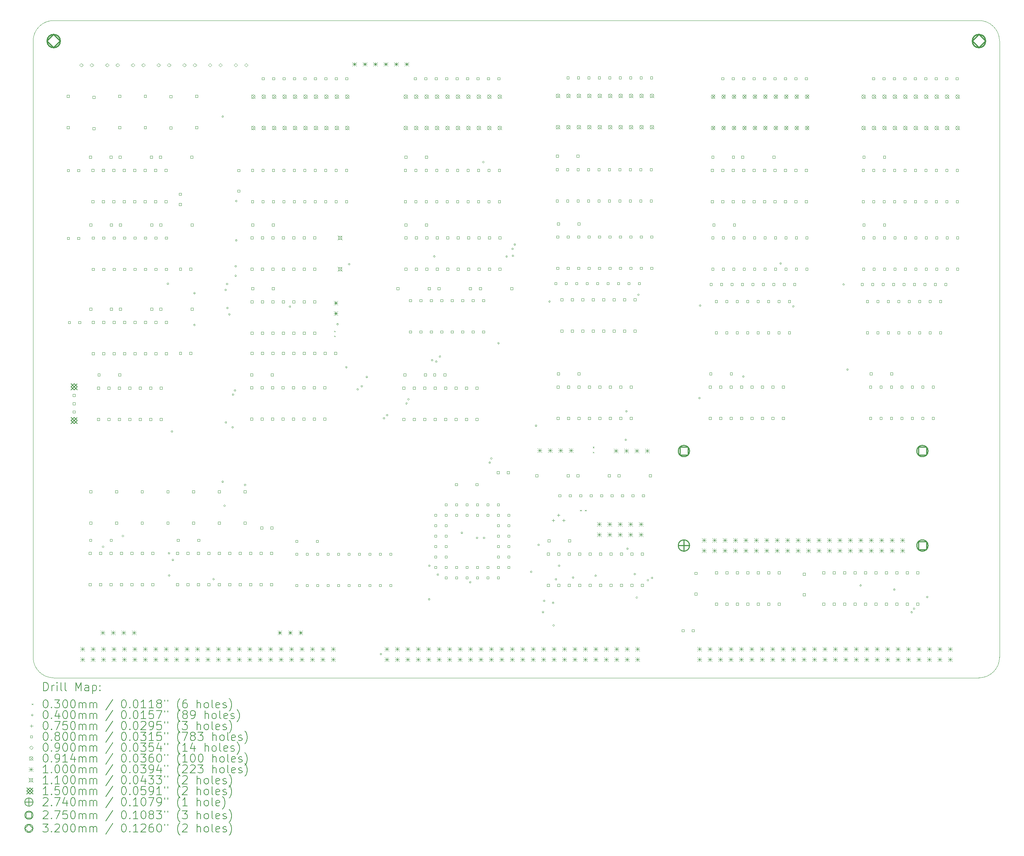
<source format=gbr>
%TF.GenerationSoftware,KiCad,Pcbnew,(6.0.11)*%
%TF.CreationDate,2023-12-29T06:12:37-05:00*%
%TF.ProjectId,input-output.SelfHost,696e7075-742d-46f7-9574-7075742e5365,rev?*%
%TF.SameCoordinates,Original*%
%TF.FileFunction,Drillmap*%
%TF.FilePolarity,Positive*%
%FSLAX45Y45*%
G04 Gerber Fmt 4.5, Leading zero omitted, Abs format (unit mm)*
G04 Created by KiCad (PCBNEW (6.0.11)) date 2023-12-29 06:12:37*
%MOMM*%
%LPD*%
G01*
G04 APERTURE LIST*
%ADD10C,0.050000*%
%ADD11C,0.200000*%
%ADD12C,0.030000*%
%ADD13C,0.040000*%
%ADD14C,0.075000*%
%ADD15C,0.080000*%
%ADD16C,0.090000*%
%ADD17C,0.091440*%
%ADD18C,0.100000*%
%ADD19C,0.110000*%
%ADD20C,0.150000*%
%ADD21C,0.274000*%
%ADD22C,0.275000*%
%ADD23C,0.320000*%
G04 APERTURE END LIST*
D10*
X3500000Y-7500000D02*
X3500000Y-22500000D01*
X4000000Y-23000000D02*
X26500000Y-23000000D01*
X27000000Y-22500000D02*
X27000000Y-7500000D01*
X26500000Y-7000000D02*
X4000000Y-7000000D01*
X27000000Y-7500000D02*
G75*
G03*
X26500000Y-7000000I-500000J0D01*
G01*
X3500000Y-22500000D02*
G75*
G03*
X4000000Y-23000000I500000J0D01*
G01*
X4000000Y-7000000D02*
G75*
G03*
X3500000Y-7500000I0J-500000D01*
G01*
X26500000Y-23000000D02*
G75*
G03*
X27000000Y-22500000I0J500000D01*
G01*
D11*
D12*
X10820000Y-14550000D02*
X10850000Y-14580000D01*
X10850000Y-14550000D02*
X10820000Y-14580000D01*
X10820000Y-14670000D02*
X10850000Y-14700000D01*
X10850000Y-14670000D02*
X10820000Y-14700000D01*
X16800000Y-18910000D02*
X16830000Y-18940000D01*
X16830000Y-18910000D02*
X16800000Y-18940000D01*
X16920000Y-18910000D02*
X16950000Y-18940000D01*
X16950000Y-18910000D02*
X16920000Y-18940000D01*
X17110000Y-17375000D02*
X17140000Y-17405000D01*
X17140000Y-17375000D02*
X17110000Y-17405000D01*
X17110000Y-17495000D02*
X17140000Y-17525000D01*
X17140000Y-17495000D02*
X17110000Y-17525000D01*
D13*
X5220300Y-19811490D02*
G75*
G03*
X5220300Y-19811490I-20000J0D01*
G01*
X5703750Y-19546670D02*
G75*
G03*
X5703750Y-19546670I-20000J0D01*
G01*
X6795820Y-13408110D02*
G75*
G03*
X6795820Y-13408110I-20000J0D01*
G01*
X6824930Y-19968000D02*
G75*
G03*
X6824930Y-19968000I-20000J0D01*
G01*
X6827740Y-20510460D02*
G75*
G03*
X6827740Y-20510460I-20000J0D01*
G01*
X6895800Y-17005250D02*
G75*
G03*
X6895800Y-17005250I-20000J0D01*
G01*
X6918650Y-20130910D02*
G75*
G03*
X6918650Y-20130910I-20000J0D01*
G01*
X7441800Y-14411220D02*
G75*
G03*
X7441800Y-14411220I-20000J0D01*
G01*
X7443480Y-13636280D02*
G75*
G03*
X7443480Y-13636280I-20000J0D01*
G01*
X7907070Y-20598350D02*
G75*
G03*
X7907070Y-20598350I-20000J0D01*
G01*
X8128950Y-18226700D02*
G75*
G03*
X8128950Y-18226700I-20000J0D01*
G01*
X8131230Y-9338210D02*
G75*
G03*
X8131230Y-9338210I-20000J0D01*
G01*
X8175160Y-18811330D02*
G75*
G03*
X8175160Y-18811330I-20000J0D01*
G01*
X8202220Y-13558880D02*
G75*
G03*
X8202220Y-13558880I-20000J0D01*
G01*
X8206000Y-16783580D02*
G75*
G03*
X8206000Y-16783580I-20000J0D01*
G01*
X8237260Y-13413880D02*
G75*
G03*
X8237260Y-13413880I-20000J0D01*
G01*
X8247250Y-13998150D02*
G75*
G03*
X8247250Y-13998150I-20000J0D01*
G01*
X8292280Y-14153040D02*
G75*
G03*
X8292280Y-14153040I-20000J0D01*
G01*
X8371410Y-16900780D02*
G75*
G03*
X8371410Y-16900780I-20000J0D01*
G01*
X8382340Y-16105330D02*
G75*
G03*
X8382340Y-16105330I-20000J0D01*
G01*
X8427370Y-16005290D02*
G75*
G03*
X8427370Y-16005290I-20000J0D01*
G01*
X8444690Y-12983920D02*
G75*
G03*
X8444690Y-12983920I-20000J0D01*
G01*
X8444760Y-13213920D02*
G75*
G03*
X8444760Y-13213920I-20000J0D01*
G01*
X8458240Y-12353540D02*
G75*
G03*
X8458240Y-12353540I-20000J0D01*
G01*
X8460350Y-11394880D02*
G75*
G03*
X8460350Y-11394880I-20000J0D01*
G01*
X8674920Y-18304920D02*
G75*
G03*
X8674920Y-18304920I-20000J0D01*
G01*
X9764400Y-13962970D02*
G75*
G03*
X9764400Y-13962970I-20000J0D01*
G01*
X10923960Y-14393360D02*
G75*
G03*
X10923960Y-14393360I-20000J0D01*
G01*
X11135450Y-15439130D02*
G75*
G03*
X11135450Y-15439130I-20000J0D01*
G01*
X11205560Y-12931960D02*
G75*
G03*
X11205560Y-12931960I-20000J0D01*
G01*
X11412130Y-15977410D02*
G75*
G03*
X11412130Y-15977410I-20000J0D01*
G01*
X11511560Y-15900840D02*
G75*
G03*
X11511560Y-15900840I-20000J0D01*
G01*
X11635690Y-15677310D02*
G75*
G03*
X11635690Y-15677310I-20000J0D01*
G01*
X11977250Y-22421740D02*
G75*
G03*
X11977250Y-22421740I-20000J0D01*
G01*
X12051670Y-16682150D02*
G75*
G03*
X12051670Y-16682150I-20000J0D01*
G01*
X12128980Y-16605650D02*
G75*
G03*
X12128980Y-16605650I-20000J0D01*
G01*
X12597110Y-16320940D02*
G75*
G03*
X12597110Y-16320940I-20000J0D01*
G01*
X12646690Y-16219980D02*
G75*
G03*
X12646690Y-16219980I-20000J0D01*
G01*
X13150150Y-21091530D02*
G75*
G03*
X13150150Y-21091530I-20000J0D01*
G01*
X13157430Y-20272650D02*
G75*
G03*
X13157430Y-20272650I-20000J0D01*
G01*
X13222950Y-15270260D02*
G75*
G03*
X13222950Y-15270260I-20000J0D01*
G01*
X13274290Y-12741980D02*
G75*
G03*
X13274290Y-12741980I-20000J0D01*
G01*
X13322990Y-15304400D02*
G75*
G03*
X13322990Y-15304400I-20000J0D01*
G01*
X13362900Y-20487290D02*
G75*
G03*
X13362900Y-20487290I-20000J0D01*
G01*
X13414420Y-15180840D02*
G75*
G03*
X13414420Y-15180840I-20000J0D01*
G01*
X13945990Y-19470940D02*
G75*
G03*
X13945990Y-19470940I-20000J0D01*
G01*
X14146620Y-20673140D02*
G75*
G03*
X14146620Y-20673140I-20000J0D01*
G01*
X14314890Y-19592590D02*
G75*
G03*
X14314890Y-19592590I-20000J0D01*
G01*
X14466430Y-10445850D02*
G75*
G03*
X14466430Y-10445850I-20000J0D01*
G01*
X14484340Y-19595310D02*
G75*
G03*
X14484340Y-19595310I-20000J0D01*
G01*
X14623720Y-17763060D02*
G75*
G03*
X14623720Y-17763060I-20000J0D01*
G01*
X14660790Y-17660240D02*
G75*
G03*
X14660790Y-17660240I-20000J0D01*
G01*
X14835480Y-14855000D02*
G75*
G03*
X14835480Y-14855000I-20000J0D01*
G01*
X15033250Y-12745110D02*
G75*
G03*
X15033250Y-12745110I-20000J0D01*
G01*
X15179660Y-12558790D02*
G75*
G03*
X15179660Y-12558790I-20000J0D01*
G01*
X15186950Y-12730060D02*
G75*
G03*
X15186950Y-12730060I-20000J0D01*
G01*
X15232670Y-12450920D02*
G75*
G03*
X15232670Y-12450920I-20000J0D01*
G01*
X15632140Y-20419820D02*
G75*
G03*
X15632140Y-20419820I-20000J0D01*
G01*
X15749570Y-16862560D02*
G75*
G03*
X15749570Y-16862560I-20000J0D01*
G01*
X15810830Y-19765510D02*
G75*
G03*
X15810830Y-19765510I-20000J0D01*
G01*
X15917650Y-21401700D02*
G75*
G03*
X15917650Y-21401700I-20000J0D01*
G01*
X15947050Y-21128190D02*
G75*
G03*
X15947050Y-21128190I-20000J0D01*
G01*
X16076540Y-13840200D02*
G75*
G03*
X16076540Y-13840200I-20000J0D01*
G01*
X16162710Y-21174540D02*
G75*
G03*
X16162710Y-21174540I-20000J0D01*
G01*
X16176410Y-21724150D02*
G75*
G03*
X16176410Y-21724150I-20000J0D01*
G01*
X16232420Y-20602410D02*
G75*
G03*
X16232420Y-20602410I-20000J0D01*
G01*
X16309510Y-20272720D02*
G75*
G03*
X16309510Y-20272720I-20000J0D01*
G01*
X16650350Y-20559310D02*
G75*
G03*
X16650350Y-20559310I-20000J0D01*
G01*
X17199110Y-20515070D02*
G75*
G03*
X17199110Y-20515070I-20000J0D01*
G01*
X17933130Y-17206580D02*
G75*
G03*
X17933130Y-17206580I-20000J0D01*
G01*
X17949350Y-16512790D02*
G75*
G03*
X17949350Y-16512790I-20000J0D01*
G01*
X17974390Y-19858060D02*
G75*
G03*
X17974390Y-19858060I-20000J0D01*
G01*
X18151510Y-20474860D02*
G75*
G03*
X18151510Y-20474860I-20000J0D01*
G01*
X18198860Y-21046330D02*
G75*
G03*
X18198860Y-21046330I-20000J0D01*
G01*
X18240230Y-13672760D02*
G75*
G03*
X18240230Y-13672760I-20000J0D01*
G01*
X18469320Y-20623690D02*
G75*
G03*
X18469320Y-20623690I-20000J0D01*
G01*
X18569860Y-20569320D02*
G75*
G03*
X18569860Y-20569320I-20000J0D01*
G01*
X19721440Y-16191510D02*
G75*
G03*
X19721440Y-16191510I-20000J0D01*
G01*
X19738580Y-13938620D02*
G75*
G03*
X19738580Y-13938620I-20000J0D01*
G01*
X20788510Y-15664440D02*
G75*
G03*
X20788510Y-15664440I-20000J0D01*
G01*
X21695980Y-12912660D02*
G75*
G03*
X21695980Y-12912660I-20000J0D01*
G01*
X22003720Y-13959240D02*
G75*
G03*
X22003720Y-13959240I-20000J0D01*
G01*
X23229140Y-13425000D02*
G75*
G03*
X23229140Y-13425000I-20000J0D01*
G01*
X23323330Y-15495480D02*
G75*
G03*
X23323330Y-15495480I-20000J0D01*
G01*
X23641830Y-20752310D02*
G75*
G03*
X23641830Y-20752310I-20000J0D01*
G01*
X24460780Y-20853080D02*
G75*
G03*
X24460780Y-20853080I-20000J0D01*
G01*
X24882890Y-21403160D02*
G75*
G03*
X24882890Y-21403160I-20000J0D01*
G01*
X24941680Y-21317540D02*
G75*
G03*
X24941680Y-21317540I-20000J0D01*
G01*
X25262310Y-21031810D02*
G75*
G03*
X25262310Y-21031810I-20000J0D01*
G01*
D14*
X16148000Y-19129500D02*
X16148000Y-19204500D01*
X16110500Y-19167000D02*
X16185500Y-19167000D01*
X16275000Y-19002500D02*
X16275000Y-19077500D01*
X16237500Y-19040000D02*
X16312500Y-19040000D01*
X16402000Y-19129500D02*
X16402000Y-19204500D01*
X16364500Y-19167000D02*
X16439500Y-19167000D01*
D15*
X4378285Y-8872285D02*
X4378285Y-8815716D01*
X4321716Y-8815716D01*
X4321716Y-8872285D01*
X4378285Y-8872285D01*
X4378285Y-9634285D02*
X4378285Y-9577716D01*
X4321716Y-9577716D01*
X4321716Y-9634285D01*
X4378285Y-9634285D01*
X4382775Y-10678285D02*
X4382775Y-10621716D01*
X4326206Y-10621716D01*
X4326206Y-10678285D01*
X4382775Y-10678285D01*
X4382775Y-12328284D02*
X4382775Y-12271715D01*
X4326206Y-12271715D01*
X4326206Y-12328284D01*
X4382775Y-12328284D01*
X4407775Y-14378284D02*
X4407775Y-14321715D01*
X4351206Y-14321715D01*
X4351206Y-14378284D01*
X4407775Y-14378284D01*
X4523535Y-16153284D02*
X4523535Y-16096715D01*
X4466966Y-16096715D01*
X4466966Y-16153284D01*
X4523535Y-16153284D01*
X4523535Y-16353284D02*
X4523535Y-16296715D01*
X4466966Y-16296715D01*
X4466966Y-16353284D01*
X4523535Y-16353284D01*
X4523535Y-16553284D02*
X4523535Y-16496715D01*
X4466966Y-16496715D01*
X4466966Y-16553284D01*
X4523535Y-16553284D01*
X4632775Y-10678285D02*
X4632775Y-10621716D01*
X4576206Y-10621716D01*
X4576206Y-10678285D01*
X4632775Y-10678285D01*
X4632775Y-12328284D02*
X4632775Y-12271715D01*
X4576206Y-12271715D01*
X4576206Y-12328284D01*
X4632775Y-12328284D01*
X4657775Y-14378284D02*
X4657775Y-14321715D01*
X4601206Y-14321715D01*
X4601206Y-14378284D01*
X4657775Y-14378284D01*
X4912265Y-19996285D02*
X4912265Y-19939716D01*
X4855696Y-19939716D01*
X4855696Y-19996285D01*
X4912265Y-19996285D01*
X4912265Y-20758285D02*
X4912265Y-20701716D01*
X4855696Y-20701716D01*
X4855696Y-20758285D01*
X4912265Y-20758285D01*
X4922285Y-10353285D02*
X4922285Y-10296716D01*
X4865716Y-10296716D01*
X4865716Y-10353285D01*
X4922285Y-10353285D01*
X4924765Y-19678285D02*
X4924765Y-19621716D01*
X4868196Y-19621716D01*
X4868196Y-19678285D01*
X4924765Y-19678285D01*
X4928285Y-12003284D02*
X4928285Y-11946715D01*
X4871716Y-11946715D01*
X4871716Y-12003284D01*
X4928285Y-12003284D01*
X4928285Y-14053284D02*
X4928285Y-13996715D01*
X4871716Y-13996715D01*
X4871716Y-14053284D01*
X4928285Y-14053284D01*
X4928285Y-18497285D02*
X4928285Y-18440716D01*
X4871716Y-18440716D01*
X4871716Y-18497285D01*
X4928285Y-18497285D01*
X4928285Y-19259285D02*
X4928285Y-19202716D01*
X4871716Y-19202716D01*
X4871716Y-19259285D01*
X4928285Y-19259285D01*
X4978035Y-10676285D02*
X4978035Y-10619716D01*
X4921466Y-10619716D01*
X4921466Y-10676285D01*
X4978035Y-10676285D01*
X4978035Y-11438284D02*
X4978035Y-11381715D01*
X4921466Y-11381715D01*
X4921466Y-11438284D01*
X4978035Y-11438284D01*
X4988285Y-12321284D02*
X4988285Y-12264715D01*
X4931716Y-12264715D01*
X4931716Y-12321284D01*
X4988285Y-12321284D01*
X4988285Y-13083284D02*
X4988285Y-13026715D01*
X4931716Y-13026715D01*
X4931716Y-13083284D01*
X4988285Y-13083284D01*
X4988285Y-14371284D02*
X4988285Y-14314715D01*
X4931716Y-14314715D01*
X4931716Y-14371284D01*
X4988285Y-14371284D01*
X4988285Y-15133284D02*
X4988285Y-15076715D01*
X4931716Y-15076715D01*
X4931716Y-15133284D01*
X4988285Y-15133284D01*
X5003285Y-8897285D02*
X5003285Y-8840716D01*
X4946716Y-8840716D01*
X4946716Y-8897285D01*
X5003285Y-8897285D01*
X5003285Y-9659285D02*
X5003285Y-9602716D01*
X4946716Y-9602716D01*
X4946716Y-9659285D01*
X5003285Y-9659285D01*
X5115785Y-15971284D02*
X5115785Y-15914715D01*
X5059216Y-15914715D01*
X5059216Y-15971284D01*
X5115785Y-15971284D01*
X5115785Y-16733284D02*
X5115785Y-16676715D01*
X5059216Y-16676715D01*
X5059216Y-16733284D01*
X5115785Y-16733284D01*
X5128285Y-15653284D02*
X5128285Y-15596715D01*
X5071716Y-15596715D01*
X5071716Y-15653284D01*
X5128285Y-15653284D01*
X5166265Y-19996285D02*
X5166265Y-19939716D01*
X5109696Y-19939716D01*
X5109696Y-19996285D01*
X5166265Y-19996285D01*
X5166265Y-20758285D02*
X5166265Y-20701716D01*
X5109696Y-20701716D01*
X5109696Y-20758285D01*
X5166265Y-20758285D01*
X5232035Y-10676285D02*
X5232035Y-10619716D01*
X5175466Y-10619716D01*
X5175466Y-10676285D01*
X5232035Y-10676285D01*
X5232035Y-11438284D02*
X5232035Y-11381715D01*
X5175466Y-11381715D01*
X5175466Y-11438284D01*
X5232035Y-11438284D01*
X5242285Y-12321284D02*
X5242285Y-12264715D01*
X5185716Y-12264715D01*
X5185716Y-12321284D01*
X5242285Y-12321284D01*
X5242285Y-13083284D02*
X5242285Y-13026715D01*
X5185716Y-13026715D01*
X5185716Y-13083284D01*
X5242285Y-13083284D01*
X5242285Y-14371284D02*
X5242285Y-14314715D01*
X5185716Y-14314715D01*
X5185716Y-14371284D01*
X5242285Y-14371284D01*
X5242285Y-15133284D02*
X5242285Y-15076715D01*
X5185716Y-15076715D01*
X5185716Y-15133284D01*
X5242285Y-15133284D01*
X5369785Y-15971284D02*
X5369785Y-15914715D01*
X5313216Y-15914715D01*
X5313216Y-15971284D01*
X5369785Y-15971284D01*
X5369785Y-16733284D02*
X5369785Y-16676715D01*
X5313216Y-16676715D01*
X5313216Y-16733284D01*
X5369785Y-16733284D01*
X5420265Y-19996285D02*
X5420265Y-19939716D01*
X5363696Y-19939716D01*
X5363696Y-19996285D01*
X5420265Y-19996285D01*
X5420265Y-20758285D02*
X5420265Y-20701716D01*
X5363696Y-20701716D01*
X5363696Y-20758285D01*
X5420265Y-20758285D01*
X5422285Y-10353285D02*
X5422285Y-10296716D01*
X5365716Y-10296716D01*
X5365716Y-10353285D01*
X5422285Y-10353285D01*
X5424765Y-19678285D02*
X5424765Y-19621716D01*
X5368196Y-19621716D01*
X5368196Y-19678285D01*
X5424765Y-19678285D01*
X5428285Y-12003284D02*
X5428285Y-11946715D01*
X5371716Y-11946715D01*
X5371716Y-12003284D01*
X5428285Y-12003284D01*
X5428285Y-14053284D02*
X5428285Y-13996715D01*
X5371716Y-13996715D01*
X5371716Y-14053284D01*
X5428285Y-14053284D01*
X5486035Y-10676285D02*
X5486035Y-10619716D01*
X5429466Y-10619716D01*
X5429466Y-10676285D01*
X5486035Y-10676285D01*
X5486035Y-11438284D02*
X5486035Y-11381715D01*
X5429466Y-11381715D01*
X5429466Y-11438284D01*
X5486035Y-11438284D01*
X5496285Y-12321284D02*
X5496285Y-12264715D01*
X5439716Y-12264715D01*
X5439716Y-12321284D01*
X5496285Y-12321284D01*
X5496285Y-13083284D02*
X5496285Y-13026715D01*
X5439716Y-13026715D01*
X5439716Y-13083284D01*
X5496285Y-13083284D01*
X5496285Y-14371284D02*
X5496285Y-14314715D01*
X5439716Y-14314715D01*
X5439716Y-14371284D01*
X5496285Y-14371284D01*
X5496285Y-15133284D02*
X5496285Y-15076715D01*
X5439716Y-15076715D01*
X5439716Y-15133284D01*
X5496285Y-15133284D01*
X5553285Y-18497285D02*
X5553285Y-18440716D01*
X5496716Y-18440716D01*
X5496716Y-18497285D01*
X5553285Y-18497285D01*
X5553285Y-19259285D02*
X5553285Y-19202716D01*
X5496716Y-19202716D01*
X5496716Y-19259285D01*
X5553285Y-19259285D01*
X5623784Y-15971284D02*
X5623784Y-15914715D01*
X5567216Y-15914715D01*
X5567216Y-15971284D01*
X5623784Y-15971284D01*
X5623784Y-16733284D02*
X5623784Y-16676715D01*
X5567216Y-16676715D01*
X5567216Y-16733284D01*
X5623784Y-16733284D01*
X5628284Y-8872285D02*
X5628284Y-8815716D01*
X5571716Y-8815716D01*
X5571716Y-8872285D01*
X5628284Y-8872285D01*
X5628284Y-9634285D02*
X5628284Y-9577716D01*
X5571716Y-9577716D01*
X5571716Y-9634285D01*
X5628284Y-9634285D01*
X5628284Y-15653284D02*
X5628284Y-15596715D01*
X5571716Y-15596715D01*
X5571716Y-15653284D01*
X5628284Y-15653284D01*
X5641284Y-10353285D02*
X5641284Y-10296716D01*
X5584716Y-10296716D01*
X5584716Y-10353285D01*
X5641284Y-10353285D01*
X5647284Y-12003284D02*
X5647284Y-11946715D01*
X5590716Y-11946715D01*
X5590716Y-12003284D01*
X5647284Y-12003284D01*
X5647284Y-14053284D02*
X5647284Y-13996715D01*
X5590716Y-13996715D01*
X5590716Y-14053284D01*
X5647284Y-14053284D01*
X5674264Y-19996285D02*
X5674264Y-19939716D01*
X5617695Y-19939716D01*
X5617695Y-19996285D01*
X5674264Y-19996285D01*
X5674264Y-20758285D02*
X5674264Y-20701716D01*
X5617695Y-20701716D01*
X5617695Y-20758285D01*
X5674264Y-20758285D01*
X5740034Y-10676285D02*
X5740034Y-10619716D01*
X5683465Y-10619716D01*
X5683465Y-10676285D01*
X5740034Y-10676285D01*
X5740034Y-11438284D02*
X5740034Y-11381715D01*
X5683465Y-11381715D01*
X5683465Y-11438284D01*
X5740034Y-11438284D01*
X5750284Y-12321284D02*
X5750284Y-12264715D01*
X5693715Y-12264715D01*
X5693715Y-12321284D01*
X5750284Y-12321284D01*
X5750284Y-13083284D02*
X5750284Y-13026715D01*
X5693715Y-13026715D01*
X5693715Y-13083284D01*
X5750284Y-13083284D01*
X5750284Y-14371284D02*
X5750284Y-14314715D01*
X5693715Y-14314715D01*
X5693715Y-14371284D01*
X5750284Y-14371284D01*
X5750284Y-15133284D02*
X5750284Y-15076715D01*
X5693715Y-15076715D01*
X5693715Y-15133284D01*
X5750284Y-15133284D01*
X5877784Y-15971284D02*
X5877784Y-15914715D01*
X5821215Y-15914715D01*
X5821215Y-15971284D01*
X5877784Y-15971284D01*
X5877784Y-16733284D02*
X5877784Y-16676715D01*
X5821215Y-16676715D01*
X5821215Y-16733284D01*
X5877784Y-16733284D01*
X5928264Y-19996285D02*
X5928264Y-19939716D01*
X5871695Y-19939716D01*
X5871695Y-19996285D01*
X5928264Y-19996285D01*
X5928264Y-20758285D02*
X5928264Y-20701716D01*
X5871695Y-20701716D01*
X5871695Y-20758285D01*
X5928264Y-20758285D01*
X5994034Y-10676285D02*
X5994034Y-10619716D01*
X5937465Y-10619716D01*
X5937465Y-10676285D01*
X5994034Y-10676285D01*
X5994034Y-11438284D02*
X5994034Y-11381715D01*
X5937465Y-11381715D01*
X5937465Y-11438284D01*
X5994034Y-11438284D01*
X6004284Y-12321284D02*
X6004284Y-12264715D01*
X5947715Y-12264715D01*
X5947715Y-12321284D01*
X6004284Y-12321284D01*
X6004284Y-13083284D02*
X6004284Y-13026715D01*
X5947715Y-13026715D01*
X5947715Y-13083284D01*
X6004284Y-13083284D01*
X6004284Y-14371284D02*
X6004284Y-14314715D01*
X5947715Y-14314715D01*
X5947715Y-14371284D01*
X6004284Y-14371284D01*
X6004284Y-15133284D02*
X6004284Y-15076715D01*
X5947715Y-15076715D01*
X5947715Y-15133284D01*
X6004284Y-15133284D01*
X6131784Y-15971284D02*
X6131784Y-15914715D01*
X6075215Y-15914715D01*
X6075215Y-15971284D01*
X6131784Y-15971284D01*
X6131784Y-16733284D02*
X6131784Y-16676715D01*
X6075215Y-16676715D01*
X6075215Y-16733284D01*
X6131784Y-16733284D01*
X6178284Y-18497285D02*
X6178284Y-18440716D01*
X6121715Y-18440716D01*
X6121715Y-18497285D01*
X6178284Y-18497285D01*
X6178284Y-19259285D02*
X6178284Y-19202716D01*
X6121715Y-19202716D01*
X6121715Y-19259285D01*
X6178284Y-19259285D01*
X6182264Y-19996285D02*
X6182264Y-19939716D01*
X6125695Y-19939716D01*
X6125695Y-19996285D01*
X6182264Y-19996285D01*
X6182264Y-20758285D02*
X6182264Y-20701716D01*
X6125695Y-20701716D01*
X6125695Y-20758285D01*
X6182264Y-20758285D01*
X6248034Y-10676285D02*
X6248034Y-10619716D01*
X6191465Y-10619716D01*
X6191465Y-10676285D01*
X6248034Y-10676285D01*
X6248034Y-11438284D02*
X6248034Y-11381715D01*
X6191465Y-11381715D01*
X6191465Y-11438284D01*
X6248034Y-11438284D01*
X6253284Y-8872285D02*
X6253284Y-8815716D01*
X6196715Y-8815716D01*
X6196715Y-8872285D01*
X6253284Y-8872285D01*
X6253284Y-9634285D02*
X6253284Y-9577716D01*
X6196715Y-9577716D01*
X6196715Y-9634285D01*
X6253284Y-9634285D01*
X6258284Y-12321284D02*
X6258284Y-12264715D01*
X6201715Y-12264715D01*
X6201715Y-12321284D01*
X6258284Y-12321284D01*
X6258284Y-13083284D02*
X6258284Y-13026715D01*
X6201715Y-13026715D01*
X6201715Y-13083284D01*
X6258284Y-13083284D01*
X6258284Y-14371284D02*
X6258284Y-14314715D01*
X6201715Y-14314715D01*
X6201715Y-14371284D01*
X6258284Y-14371284D01*
X6258284Y-15133284D02*
X6258284Y-15076715D01*
X6201715Y-15076715D01*
X6201715Y-15133284D01*
X6258284Y-15133284D01*
X6385784Y-15971284D02*
X6385784Y-15914715D01*
X6329215Y-15914715D01*
X6329215Y-15971284D01*
X6385784Y-15971284D01*
X6385784Y-16733284D02*
X6385784Y-16676715D01*
X6329215Y-16676715D01*
X6329215Y-16733284D01*
X6385784Y-16733284D01*
X6403284Y-10353285D02*
X6403284Y-10296716D01*
X6346715Y-10296716D01*
X6346715Y-10353285D01*
X6403284Y-10353285D01*
X6409284Y-12003284D02*
X6409284Y-11946715D01*
X6352715Y-11946715D01*
X6352715Y-12003284D01*
X6409284Y-12003284D01*
X6409284Y-14053284D02*
X6409284Y-13996715D01*
X6352715Y-13996715D01*
X6352715Y-14053284D01*
X6409284Y-14053284D01*
X6436264Y-19996285D02*
X6436264Y-19939716D01*
X6379695Y-19939716D01*
X6379695Y-19996285D01*
X6436264Y-19996285D01*
X6436264Y-20758285D02*
X6436264Y-20701716D01*
X6379695Y-20701716D01*
X6379695Y-20758285D01*
X6436264Y-20758285D01*
X6502034Y-10676285D02*
X6502034Y-10619716D01*
X6445465Y-10619716D01*
X6445465Y-10676285D01*
X6502034Y-10676285D01*
X6502034Y-11438284D02*
X6502034Y-11381715D01*
X6445465Y-11381715D01*
X6445465Y-11438284D01*
X6502034Y-11438284D01*
X6512284Y-12321284D02*
X6512284Y-12264715D01*
X6455715Y-12264715D01*
X6455715Y-12321284D01*
X6512284Y-12321284D01*
X6512284Y-13083284D02*
X6512284Y-13026715D01*
X6455715Y-13026715D01*
X6455715Y-13083284D01*
X6512284Y-13083284D01*
X6512284Y-14371284D02*
X6512284Y-14314715D01*
X6455715Y-14314715D01*
X6455715Y-14371284D01*
X6512284Y-14371284D01*
X6512284Y-15133284D02*
X6512284Y-15076715D01*
X6455715Y-15076715D01*
X6455715Y-15133284D01*
X6512284Y-15133284D01*
X6622284Y-10353285D02*
X6622284Y-10296716D01*
X6565715Y-10296716D01*
X6565715Y-10353285D01*
X6622284Y-10353285D01*
X6628284Y-12003284D02*
X6628284Y-11946715D01*
X6571715Y-11946715D01*
X6571715Y-12003284D01*
X6628284Y-12003284D01*
X6628284Y-14053284D02*
X6628284Y-13996715D01*
X6571715Y-13996715D01*
X6571715Y-14053284D01*
X6628284Y-14053284D01*
X6639784Y-15971284D02*
X6639784Y-15914715D01*
X6583215Y-15914715D01*
X6583215Y-15971284D01*
X6639784Y-15971284D01*
X6639784Y-16733284D02*
X6639784Y-16676715D01*
X6583215Y-16676715D01*
X6583215Y-16733284D01*
X6639784Y-16733284D01*
X6756034Y-10676285D02*
X6756034Y-10619716D01*
X6699465Y-10619716D01*
X6699465Y-10676285D01*
X6756034Y-10676285D01*
X6756034Y-11438284D02*
X6756034Y-11381715D01*
X6699465Y-11381715D01*
X6699465Y-11438284D01*
X6756034Y-11438284D01*
X6766284Y-12321284D02*
X6766284Y-12264715D01*
X6709715Y-12264715D01*
X6709715Y-12321284D01*
X6766284Y-12321284D01*
X6766284Y-13083284D02*
X6766284Y-13026715D01*
X6709715Y-13026715D01*
X6709715Y-13083284D01*
X6766284Y-13083284D01*
X6766284Y-14371284D02*
X6766284Y-14314715D01*
X6709715Y-14314715D01*
X6709715Y-14371284D01*
X6766284Y-14371284D01*
X6766284Y-15133284D02*
X6766284Y-15076715D01*
X6709715Y-15076715D01*
X6709715Y-15133284D01*
X6766284Y-15133284D01*
X6803284Y-18497285D02*
X6803284Y-18440716D01*
X6746715Y-18440716D01*
X6746715Y-18497285D01*
X6803284Y-18497285D01*
X6803284Y-19259285D02*
X6803284Y-19202716D01*
X6746715Y-19202716D01*
X6746715Y-19259285D01*
X6803284Y-19259285D01*
X6878284Y-8878285D02*
X6878284Y-8821716D01*
X6821715Y-8821716D01*
X6821715Y-8878285D01*
X6878284Y-8878285D01*
X6878284Y-9640285D02*
X6878284Y-9583716D01*
X6821715Y-9583716D01*
X6821715Y-9640285D01*
X6878284Y-9640285D01*
X7037264Y-19996285D02*
X7037264Y-19939716D01*
X6980695Y-19939716D01*
X6980695Y-19996285D01*
X7037264Y-19996285D01*
X7037264Y-20758285D02*
X7037264Y-20701716D01*
X6980695Y-20701716D01*
X6980695Y-20758285D01*
X7037264Y-20758285D01*
X7054764Y-19678285D02*
X7054764Y-19621716D01*
X6998195Y-19621716D01*
X6998195Y-19678285D01*
X7054764Y-19678285D01*
X7103284Y-11253284D02*
X7103284Y-11196715D01*
X7046715Y-11196715D01*
X7046715Y-11253284D01*
X7103284Y-11253284D01*
X7103284Y-11503284D02*
X7103284Y-11446715D01*
X7046715Y-11446715D01*
X7046715Y-11503284D01*
X7103284Y-11503284D01*
X7107774Y-13078284D02*
X7107774Y-13021715D01*
X7051205Y-13021715D01*
X7051205Y-13078284D01*
X7107774Y-13078284D01*
X7107774Y-15128284D02*
X7107774Y-15071715D01*
X7051205Y-15071715D01*
X7051205Y-15128284D01*
X7107774Y-15128284D01*
X7291264Y-19996285D02*
X7291264Y-19939716D01*
X7234695Y-19939716D01*
X7234695Y-19996285D01*
X7291264Y-19996285D01*
X7291264Y-20758285D02*
X7291264Y-20701716D01*
X7234695Y-20701716D01*
X7234695Y-20758285D01*
X7291264Y-20758285D01*
X7357774Y-13078284D02*
X7357774Y-13021715D01*
X7301205Y-13021715D01*
X7301205Y-13078284D01*
X7357774Y-13078284D01*
X7357774Y-15128284D02*
X7357774Y-15071715D01*
X7301205Y-15071715D01*
X7301205Y-15128284D01*
X7357774Y-15128284D01*
X7384284Y-10353285D02*
X7384284Y-10296716D01*
X7327715Y-10296716D01*
X7327715Y-10353285D01*
X7384284Y-10353285D01*
X7390284Y-12003284D02*
X7390284Y-11946715D01*
X7333715Y-11946715D01*
X7333715Y-12003284D01*
X7390284Y-12003284D01*
X7390284Y-14053284D02*
X7390284Y-13996715D01*
X7333715Y-13996715D01*
X7333715Y-14053284D01*
X7390284Y-14053284D01*
X7428284Y-18497285D02*
X7428284Y-18440716D01*
X7371715Y-18440716D01*
X7371715Y-18497285D01*
X7428284Y-18497285D01*
X7428284Y-19259285D02*
X7428284Y-19202716D01*
X7371715Y-19202716D01*
X7371715Y-19259285D01*
X7428284Y-19259285D01*
X7503284Y-8872285D02*
X7503284Y-8815716D01*
X7446715Y-8815716D01*
X7446715Y-8872285D01*
X7503284Y-8872285D01*
X7503284Y-9634285D02*
X7503284Y-9577716D01*
X7446715Y-9577716D01*
X7446715Y-9634285D01*
X7503284Y-9634285D01*
X7545264Y-19996285D02*
X7545264Y-19939716D01*
X7488695Y-19939716D01*
X7488695Y-19996285D01*
X7545264Y-19996285D01*
X7545264Y-20758285D02*
X7545264Y-20701716D01*
X7488695Y-20701716D01*
X7488695Y-20758285D01*
X7545264Y-20758285D01*
X7554764Y-19678285D02*
X7554764Y-19621716D01*
X7498195Y-19621716D01*
X7498195Y-19678285D01*
X7554764Y-19678285D01*
X7799264Y-19996285D02*
X7799264Y-19939716D01*
X7742695Y-19939716D01*
X7742695Y-19996285D01*
X7799264Y-19996285D01*
X7799264Y-20758285D02*
X7799264Y-20701716D01*
X7742695Y-20701716D01*
X7742695Y-20758285D01*
X7799264Y-20758285D01*
X8053264Y-19996285D02*
X8053264Y-19939716D01*
X7996695Y-19939716D01*
X7996695Y-19996285D01*
X8053264Y-19996285D01*
X8053264Y-20758285D02*
X8053264Y-20701716D01*
X7996695Y-20701716D01*
X7996695Y-20758285D01*
X8053264Y-20758285D01*
X8053284Y-18497285D02*
X8053284Y-18440716D01*
X7996715Y-18440716D01*
X7996715Y-18497285D01*
X8053284Y-18497285D01*
X8053284Y-19259285D02*
X8053284Y-19202716D01*
X7996715Y-19202716D01*
X7996715Y-19259285D01*
X8053284Y-19259285D01*
X8307264Y-19996285D02*
X8307264Y-19939716D01*
X8250695Y-19939716D01*
X8250695Y-19996285D01*
X8307264Y-19996285D01*
X8307264Y-20758285D02*
X8307264Y-20701716D01*
X8250695Y-20701716D01*
X8250695Y-20758285D01*
X8307264Y-20758285D01*
X8528285Y-10678285D02*
X8528285Y-10621716D01*
X8471716Y-10621716D01*
X8471716Y-10678285D01*
X8528285Y-10678285D01*
X8528285Y-11178285D02*
X8528285Y-11121716D01*
X8471716Y-11121716D01*
X8471716Y-11178285D01*
X8528285Y-11178285D01*
X8561265Y-19996285D02*
X8561265Y-19939716D01*
X8504696Y-19939716D01*
X8504696Y-19996285D01*
X8561265Y-19996285D01*
X8561265Y-20758285D02*
X8561265Y-20701716D01*
X8504696Y-20701716D01*
X8504696Y-20758285D01*
X8561265Y-20758285D01*
X8678285Y-18497285D02*
X8678285Y-18440716D01*
X8621716Y-18440716D01*
X8621716Y-18497285D01*
X8678285Y-18497285D01*
X8678285Y-19259285D02*
X8678285Y-19202716D01*
X8621716Y-19202716D01*
X8621716Y-19259285D01*
X8678285Y-19259285D01*
X8815265Y-19996285D02*
X8815265Y-19939716D01*
X8758696Y-19939716D01*
X8758696Y-19996285D01*
X8815265Y-19996285D01*
X8815265Y-20758285D02*
X8815265Y-20701716D01*
X8758696Y-20701716D01*
X8758696Y-20758285D01*
X8815265Y-20758285D01*
X8838285Y-15653284D02*
X8838285Y-15596715D01*
X8781716Y-15596715D01*
X8781716Y-15653284D01*
X8838285Y-15653284D01*
X8838285Y-15966284D02*
X8838285Y-15909715D01*
X8781716Y-15909715D01*
X8781716Y-15966284D01*
X8838285Y-15966284D01*
X8838285Y-16728284D02*
X8838285Y-16671715D01*
X8781716Y-16671715D01*
X8781716Y-16728284D01*
X8838285Y-16728284D01*
X8845785Y-15128284D02*
X8845785Y-15071715D01*
X8789216Y-15071715D01*
X8789216Y-15128284D01*
X8845785Y-15128284D01*
X8850785Y-12316284D02*
X8850785Y-12259715D01*
X8794216Y-12259715D01*
X8794216Y-12316284D01*
X8850785Y-12316284D01*
X8850785Y-13078284D02*
X8850785Y-13021715D01*
X8794216Y-13021715D01*
X8794216Y-13078284D01*
X8850785Y-13078284D01*
X8850785Y-13871284D02*
X8850785Y-13814715D01*
X8794216Y-13814715D01*
X8794216Y-13871284D01*
X8850785Y-13871284D01*
X8850785Y-14633284D02*
X8850785Y-14576715D01*
X8794216Y-14576715D01*
X8794216Y-14633284D01*
X8850785Y-14633284D01*
X8860535Y-10676285D02*
X8860535Y-10619716D01*
X8803966Y-10619716D01*
X8803966Y-10676285D01*
X8860535Y-10676285D01*
X8860535Y-11438284D02*
X8860535Y-11381715D01*
X8803966Y-11381715D01*
X8803966Y-11438284D01*
X8860535Y-11438284D01*
X8863285Y-12003284D02*
X8863285Y-11946715D01*
X8806716Y-11946715D01*
X8806716Y-12003284D01*
X8863285Y-12003284D01*
X8863285Y-13553284D02*
X8863285Y-13496715D01*
X8806716Y-13496715D01*
X8806716Y-13553284D01*
X8863285Y-13553284D01*
X9069265Y-19996285D02*
X9069265Y-19939716D01*
X9012696Y-19939716D01*
X9012696Y-19996285D01*
X9069265Y-19996285D01*
X9069265Y-20758285D02*
X9069265Y-20701716D01*
X9012696Y-20701716D01*
X9012696Y-20758285D01*
X9069265Y-20758285D01*
X9082775Y-19378285D02*
X9082775Y-19321716D01*
X9026206Y-19321716D01*
X9026206Y-19378285D01*
X9082775Y-19378285D01*
X9092285Y-15966284D02*
X9092285Y-15909715D01*
X9035716Y-15909715D01*
X9035716Y-15966284D01*
X9092285Y-15966284D01*
X9092285Y-16728284D02*
X9092285Y-16671715D01*
X9035716Y-16671715D01*
X9035716Y-16728284D01*
X9092285Y-16728284D01*
X9099785Y-15128284D02*
X9099785Y-15071715D01*
X9043216Y-15071715D01*
X9043216Y-15128284D01*
X9099785Y-15128284D01*
X9104785Y-12316284D02*
X9104785Y-12259715D01*
X9048216Y-12259715D01*
X9048216Y-12316284D01*
X9104785Y-12316284D01*
X9104785Y-13078284D02*
X9104785Y-13021715D01*
X9048216Y-13021715D01*
X9048216Y-13078284D01*
X9104785Y-13078284D01*
X9104785Y-13871284D02*
X9104785Y-13814715D01*
X9048216Y-13814715D01*
X9048216Y-13871284D01*
X9104785Y-13871284D01*
X9104785Y-14633284D02*
X9104785Y-14576715D01*
X9048216Y-14576715D01*
X9048216Y-14633284D01*
X9104785Y-14633284D01*
X9114535Y-10676285D02*
X9114535Y-10619716D01*
X9057966Y-10619716D01*
X9057966Y-10676285D01*
X9114535Y-10676285D01*
X9114535Y-11438284D02*
X9114535Y-11381715D01*
X9057966Y-11381715D01*
X9057966Y-11438284D01*
X9114535Y-11438284D01*
X9120785Y-8443785D02*
X9120785Y-8387215D01*
X9064216Y-8387215D01*
X9064216Y-8443785D01*
X9120785Y-8443785D01*
X9323265Y-19996285D02*
X9323265Y-19939716D01*
X9266696Y-19939716D01*
X9266696Y-19996285D01*
X9323265Y-19996285D01*
X9323265Y-20758285D02*
X9323265Y-20701716D01*
X9266696Y-20701716D01*
X9266696Y-20758285D01*
X9323265Y-20758285D01*
X9332775Y-19378285D02*
X9332775Y-19321716D01*
X9276206Y-19321716D01*
X9276206Y-19378285D01*
X9332775Y-19378285D01*
X9338285Y-15653284D02*
X9338285Y-15596715D01*
X9281716Y-15596715D01*
X9281716Y-15653284D01*
X9338285Y-15653284D01*
X9346285Y-15966284D02*
X9346285Y-15909715D01*
X9289716Y-15909715D01*
X9289716Y-15966284D01*
X9346285Y-15966284D01*
X9346285Y-16728284D02*
X9346285Y-16671715D01*
X9289716Y-16671715D01*
X9289716Y-16728284D01*
X9346285Y-16728284D01*
X9353785Y-15128284D02*
X9353785Y-15071715D01*
X9297216Y-15071715D01*
X9297216Y-15128284D01*
X9353785Y-15128284D01*
X9358785Y-12316284D02*
X9358785Y-12259715D01*
X9302216Y-12259715D01*
X9302216Y-12316284D01*
X9358785Y-12316284D01*
X9358785Y-13078284D02*
X9358785Y-13021715D01*
X9302216Y-13021715D01*
X9302216Y-13078284D01*
X9358785Y-13078284D01*
X9358785Y-13871284D02*
X9358785Y-13814715D01*
X9302216Y-13814715D01*
X9302216Y-13871284D01*
X9358785Y-13871284D01*
X9358785Y-14633284D02*
X9358785Y-14576715D01*
X9302216Y-14576715D01*
X9302216Y-14633284D01*
X9358785Y-14633284D01*
X9363285Y-12003284D02*
X9363285Y-11946715D01*
X9306716Y-11946715D01*
X9306716Y-12003284D01*
X9363285Y-12003284D01*
X9363285Y-13553284D02*
X9363285Y-13496715D01*
X9306716Y-13496715D01*
X9306716Y-13553284D01*
X9363285Y-13553284D01*
X9368535Y-10676285D02*
X9368535Y-10619716D01*
X9311966Y-10619716D01*
X9311966Y-10676285D01*
X9368535Y-10676285D01*
X9368535Y-11438284D02*
X9368535Y-11381715D01*
X9311966Y-11381715D01*
X9311966Y-11438284D01*
X9368535Y-11438284D01*
X9374785Y-8443785D02*
X9374785Y-8387215D01*
X9318216Y-8387215D01*
X9318216Y-8443785D01*
X9374785Y-8443785D01*
X9600285Y-15966284D02*
X9600285Y-15909715D01*
X9543716Y-15909715D01*
X9543716Y-15966284D01*
X9600285Y-15966284D01*
X9600285Y-16728284D02*
X9600285Y-16671715D01*
X9543716Y-16671715D01*
X9543716Y-16728284D01*
X9600285Y-16728284D01*
X9607785Y-15128284D02*
X9607785Y-15071715D01*
X9551216Y-15071715D01*
X9551216Y-15128284D01*
X9607785Y-15128284D01*
X9612785Y-12316284D02*
X9612785Y-12259715D01*
X9556216Y-12259715D01*
X9556216Y-12316284D01*
X9612785Y-12316284D01*
X9612785Y-13078284D02*
X9612785Y-13021715D01*
X9556216Y-13021715D01*
X9556216Y-13078284D01*
X9612785Y-13078284D01*
X9612785Y-13871284D02*
X9612785Y-13814715D01*
X9556216Y-13814715D01*
X9556216Y-13871284D01*
X9612785Y-13871284D01*
X9612785Y-14633284D02*
X9612785Y-14576715D01*
X9556216Y-14576715D01*
X9556216Y-14633284D01*
X9612785Y-14633284D01*
X9622535Y-10676285D02*
X9622535Y-10619716D01*
X9565966Y-10619716D01*
X9565966Y-10676285D01*
X9622535Y-10676285D01*
X9622535Y-11438284D02*
X9622535Y-11381715D01*
X9565966Y-11381715D01*
X9565966Y-11438284D01*
X9622535Y-11438284D01*
X9628785Y-8443785D02*
X9628785Y-8387215D01*
X9572216Y-8387215D01*
X9572216Y-8443785D01*
X9628785Y-8443785D01*
X9854285Y-15966284D02*
X9854285Y-15909715D01*
X9797716Y-15909715D01*
X9797716Y-15966284D01*
X9854285Y-15966284D01*
X9854285Y-16728284D02*
X9854285Y-16671715D01*
X9797716Y-16671715D01*
X9797716Y-16728284D01*
X9854285Y-16728284D01*
X9861785Y-15128284D02*
X9861785Y-15071715D01*
X9805216Y-15071715D01*
X9805216Y-15128284D01*
X9861785Y-15128284D01*
X9866785Y-12316284D02*
X9866785Y-12259715D01*
X9810216Y-12259715D01*
X9810216Y-12316284D01*
X9866785Y-12316284D01*
X9866785Y-13078284D02*
X9866785Y-13021715D01*
X9810216Y-13021715D01*
X9810216Y-13078284D01*
X9866785Y-13078284D01*
X9866785Y-13871284D02*
X9866785Y-13814715D01*
X9810216Y-13814715D01*
X9810216Y-13871284D01*
X9866785Y-13871284D01*
X9866785Y-14633284D02*
X9866785Y-14576715D01*
X9810216Y-14576715D01*
X9810216Y-14633284D01*
X9866785Y-14633284D01*
X9876535Y-10676285D02*
X9876535Y-10619716D01*
X9819966Y-10619716D01*
X9819966Y-10676285D01*
X9876535Y-10676285D01*
X9876535Y-11438284D02*
X9876535Y-11381715D01*
X9819966Y-11381715D01*
X9819966Y-11438284D01*
X9876535Y-11438284D01*
X9882785Y-8443785D02*
X9882785Y-8387215D01*
X9826216Y-8387215D01*
X9826216Y-8443785D01*
X9882785Y-8443785D01*
X9937265Y-19703285D02*
X9937265Y-19646716D01*
X9880696Y-19646716D01*
X9880696Y-19703285D01*
X9937265Y-19703285D01*
X9937265Y-20016285D02*
X9937265Y-19959716D01*
X9880696Y-19959716D01*
X9880696Y-20016285D01*
X9937265Y-20016285D01*
X9937265Y-20778285D02*
X9937265Y-20721716D01*
X9880696Y-20721716D01*
X9880696Y-20778285D01*
X9937265Y-20778285D01*
X10108285Y-15966284D02*
X10108285Y-15909715D01*
X10051716Y-15909715D01*
X10051716Y-15966284D01*
X10108285Y-15966284D01*
X10108285Y-16728284D02*
X10108285Y-16671715D01*
X10051716Y-16671715D01*
X10051716Y-16728284D01*
X10108285Y-16728284D01*
X10115785Y-15128284D02*
X10115785Y-15071715D01*
X10059216Y-15071715D01*
X10059216Y-15128284D01*
X10115785Y-15128284D01*
X10120785Y-12316284D02*
X10120785Y-12259715D01*
X10064216Y-12259715D01*
X10064216Y-12316284D01*
X10120785Y-12316284D01*
X10120785Y-13078284D02*
X10120785Y-13021715D01*
X10064216Y-13021715D01*
X10064216Y-13078284D01*
X10120785Y-13078284D01*
X10120785Y-13871284D02*
X10120785Y-13814715D01*
X10064216Y-13814715D01*
X10064216Y-13871284D01*
X10120785Y-13871284D01*
X10120785Y-14633284D02*
X10120785Y-14576715D01*
X10064216Y-14576715D01*
X10064216Y-14633284D01*
X10120785Y-14633284D01*
X10130535Y-10676285D02*
X10130535Y-10619716D01*
X10073966Y-10619716D01*
X10073966Y-10676285D01*
X10130535Y-10676285D01*
X10130535Y-11438284D02*
X10130535Y-11381715D01*
X10073966Y-11381715D01*
X10073966Y-11438284D01*
X10130535Y-11438284D01*
X10136785Y-8443785D02*
X10136785Y-8387215D01*
X10080216Y-8387215D01*
X10080216Y-8443785D01*
X10136785Y-8443785D01*
X10191265Y-20016285D02*
X10191265Y-19959716D01*
X10134696Y-19959716D01*
X10134696Y-20016285D01*
X10191265Y-20016285D01*
X10191265Y-20778285D02*
X10191265Y-20721716D01*
X10134696Y-20721716D01*
X10134696Y-20778285D01*
X10191265Y-20778285D01*
X10362285Y-15966284D02*
X10362285Y-15909715D01*
X10305716Y-15909715D01*
X10305716Y-15966284D01*
X10362285Y-15966284D01*
X10362285Y-16728284D02*
X10362285Y-16671715D01*
X10305716Y-16671715D01*
X10305716Y-16728284D01*
X10362285Y-16728284D01*
X10369785Y-15128284D02*
X10369785Y-15071715D01*
X10313216Y-15071715D01*
X10313216Y-15128284D01*
X10369785Y-15128284D01*
X10374785Y-12316284D02*
X10374785Y-12259715D01*
X10318216Y-12259715D01*
X10318216Y-12316284D01*
X10374785Y-12316284D01*
X10374785Y-13078284D02*
X10374785Y-13021715D01*
X10318216Y-13021715D01*
X10318216Y-13078284D01*
X10374785Y-13078284D01*
X10374785Y-13871284D02*
X10374785Y-13814715D01*
X10318216Y-13814715D01*
X10318216Y-13871284D01*
X10374785Y-13871284D01*
X10374785Y-14633284D02*
X10374785Y-14576715D01*
X10318216Y-14576715D01*
X10318216Y-14633284D01*
X10374785Y-14633284D01*
X10384535Y-10676285D02*
X10384535Y-10619716D01*
X10327966Y-10619716D01*
X10327966Y-10676285D01*
X10384535Y-10676285D01*
X10384535Y-11438284D02*
X10384535Y-11381715D01*
X10327966Y-11381715D01*
X10327966Y-11438284D01*
X10384535Y-11438284D01*
X10390785Y-8443785D02*
X10390785Y-8387215D01*
X10334216Y-8387215D01*
X10334216Y-8443785D01*
X10390785Y-8443785D01*
X10437265Y-19703285D02*
X10437265Y-19646716D01*
X10380696Y-19646716D01*
X10380696Y-19703285D01*
X10437265Y-19703285D01*
X10445265Y-20016285D02*
X10445265Y-19959716D01*
X10388696Y-19959716D01*
X10388696Y-20016285D01*
X10445265Y-20016285D01*
X10445265Y-20778285D02*
X10445265Y-20721716D01*
X10388696Y-20721716D01*
X10388696Y-20778285D01*
X10445265Y-20778285D01*
X10616285Y-15966284D02*
X10616285Y-15909715D01*
X10559716Y-15909715D01*
X10559716Y-15966284D01*
X10616285Y-15966284D01*
X10616285Y-16728284D02*
X10616285Y-16671715D01*
X10559716Y-16671715D01*
X10559716Y-16728284D01*
X10616285Y-16728284D01*
X10623785Y-15128284D02*
X10623785Y-15071715D01*
X10567216Y-15071715D01*
X10567216Y-15128284D01*
X10623785Y-15128284D01*
X10638535Y-10676285D02*
X10638535Y-10619716D01*
X10581966Y-10619716D01*
X10581966Y-10676285D01*
X10638535Y-10676285D01*
X10638535Y-11438284D02*
X10638535Y-11381715D01*
X10581966Y-11381715D01*
X10581966Y-11438284D01*
X10638535Y-11438284D01*
X10644785Y-8443785D02*
X10644785Y-8387215D01*
X10588216Y-8387215D01*
X10588216Y-8443785D01*
X10644785Y-8443785D01*
X10699265Y-20016285D02*
X10699265Y-19959716D01*
X10642696Y-19959716D01*
X10642696Y-20016285D01*
X10699265Y-20016285D01*
X10699265Y-20778285D02*
X10699265Y-20721716D01*
X10642696Y-20721716D01*
X10642696Y-20778285D01*
X10699265Y-20778285D01*
X10877785Y-15128284D02*
X10877785Y-15071715D01*
X10821216Y-15071715D01*
X10821216Y-15128284D01*
X10877785Y-15128284D01*
X10892535Y-10676285D02*
X10892535Y-10619716D01*
X10835966Y-10619716D01*
X10835966Y-10676285D01*
X10892535Y-10676285D01*
X10892535Y-11438284D02*
X10892535Y-11381715D01*
X10835966Y-11381715D01*
X10835966Y-11438284D01*
X10892535Y-11438284D01*
X10898785Y-8443785D02*
X10898785Y-8387215D01*
X10842216Y-8387215D01*
X10842216Y-8443785D01*
X10898785Y-8443785D01*
X10953265Y-20016285D02*
X10953265Y-19959716D01*
X10896696Y-19959716D01*
X10896696Y-20016285D01*
X10953265Y-20016285D01*
X10953265Y-20778285D02*
X10953265Y-20721716D01*
X10896696Y-20721716D01*
X10896696Y-20778285D01*
X10953265Y-20778285D01*
X11146535Y-10676285D02*
X11146535Y-10619716D01*
X11089966Y-10619716D01*
X11089966Y-10676285D01*
X11146535Y-10676285D01*
X11146535Y-11438284D02*
X11146535Y-11381715D01*
X11089966Y-11381715D01*
X11089966Y-11438284D01*
X11146535Y-11438284D01*
X11152785Y-8443785D02*
X11152785Y-8387215D01*
X11096216Y-8387215D01*
X11096216Y-8443785D01*
X11152785Y-8443785D01*
X11207264Y-20016285D02*
X11207264Y-19959716D01*
X11150696Y-19959716D01*
X11150696Y-20016285D01*
X11207264Y-20016285D01*
X11207264Y-20778285D02*
X11207264Y-20721716D01*
X11150696Y-20721716D01*
X11150696Y-20778285D01*
X11207264Y-20778285D01*
X11461264Y-20016285D02*
X11461264Y-19959716D01*
X11404695Y-19959716D01*
X11404695Y-20016285D01*
X11461264Y-20016285D01*
X11461264Y-20778285D02*
X11461264Y-20721716D01*
X11404695Y-20721716D01*
X11404695Y-20778285D01*
X11461264Y-20778285D01*
X11715264Y-20016285D02*
X11715264Y-19959716D01*
X11658695Y-19959716D01*
X11658695Y-20016285D01*
X11715264Y-20016285D01*
X11715264Y-20778285D02*
X11715264Y-20721716D01*
X11658695Y-20721716D01*
X11658695Y-20778285D01*
X11715264Y-20778285D01*
X11969264Y-20016285D02*
X11969264Y-19959716D01*
X11912695Y-19959716D01*
X11912695Y-20016285D01*
X11969264Y-20016285D01*
X11969264Y-20778285D02*
X11969264Y-20721716D01*
X11912695Y-20721716D01*
X11912695Y-20778285D01*
X11969264Y-20778285D01*
X12223264Y-20016285D02*
X12223264Y-19959716D01*
X12166695Y-19959716D01*
X12166695Y-20016285D01*
X12223264Y-20016285D01*
X12223264Y-20778285D02*
X12223264Y-20721716D01*
X12166695Y-20721716D01*
X12166695Y-20778285D01*
X12223264Y-20778285D01*
X12397284Y-13553284D02*
X12397284Y-13496715D01*
X12340715Y-13496715D01*
X12340715Y-13553284D01*
X12397284Y-13553284D01*
X12538284Y-15971284D02*
X12538284Y-15914715D01*
X12481715Y-15914715D01*
X12481715Y-15971284D01*
X12538284Y-15971284D01*
X12538284Y-16733284D02*
X12538284Y-16676715D01*
X12481715Y-16676715D01*
X12481715Y-16733284D01*
X12538284Y-16733284D01*
X12563284Y-15653284D02*
X12563284Y-15596715D01*
X12506715Y-15596715D01*
X12506715Y-15653284D01*
X12563284Y-15653284D01*
X12578034Y-10671285D02*
X12578034Y-10614716D01*
X12521465Y-10614716D01*
X12521465Y-10671285D01*
X12578034Y-10671285D01*
X12578034Y-11433284D02*
X12578034Y-11376715D01*
X12521465Y-11376715D01*
X12521465Y-11433284D01*
X12578034Y-11433284D01*
X12588284Y-10353285D02*
X12588284Y-10296716D01*
X12531715Y-10296716D01*
X12531715Y-10353285D01*
X12588284Y-10353285D01*
X12588284Y-12003284D02*
X12588284Y-11946715D01*
X12531715Y-11946715D01*
X12531715Y-12003284D01*
X12588284Y-12003284D01*
X12588284Y-12316284D02*
X12588284Y-12259715D01*
X12531715Y-12259715D01*
X12531715Y-12316284D01*
X12588284Y-12316284D01*
X12588284Y-13078284D02*
X12588284Y-13021715D01*
X12531715Y-13021715D01*
X12531715Y-13078284D01*
X12588284Y-13078284D01*
X12698284Y-13843034D02*
X12698284Y-13786465D01*
X12641715Y-13786465D01*
X12641715Y-13843034D01*
X12698284Y-13843034D01*
X12698284Y-14605034D02*
X12698284Y-14548465D01*
X12641715Y-14548465D01*
X12641715Y-14605034D01*
X12698284Y-14605034D01*
X12792284Y-15971284D02*
X12792284Y-15914715D01*
X12735715Y-15914715D01*
X12735715Y-15971284D01*
X12792284Y-15971284D01*
X12792284Y-16733284D02*
X12792284Y-16676715D01*
X12735715Y-16676715D01*
X12735715Y-16733284D01*
X12792284Y-16733284D01*
X12820784Y-8443785D02*
X12820784Y-8387215D01*
X12764215Y-8387215D01*
X12764215Y-8443785D01*
X12820784Y-8443785D01*
X12832034Y-10671285D02*
X12832034Y-10614716D01*
X12775465Y-10614716D01*
X12775465Y-10671285D01*
X12832034Y-10671285D01*
X12832034Y-11433284D02*
X12832034Y-11376715D01*
X12775465Y-11376715D01*
X12775465Y-11433284D01*
X12832034Y-11433284D01*
X12842284Y-12316284D02*
X12842284Y-12259715D01*
X12785715Y-12259715D01*
X12785715Y-12316284D01*
X12842284Y-12316284D01*
X12842284Y-13078284D02*
X12842284Y-13021715D01*
X12785715Y-13021715D01*
X12785715Y-13078284D01*
X12842284Y-13078284D01*
X12952284Y-13843034D02*
X12952284Y-13786465D01*
X12895715Y-13786465D01*
X12895715Y-13843034D01*
X12952284Y-13843034D01*
X12952284Y-14605034D02*
X12952284Y-14548465D01*
X12895715Y-14548465D01*
X12895715Y-14605034D01*
X12952284Y-14605034D01*
X13046284Y-15971284D02*
X13046284Y-15914715D01*
X12989715Y-15914715D01*
X12989715Y-15971284D01*
X13046284Y-15971284D01*
X13046284Y-16733284D02*
X13046284Y-16676715D01*
X12989715Y-16676715D01*
X12989715Y-16733284D01*
X13046284Y-16733284D01*
X13063284Y-15653284D02*
X13063284Y-15596715D01*
X13006715Y-15596715D01*
X13006715Y-15653284D01*
X13063284Y-15653284D01*
X13074784Y-8443785D02*
X13074784Y-8387215D01*
X13018215Y-8387215D01*
X13018215Y-8443785D01*
X13074784Y-8443785D01*
X13086034Y-10671285D02*
X13086034Y-10614716D01*
X13029465Y-10614716D01*
X13029465Y-10671285D01*
X13086034Y-10671285D01*
X13086034Y-11433284D02*
X13086034Y-11376715D01*
X13029465Y-11376715D01*
X13029465Y-11433284D01*
X13086034Y-11433284D01*
X13088284Y-10353285D02*
X13088284Y-10296716D01*
X13031715Y-10296716D01*
X13031715Y-10353285D01*
X13088284Y-10353285D01*
X13088284Y-12003284D02*
X13088284Y-11946715D01*
X13031715Y-11946715D01*
X13031715Y-12003284D01*
X13088284Y-12003284D01*
X13096284Y-12316284D02*
X13096284Y-12259715D01*
X13039715Y-12259715D01*
X13039715Y-12316284D01*
X13096284Y-12316284D01*
X13096284Y-13078284D02*
X13096284Y-13021715D01*
X13039715Y-13021715D01*
X13039715Y-13078284D01*
X13096284Y-13078284D01*
X13159284Y-13553284D02*
X13159284Y-13496715D01*
X13102715Y-13496715D01*
X13102715Y-13553284D01*
X13159284Y-13553284D01*
X13206284Y-13843034D02*
X13206284Y-13786465D01*
X13149715Y-13786465D01*
X13149715Y-13843034D01*
X13206284Y-13843034D01*
X13206284Y-14605034D02*
X13206284Y-14548465D01*
X13149715Y-14548465D01*
X13149715Y-14605034D01*
X13206284Y-14605034D01*
X13288284Y-15653284D02*
X13288284Y-15596715D01*
X13231715Y-15596715D01*
X13231715Y-15653284D01*
X13288284Y-15653284D01*
X13300284Y-15971284D02*
X13300284Y-15914715D01*
X13243715Y-15914715D01*
X13243715Y-15971284D01*
X13300284Y-15971284D01*
X13300284Y-16733284D02*
X13300284Y-16676715D01*
X13243715Y-16676715D01*
X13243715Y-16733284D01*
X13300284Y-16733284D01*
X13314284Y-19068285D02*
X13314284Y-19011716D01*
X13257715Y-19011716D01*
X13257715Y-19068285D01*
X13314284Y-19068285D01*
X13314284Y-19322285D02*
X13314284Y-19265716D01*
X13257715Y-19265716D01*
X13257715Y-19322285D01*
X13314284Y-19322285D01*
X13314284Y-19576285D02*
X13314284Y-19519716D01*
X13257715Y-19519716D01*
X13257715Y-19576285D01*
X13314284Y-19576285D01*
X13314284Y-19830285D02*
X13314284Y-19773716D01*
X13257715Y-19773716D01*
X13257715Y-19830285D01*
X13314284Y-19830285D01*
X13314284Y-20084285D02*
X13314284Y-20027716D01*
X13257715Y-20027716D01*
X13257715Y-20084285D01*
X13314284Y-20084285D01*
X13314284Y-20338285D02*
X13314284Y-20281716D01*
X13257715Y-20281716D01*
X13257715Y-20338285D01*
X13314284Y-20338285D01*
X13328784Y-8443785D02*
X13328784Y-8387215D01*
X13272215Y-8387215D01*
X13272215Y-8443785D01*
X13328784Y-8443785D01*
X13340034Y-10671285D02*
X13340034Y-10614716D01*
X13283465Y-10614716D01*
X13283465Y-10671285D01*
X13340034Y-10671285D01*
X13340034Y-11433284D02*
X13340034Y-11376715D01*
X13283465Y-11376715D01*
X13283465Y-11433284D01*
X13340034Y-11433284D01*
X13350284Y-12316284D02*
X13350284Y-12259715D01*
X13293715Y-12259715D01*
X13293715Y-12316284D01*
X13350284Y-12316284D01*
X13350284Y-13078284D02*
X13350284Y-13021715D01*
X13293715Y-13021715D01*
X13293715Y-13078284D01*
X13350284Y-13078284D01*
X13397284Y-13553284D02*
X13397284Y-13496715D01*
X13340715Y-13496715D01*
X13340715Y-13553284D01*
X13397284Y-13553284D01*
X13460284Y-13843034D02*
X13460284Y-13786465D01*
X13403715Y-13786465D01*
X13403715Y-13843034D01*
X13460284Y-13843034D01*
X13460284Y-14605034D02*
X13460284Y-14548465D01*
X13403715Y-14548465D01*
X13403715Y-14605034D01*
X13460284Y-14605034D01*
X13538284Y-15653284D02*
X13538284Y-15596715D01*
X13481715Y-15596715D01*
X13481715Y-15653284D01*
X13538284Y-15653284D01*
X13554284Y-15971284D02*
X13554284Y-15914715D01*
X13497715Y-15914715D01*
X13497715Y-15971284D01*
X13554284Y-15971284D01*
X13554284Y-16733284D02*
X13554284Y-16676715D01*
X13497715Y-16676715D01*
X13497715Y-16733284D01*
X13554284Y-16733284D01*
X13568284Y-18814285D02*
X13568284Y-18757716D01*
X13511715Y-18757716D01*
X13511715Y-18814285D01*
X13568284Y-18814285D01*
X13568284Y-19068285D02*
X13568284Y-19011716D01*
X13511715Y-19011716D01*
X13511715Y-19068285D01*
X13568284Y-19068285D01*
X13568284Y-19322285D02*
X13568284Y-19265716D01*
X13511715Y-19265716D01*
X13511715Y-19322285D01*
X13568284Y-19322285D01*
X13568284Y-19576285D02*
X13568284Y-19519716D01*
X13511715Y-19519716D01*
X13511715Y-19576285D01*
X13568284Y-19576285D01*
X13568284Y-19830285D02*
X13568284Y-19773716D01*
X13511715Y-19773716D01*
X13511715Y-19830285D01*
X13568284Y-19830285D01*
X13568284Y-20084285D02*
X13568284Y-20027716D01*
X13511715Y-20027716D01*
X13511715Y-20084285D01*
X13568284Y-20084285D01*
X13568284Y-20338285D02*
X13568284Y-20281716D01*
X13511715Y-20281716D01*
X13511715Y-20338285D01*
X13568284Y-20338285D01*
X13568284Y-20592285D02*
X13568284Y-20535716D01*
X13511715Y-20535716D01*
X13511715Y-20592285D01*
X13568284Y-20592285D01*
X13582784Y-8443785D02*
X13582784Y-8387215D01*
X13526215Y-8387215D01*
X13526215Y-8443785D01*
X13582784Y-8443785D01*
X13594034Y-10671285D02*
X13594034Y-10614716D01*
X13537465Y-10614716D01*
X13537465Y-10671285D01*
X13594034Y-10671285D01*
X13594034Y-11433284D02*
X13594034Y-11376715D01*
X13537465Y-11376715D01*
X13537465Y-11433284D01*
X13594034Y-11433284D01*
X13604284Y-12316284D02*
X13604284Y-12259715D01*
X13547715Y-12259715D01*
X13547715Y-12316284D01*
X13604284Y-12316284D01*
X13604284Y-13078284D02*
X13604284Y-13021715D01*
X13547715Y-13021715D01*
X13547715Y-13078284D01*
X13604284Y-13078284D01*
X13714284Y-13843034D02*
X13714284Y-13786465D01*
X13657715Y-13786465D01*
X13657715Y-13843034D01*
X13714284Y-13843034D01*
X13714284Y-14605034D02*
X13714284Y-14548465D01*
X13657715Y-14548465D01*
X13657715Y-14605034D01*
X13714284Y-14605034D01*
X13808284Y-15971284D02*
X13808284Y-15914715D01*
X13751715Y-15914715D01*
X13751715Y-15971284D01*
X13808284Y-15971284D01*
X13808284Y-16733284D02*
X13808284Y-16676715D01*
X13751715Y-16676715D01*
X13751715Y-16733284D01*
X13808284Y-16733284D01*
X13818284Y-18322285D02*
X13818284Y-18265716D01*
X13761715Y-18265716D01*
X13761715Y-18322285D01*
X13818284Y-18322285D01*
X13822284Y-18814285D02*
X13822284Y-18757716D01*
X13765715Y-18757716D01*
X13765715Y-18814285D01*
X13822284Y-18814285D01*
X13822284Y-19068285D02*
X13822284Y-19011716D01*
X13765715Y-19011716D01*
X13765715Y-19068285D01*
X13822284Y-19068285D01*
X13822284Y-20338285D02*
X13822284Y-20281716D01*
X13765715Y-20281716D01*
X13765715Y-20338285D01*
X13822284Y-20338285D01*
X13822284Y-20592285D02*
X13822284Y-20535716D01*
X13765715Y-20535716D01*
X13765715Y-20592285D01*
X13822284Y-20592285D01*
X13836784Y-8443785D02*
X13836784Y-8387215D01*
X13780215Y-8387215D01*
X13780215Y-8443785D01*
X13836784Y-8443785D01*
X13848034Y-10671285D02*
X13848034Y-10614716D01*
X13791465Y-10614716D01*
X13791465Y-10671285D01*
X13848034Y-10671285D01*
X13848034Y-11433284D02*
X13848034Y-11376715D01*
X13791465Y-11376715D01*
X13791465Y-11433284D01*
X13848034Y-11433284D01*
X13858284Y-12316284D02*
X13858284Y-12259715D01*
X13801715Y-12259715D01*
X13801715Y-12316284D01*
X13858284Y-12316284D01*
X13858284Y-13078284D02*
X13858284Y-13021715D01*
X13801715Y-13021715D01*
X13801715Y-13078284D01*
X13858284Y-13078284D01*
X13968284Y-13843034D02*
X13968284Y-13786465D01*
X13911715Y-13786465D01*
X13911715Y-13843034D01*
X13968284Y-13843034D01*
X13968284Y-14605034D02*
X13968284Y-14548465D01*
X13911715Y-14548465D01*
X13911715Y-14605034D01*
X13968284Y-14605034D01*
X14062284Y-15971284D02*
X14062284Y-15914715D01*
X14005715Y-15914715D01*
X14005715Y-15971284D01*
X14062284Y-15971284D01*
X14062284Y-16733284D02*
X14062284Y-16676715D01*
X14005715Y-16676715D01*
X14005715Y-16733284D01*
X14062284Y-16733284D01*
X14076284Y-18814285D02*
X14076284Y-18757716D01*
X14019715Y-18757716D01*
X14019715Y-18814285D01*
X14076284Y-18814285D01*
X14076284Y-19068285D02*
X14076284Y-19011716D01*
X14019715Y-19011716D01*
X14019715Y-19068285D01*
X14076284Y-19068285D01*
X14076284Y-20338285D02*
X14076284Y-20281716D01*
X14019715Y-20281716D01*
X14019715Y-20338285D01*
X14076284Y-20338285D01*
X14076284Y-20592285D02*
X14076284Y-20535716D01*
X14019715Y-20535716D01*
X14019715Y-20592285D01*
X14076284Y-20592285D01*
X14090784Y-8443785D02*
X14090784Y-8387215D01*
X14034215Y-8387215D01*
X14034215Y-8443785D01*
X14090784Y-8443785D01*
X14102034Y-10671285D02*
X14102034Y-10614716D01*
X14045465Y-10614716D01*
X14045465Y-10671285D01*
X14102034Y-10671285D01*
X14102034Y-11433284D02*
X14102034Y-11376715D01*
X14045465Y-11376715D01*
X14045465Y-11433284D01*
X14102034Y-11433284D01*
X14112284Y-12316284D02*
X14112284Y-12259715D01*
X14055715Y-12259715D01*
X14055715Y-12316284D01*
X14112284Y-12316284D01*
X14112284Y-13078284D02*
X14112284Y-13021715D01*
X14055715Y-13021715D01*
X14055715Y-13078284D01*
X14112284Y-13078284D01*
X14159284Y-13553284D02*
X14159284Y-13496715D01*
X14102715Y-13496715D01*
X14102715Y-13553284D01*
X14159284Y-13553284D01*
X14222284Y-13843034D02*
X14222284Y-13786465D01*
X14165715Y-13786465D01*
X14165715Y-13843034D01*
X14222284Y-13843034D01*
X14222284Y-14605034D02*
X14222284Y-14548465D01*
X14165715Y-14548465D01*
X14165715Y-14605034D01*
X14222284Y-14605034D01*
X14316284Y-15971284D02*
X14316284Y-15914715D01*
X14259715Y-15914715D01*
X14259715Y-15971284D01*
X14316284Y-15971284D01*
X14316284Y-16733284D02*
X14316284Y-16676715D01*
X14259715Y-16676715D01*
X14259715Y-16733284D01*
X14316284Y-16733284D01*
X14318284Y-18322285D02*
X14318284Y-18265716D01*
X14261715Y-18265716D01*
X14261715Y-18322285D01*
X14318284Y-18322285D01*
X14330284Y-18814285D02*
X14330284Y-18757716D01*
X14273715Y-18757716D01*
X14273715Y-18814285D01*
X14330284Y-18814285D01*
X14330284Y-19068285D02*
X14330284Y-19011716D01*
X14273715Y-19011716D01*
X14273715Y-19068285D01*
X14330284Y-19068285D01*
X14330284Y-20338285D02*
X14330284Y-20281716D01*
X14273715Y-20281716D01*
X14273715Y-20338285D01*
X14330284Y-20338285D01*
X14330284Y-20592285D02*
X14330284Y-20535716D01*
X14273715Y-20535716D01*
X14273715Y-20592285D01*
X14330284Y-20592285D01*
X14344784Y-8443785D02*
X14344784Y-8387215D01*
X14288215Y-8387215D01*
X14288215Y-8443785D01*
X14344784Y-8443785D01*
X14356034Y-10671285D02*
X14356034Y-10614716D01*
X14299465Y-10614716D01*
X14299465Y-10671285D01*
X14356034Y-10671285D01*
X14356034Y-11433284D02*
X14356034Y-11376715D01*
X14299465Y-11376715D01*
X14299465Y-11433284D01*
X14356034Y-11433284D01*
X14366284Y-12316284D02*
X14366284Y-12259715D01*
X14309715Y-12259715D01*
X14309715Y-12316284D01*
X14366284Y-12316284D01*
X14366284Y-13078284D02*
X14366284Y-13021715D01*
X14309715Y-13021715D01*
X14309715Y-13078284D01*
X14366284Y-13078284D01*
X14403284Y-13553284D02*
X14403284Y-13496715D01*
X14346715Y-13496715D01*
X14346715Y-13553284D01*
X14403284Y-13553284D01*
X14476284Y-13843034D02*
X14476284Y-13786465D01*
X14419715Y-13786465D01*
X14419715Y-13843034D01*
X14476284Y-13843034D01*
X14476284Y-14605034D02*
X14476284Y-14548465D01*
X14419715Y-14548465D01*
X14419715Y-14605034D01*
X14476284Y-14605034D01*
X14584284Y-18814285D02*
X14584284Y-18757716D01*
X14527715Y-18757716D01*
X14527715Y-18814285D01*
X14584284Y-18814285D01*
X14584284Y-19068285D02*
X14584284Y-19011716D01*
X14527715Y-19011716D01*
X14527715Y-19068285D01*
X14584284Y-19068285D01*
X14584284Y-20338285D02*
X14584284Y-20281716D01*
X14527715Y-20281716D01*
X14527715Y-20338285D01*
X14584284Y-20338285D01*
X14584284Y-20592285D02*
X14584284Y-20535716D01*
X14527715Y-20535716D01*
X14527715Y-20592285D01*
X14584284Y-20592285D01*
X14598784Y-8443785D02*
X14598784Y-8387215D01*
X14542215Y-8387215D01*
X14542215Y-8443785D01*
X14598784Y-8443785D01*
X14610034Y-10671285D02*
X14610034Y-10614716D01*
X14553465Y-10614716D01*
X14553465Y-10671285D01*
X14610034Y-10671285D01*
X14610034Y-11433284D02*
X14610034Y-11376715D01*
X14553465Y-11376715D01*
X14553465Y-11433284D01*
X14610034Y-11433284D01*
X14620284Y-12316284D02*
X14620284Y-12259715D01*
X14563715Y-12259715D01*
X14563715Y-12316284D01*
X14620284Y-12316284D01*
X14620284Y-13078284D02*
X14620284Y-13021715D01*
X14563715Y-13021715D01*
X14563715Y-13078284D01*
X14620284Y-13078284D01*
X14832774Y-18028285D02*
X14832774Y-17971716D01*
X14776205Y-17971716D01*
X14776205Y-18028285D01*
X14832774Y-18028285D01*
X14838284Y-18814285D02*
X14838284Y-18757716D01*
X14781715Y-18757716D01*
X14781715Y-18814285D01*
X14838284Y-18814285D01*
X14838284Y-19068285D02*
X14838284Y-19011716D01*
X14781715Y-19011716D01*
X14781715Y-19068285D01*
X14838284Y-19068285D01*
X14838284Y-19322285D02*
X14838284Y-19265716D01*
X14781715Y-19265716D01*
X14781715Y-19322285D01*
X14838284Y-19322285D01*
X14838284Y-19576285D02*
X14838284Y-19519716D01*
X14781715Y-19519716D01*
X14781715Y-19576285D01*
X14838284Y-19576285D01*
X14838284Y-19830285D02*
X14838284Y-19773716D01*
X14781715Y-19773716D01*
X14781715Y-19830285D01*
X14838284Y-19830285D01*
X14838284Y-20084285D02*
X14838284Y-20027716D01*
X14781715Y-20027716D01*
X14781715Y-20084285D01*
X14838284Y-20084285D01*
X14838284Y-20338285D02*
X14838284Y-20281716D01*
X14781715Y-20281716D01*
X14781715Y-20338285D01*
X14838284Y-20338285D01*
X14838284Y-20592285D02*
X14838284Y-20535716D01*
X14781715Y-20535716D01*
X14781715Y-20592285D01*
X14838284Y-20592285D01*
X14852784Y-8443785D02*
X14852784Y-8387215D01*
X14796215Y-8387215D01*
X14796215Y-8443785D01*
X14852784Y-8443785D01*
X14864034Y-10671285D02*
X14864034Y-10614716D01*
X14807465Y-10614716D01*
X14807465Y-10671285D01*
X14864034Y-10671285D01*
X14864034Y-11433284D02*
X14864034Y-11376715D01*
X14807465Y-11376715D01*
X14807465Y-11433284D01*
X14864034Y-11433284D01*
X14874284Y-12316284D02*
X14874284Y-12259715D01*
X14817715Y-12259715D01*
X14817715Y-12316284D01*
X14874284Y-12316284D01*
X14874284Y-13078284D02*
X14874284Y-13021715D01*
X14817715Y-13021715D01*
X14817715Y-13078284D01*
X14874284Y-13078284D01*
X15082774Y-18028285D02*
X15082774Y-17971716D01*
X15026205Y-17971716D01*
X15026205Y-18028285D01*
X15082774Y-18028285D01*
X15092284Y-19068285D02*
X15092284Y-19011716D01*
X15035715Y-19011716D01*
X15035715Y-19068285D01*
X15092284Y-19068285D01*
X15092284Y-19322285D02*
X15092284Y-19265716D01*
X15035715Y-19265716D01*
X15035715Y-19322285D01*
X15092284Y-19322285D01*
X15092284Y-19576285D02*
X15092284Y-19519716D01*
X15035715Y-19519716D01*
X15035715Y-19576285D01*
X15092284Y-19576285D01*
X15092284Y-19830285D02*
X15092284Y-19773716D01*
X15035715Y-19773716D01*
X15035715Y-19830285D01*
X15092284Y-19830285D01*
X15092284Y-20084285D02*
X15092284Y-20027716D01*
X15035715Y-20027716D01*
X15035715Y-20084285D01*
X15092284Y-20084285D01*
X15092284Y-20338285D02*
X15092284Y-20281716D01*
X15035715Y-20281716D01*
X15035715Y-20338285D01*
X15092284Y-20338285D01*
X15165284Y-13553284D02*
X15165284Y-13496715D01*
X15108715Y-13496715D01*
X15108715Y-13553284D01*
X15165284Y-13553284D01*
X15772284Y-18107285D02*
X15772284Y-18050716D01*
X15715715Y-18050716D01*
X15715715Y-18107285D01*
X15772284Y-18107285D01*
X16053284Y-20011285D02*
X16053284Y-19954716D01*
X15996715Y-19954716D01*
X15996715Y-20011285D01*
X16053284Y-20011285D01*
X16053284Y-20773285D02*
X16053284Y-20716716D01*
X15996715Y-20716716D01*
X15996715Y-20773285D01*
X16053284Y-20773285D01*
X16070784Y-19693285D02*
X16070784Y-19636716D01*
X16014215Y-19636716D01*
X16014215Y-19693285D01*
X16070784Y-19693285D01*
X16235784Y-13428284D02*
X16235784Y-13371715D01*
X16179215Y-13371715D01*
X16179215Y-13428284D01*
X16235784Y-13428284D01*
X16270534Y-10656285D02*
X16270534Y-10599716D01*
X16213965Y-10599716D01*
X16213965Y-10656285D01*
X16270534Y-10656285D01*
X16270534Y-11418284D02*
X16270534Y-11361715D01*
X16213965Y-11361715D01*
X16213965Y-11418284D01*
X16270534Y-11418284D01*
X16273284Y-10328285D02*
X16273284Y-10271716D01*
X16216715Y-10271716D01*
X16216715Y-10328285D01*
X16273284Y-10328285D01*
X16280784Y-12296284D02*
X16280784Y-12239715D01*
X16224215Y-12239715D01*
X16224215Y-12296284D01*
X16280784Y-12296284D01*
X16280784Y-13058284D02*
X16280784Y-13001715D01*
X16224215Y-13001715D01*
X16224215Y-13058284D01*
X16280784Y-13058284D01*
X16288284Y-15946284D02*
X16288284Y-15889715D01*
X16231715Y-15889715D01*
X16231715Y-15946284D01*
X16288284Y-15946284D01*
X16288284Y-16708284D02*
X16288284Y-16651715D01*
X16231715Y-16651715D01*
X16231715Y-16708284D01*
X16288284Y-16708284D01*
X16298284Y-11978284D02*
X16298284Y-11921715D01*
X16241715Y-11921715D01*
X16241715Y-11978284D01*
X16298284Y-11978284D01*
X16298284Y-15628284D02*
X16298284Y-15571715D01*
X16241715Y-15571715D01*
X16241715Y-15628284D01*
X16298284Y-15628284D01*
X16307284Y-20011285D02*
X16307284Y-19954716D01*
X16250715Y-19954716D01*
X16250715Y-20011285D01*
X16307284Y-20011285D01*
X16307284Y-20773285D02*
X16307284Y-20716716D01*
X16250715Y-20716716D01*
X16250715Y-20773285D01*
X16307284Y-20773285D01*
X16335784Y-18593285D02*
X16335784Y-18536716D01*
X16279215Y-18536716D01*
X16279215Y-18593285D01*
X16335784Y-18593285D01*
X16383284Y-13823034D02*
X16383284Y-13766465D01*
X16326715Y-13766465D01*
X16326715Y-13823034D01*
X16383284Y-13823034D01*
X16383284Y-14585034D02*
X16383284Y-14528465D01*
X16326715Y-14528465D01*
X16326715Y-14585034D01*
X16383284Y-14585034D01*
X16489784Y-13428284D02*
X16489784Y-13371715D01*
X16433215Y-13371715D01*
X16433215Y-13428284D01*
X16489784Y-13428284D01*
X16524534Y-10656285D02*
X16524534Y-10599716D01*
X16467965Y-10599716D01*
X16467965Y-10656285D01*
X16524534Y-10656285D01*
X16524534Y-11418284D02*
X16524534Y-11361715D01*
X16467965Y-11361715D01*
X16467965Y-11418284D01*
X16524534Y-11418284D01*
X16530784Y-8423785D02*
X16530784Y-8367215D01*
X16474215Y-8367215D01*
X16474215Y-8423785D01*
X16530784Y-8423785D01*
X16534284Y-18107285D02*
X16534284Y-18050716D01*
X16477715Y-18050716D01*
X16477715Y-18107285D01*
X16534284Y-18107285D01*
X16534784Y-12296284D02*
X16534784Y-12239715D01*
X16478215Y-12239715D01*
X16478215Y-12296284D01*
X16534784Y-12296284D01*
X16534784Y-13058284D02*
X16534784Y-13001715D01*
X16478215Y-13001715D01*
X16478215Y-13058284D01*
X16534784Y-13058284D01*
X16542284Y-15946284D02*
X16542284Y-15889715D01*
X16485715Y-15889715D01*
X16485715Y-15946284D01*
X16542284Y-15946284D01*
X16542284Y-16708284D02*
X16542284Y-16651715D01*
X16485715Y-16651715D01*
X16485715Y-16708284D01*
X16542284Y-16708284D01*
X16561284Y-20011285D02*
X16561284Y-19954716D01*
X16504715Y-19954716D01*
X16504715Y-20011285D01*
X16561284Y-20011285D01*
X16561284Y-20773285D02*
X16561284Y-20716716D01*
X16504715Y-20716716D01*
X16504715Y-20773285D01*
X16561284Y-20773285D01*
X16570784Y-19693285D02*
X16570784Y-19636716D01*
X16514215Y-19636716D01*
X16514215Y-19693285D01*
X16570784Y-19693285D01*
X16589784Y-18593285D02*
X16589784Y-18536716D01*
X16533215Y-18536716D01*
X16533215Y-18593285D01*
X16589784Y-18593285D01*
X16637284Y-13823034D02*
X16637284Y-13766465D01*
X16580715Y-13766465D01*
X16580715Y-13823034D01*
X16637284Y-13823034D01*
X16637284Y-14585034D02*
X16637284Y-14528465D01*
X16580715Y-14528465D01*
X16580715Y-14585034D01*
X16637284Y-14585034D01*
X16743784Y-13428284D02*
X16743784Y-13371715D01*
X16687215Y-13371715D01*
X16687215Y-13428284D01*
X16743784Y-13428284D01*
X16772284Y-18107285D02*
X16772284Y-18050716D01*
X16715715Y-18050716D01*
X16715715Y-18107285D01*
X16772284Y-18107285D01*
X16773284Y-10328285D02*
X16773284Y-10271716D01*
X16716715Y-10271716D01*
X16716715Y-10328285D01*
X16773284Y-10328285D01*
X16778535Y-10656285D02*
X16778535Y-10599716D01*
X16721965Y-10599716D01*
X16721965Y-10656285D01*
X16778535Y-10656285D01*
X16778535Y-11418284D02*
X16778535Y-11361715D01*
X16721965Y-11361715D01*
X16721965Y-11418284D01*
X16778535Y-11418284D01*
X16784785Y-8423785D02*
X16784785Y-8367215D01*
X16728215Y-8367215D01*
X16728215Y-8423785D01*
X16784785Y-8423785D01*
X16788785Y-12296284D02*
X16788785Y-12239715D01*
X16732215Y-12239715D01*
X16732215Y-12296284D01*
X16788785Y-12296284D01*
X16788785Y-13058284D02*
X16788785Y-13001715D01*
X16732215Y-13001715D01*
X16732215Y-13058284D01*
X16788785Y-13058284D01*
X16796285Y-15946284D02*
X16796285Y-15889715D01*
X16739715Y-15889715D01*
X16739715Y-15946284D01*
X16796285Y-15946284D01*
X16796285Y-16708284D02*
X16796285Y-16651715D01*
X16739715Y-16651715D01*
X16739715Y-16708284D01*
X16796285Y-16708284D01*
X16798285Y-11978284D02*
X16798285Y-11921715D01*
X16741715Y-11921715D01*
X16741715Y-11978284D01*
X16798285Y-11978284D01*
X16798285Y-15628284D02*
X16798285Y-15571715D01*
X16741715Y-15571715D01*
X16741715Y-15628284D01*
X16798285Y-15628284D01*
X16815285Y-20011285D02*
X16815285Y-19954716D01*
X16758715Y-19954716D01*
X16758715Y-20011285D01*
X16815285Y-20011285D01*
X16815285Y-20773285D02*
X16815285Y-20716716D01*
X16758715Y-20716716D01*
X16758715Y-20773285D01*
X16815285Y-20773285D01*
X16843785Y-18593285D02*
X16843785Y-18536716D01*
X16787216Y-18536716D01*
X16787216Y-18593285D01*
X16843785Y-18593285D01*
X16891285Y-13823034D02*
X16891285Y-13766465D01*
X16834716Y-13766465D01*
X16834716Y-13823034D01*
X16891285Y-13823034D01*
X16891285Y-14585034D02*
X16891285Y-14528465D01*
X16834716Y-14528465D01*
X16834716Y-14585034D01*
X16891285Y-14585034D01*
X16997785Y-13428284D02*
X16997785Y-13371715D01*
X16941216Y-13371715D01*
X16941216Y-13428284D01*
X16997785Y-13428284D01*
X17032535Y-10656285D02*
X17032535Y-10599716D01*
X16975966Y-10599716D01*
X16975966Y-10656285D01*
X17032535Y-10656285D01*
X17032535Y-11418284D02*
X17032535Y-11361715D01*
X16975966Y-11361715D01*
X16975966Y-11418284D01*
X17032535Y-11418284D01*
X17038785Y-8423785D02*
X17038785Y-8367215D01*
X16982216Y-8367215D01*
X16982216Y-8423785D01*
X17038785Y-8423785D01*
X17042785Y-12296284D02*
X17042785Y-12239715D01*
X16986216Y-12239715D01*
X16986216Y-12296284D01*
X17042785Y-12296284D01*
X17042785Y-13058284D02*
X17042785Y-13001715D01*
X16986216Y-13001715D01*
X16986216Y-13058284D01*
X17042785Y-13058284D01*
X17050285Y-15946284D02*
X17050285Y-15889715D01*
X16993716Y-15889715D01*
X16993716Y-15946284D01*
X17050285Y-15946284D01*
X17050285Y-16708284D02*
X17050285Y-16651715D01*
X16993716Y-16651715D01*
X16993716Y-16708284D01*
X17050285Y-16708284D01*
X17069285Y-20011285D02*
X17069285Y-19954716D01*
X17012716Y-19954716D01*
X17012716Y-20011285D01*
X17069285Y-20011285D01*
X17069285Y-20773285D02*
X17069285Y-20716716D01*
X17012716Y-20716716D01*
X17012716Y-20773285D01*
X17069285Y-20773285D01*
X17097785Y-18593285D02*
X17097785Y-18536716D01*
X17041216Y-18536716D01*
X17041216Y-18593285D01*
X17097785Y-18593285D01*
X17145285Y-13823034D02*
X17145285Y-13766465D01*
X17088716Y-13766465D01*
X17088716Y-13823034D01*
X17145285Y-13823034D01*
X17145285Y-14585034D02*
X17145285Y-14528465D01*
X17088716Y-14528465D01*
X17088716Y-14585034D01*
X17145285Y-14585034D01*
X17251785Y-13428284D02*
X17251785Y-13371715D01*
X17195216Y-13371715D01*
X17195216Y-13428284D01*
X17251785Y-13428284D01*
X17286535Y-10656285D02*
X17286535Y-10599716D01*
X17229966Y-10599716D01*
X17229966Y-10656285D01*
X17286535Y-10656285D01*
X17286535Y-11418284D02*
X17286535Y-11361715D01*
X17229966Y-11361715D01*
X17229966Y-11418284D01*
X17286535Y-11418284D01*
X17292785Y-8423785D02*
X17292785Y-8367215D01*
X17236216Y-8367215D01*
X17236216Y-8423785D01*
X17292785Y-8423785D01*
X17296785Y-12296284D02*
X17296785Y-12239715D01*
X17240216Y-12239715D01*
X17240216Y-12296284D01*
X17296785Y-12296284D01*
X17296785Y-13058284D02*
X17296785Y-13001715D01*
X17240216Y-13001715D01*
X17240216Y-13058284D01*
X17296785Y-13058284D01*
X17304285Y-15946284D02*
X17304285Y-15889715D01*
X17247716Y-15889715D01*
X17247716Y-15946284D01*
X17304285Y-15946284D01*
X17304285Y-16708284D02*
X17304285Y-16651715D01*
X17247716Y-16651715D01*
X17247716Y-16708284D01*
X17304285Y-16708284D01*
X17323285Y-20011285D02*
X17323285Y-19954716D01*
X17266716Y-19954716D01*
X17266716Y-20011285D01*
X17323285Y-20011285D01*
X17323285Y-20773285D02*
X17323285Y-20716716D01*
X17266716Y-20716716D01*
X17266716Y-20773285D01*
X17323285Y-20773285D01*
X17351785Y-18593285D02*
X17351785Y-18536716D01*
X17295216Y-18536716D01*
X17295216Y-18593285D01*
X17351785Y-18593285D01*
X17399285Y-13823034D02*
X17399285Y-13766465D01*
X17342716Y-13766465D01*
X17342716Y-13823034D01*
X17399285Y-13823034D01*
X17399285Y-14585034D02*
X17399285Y-14528465D01*
X17342716Y-14528465D01*
X17342716Y-14585034D01*
X17399285Y-14585034D01*
X17505785Y-13428284D02*
X17505785Y-13371715D01*
X17449216Y-13371715D01*
X17449216Y-13428284D01*
X17505785Y-13428284D01*
X17534285Y-18107285D02*
X17534285Y-18050716D01*
X17477716Y-18050716D01*
X17477716Y-18107285D01*
X17534285Y-18107285D01*
X17540535Y-10656285D02*
X17540535Y-10599716D01*
X17483966Y-10599716D01*
X17483966Y-10656285D01*
X17540535Y-10656285D01*
X17540535Y-11418284D02*
X17540535Y-11361715D01*
X17483966Y-11361715D01*
X17483966Y-11418284D01*
X17540535Y-11418284D01*
X17546785Y-8423785D02*
X17546785Y-8367215D01*
X17490216Y-8367215D01*
X17490216Y-8423785D01*
X17546785Y-8423785D01*
X17550785Y-12296284D02*
X17550785Y-12239715D01*
X17494216Y-12239715D01*
X17494216Y-12296284D01*
X17550785Y-12296284D01*
X17550785Y-13058284D02*
X17550785Y-13001715D01*
X17494216Y-13001715D01*
X17494216Y-13058284D01*
X17550785Y-13058284D01*
X17558285Y-15946284D02*
X17558285Y-15889715D01*
X17501716Y-15889715D01*
X17501716Y-15946284D01*
X17558285Y-15946284D01*
X17558285Y-16708284D02*
X17558285Y-16651715D01*
X17501716Y-16651715D01*
X17501716Y-16708284D01*
X17558285Y-16708284D01*
X17577285Y-20011285D02*
X17577285Y-19954716D01*
X17520716Y-19954716D01*
X17520716Y-20011285D01*
X17577285Y-20011285D01*
X17577285Y-20773285D02*
X17577285Y-20716716D01*
X17520716Y-20716716D01*
X17520716Y-20773285D01*
X17577285Y-20773285D01*
X17605785Y-18593285D02*
X17605785Y-18536716D01*
X17549216Y-18536716D01*
X17549216Y-18593285D01*
X17605785Y-18593285D01*
X17653285Y-13823034D02*
X17653285Y-13766465D01*
X17596716Y-13766465D01*
X17596716Y-13823034D01*
X17653285Y-13823034D01*
X17653285Y-14585034D02*
X17653285Y-14528465D01*
X17596716Y-14528465D01*
X17596716Y-14585034D01*
X17653285Y-14585034D01*
X17759785Y-13428284D02*
X17759785Y-13371715D01*
X17703216Y-13371715D01*
X17703216Y-13428284D01*
X17759785Y-13428284D01*
X17772285Y-18107285D02*
X17772285Y-18050716D01*
X17715716Y-18050716D01*
X17715716Y-18107285D01*
X17772285Y-18107285D01*
X17794535Y-10656285D02*
X17794535Y-10599716D01*
X17737966Y-10599716D01*
X17737966Y-10656285D01*
X17794535Y-10656285D01*
X17794535Y-11418284D02*
X17794535Y-11361715D01*
X17737966Y-11361715D01*
X17737966Y-11418284D01*
X17794535Y-11418284D01*
X17800785Y-8423785D02*
X17800785Y-8367215D01*
X17744216Y-8367215D01*
X17744216Y-8423785D01*
X17800785Y-8423785D01*
X17804785Y-12296284D02*
X17804785Y-12239715D01*
X17748216Y-12239715D01*
X17748216Y-12296284D01*
X17804785Y-12296284D01*
X17804785Y-13058284D02*
X17804785Y-13001715D01*
X17748216Y-13001715D01*
X17748216Y-13058284D01*
X17804785Y-13058284D01*
X17812285Y-15946284D02*
X17812285Y-15889715D01*
X17755716Y-15889715D01*
X17755716Y-15946284D01*
X17812285Y-15946284D01*
X17812285Y-16708284D02*
X17812285Y-16651715D01*
X17755716Y-16651715D01*
X17755716Y-16708284D01*
X17812285Y-16708284D01*
X17831285Y-20011285D02*
X17831285Y-19954716D01*
X17774716Y-19954716D01*
X17774716Y-20011285D01*
X17831285Y-20011285D01*
X17831285Y-20773285D02*
X17831285Y-20716716D01*
X17774716Y-20716716D01*
X17774716Y-20773285D01*
X17831285Y-20773285D01*
X17859785Y-18593285D02*
X17859785Y-18536716D01*
X17803216Y-18536716D01*
X17803216Y-18593285D01*
X17859785Y-18593285D01*
X17907285Y-13823034D02*
X17907285Y-13766465D01*
X17850716Y-13766465D01*
X17850716Y-13823034D01*
X17907285Y-13823034D01*
X17907285Y-14585034D02*
X17907285Y-14528465D01*
X17850716Y-14528465D01*
X17850716Y-14585034D01*
X17907285Y-14585034D01*
X18013785Y-13428284D02*
X18013785Y-13371715D01*
X17957216Y-13371715D01*
X17957216Y-13428284D01*
X18013785Y-13428284D01*
X18048535Y-10656285D02*
X18048535Y-10599716D01*
X17991966Y-10599716D01*
X17991966Y-10656285D01*
X18048535Y-10656285D01*
X18048535Y-11418284D02*
X18048535Y-11361715D01*
X17991966Y-11361715D01*
X17991966Y-11418284D01*
X18048535Y-11418284D01*
X18054785Y-8423785D02*
X18054785Y-8367215D01*
X17998216Y-8367215D01*
X17998216Y-8423785D01*
X18054785Y-8423785D01*
X18058785Y-12296284D02*
X18058785Y-12239715D01*
X18002216Y-12239715D01*
X18002216Y-12296284D01*
X18058785Y-12296284D01*
X18058785Y-13058284D02*
X18058785Y-13001715D01*
X18002216Y-13001715D01*
X18002216Y-13058284D01*
X18058785Y-13058284D01*
X18066285Y-15946284D02*
X18066285Y-15889715D01*
X18009716Y-15889715D01*
X18009716Y-15946284D01*
X18066285Y-15946284D01*
X18066285Y-16708284D02*
X18066285Y-16651715D01*
X18009716Y-16651715D01*
X18009716Y-16708284D01*
X18066285Y-16708284D01*
X18085285Y-20011285D02*
X18085285Y-19954716D01*
X18028716Y-19954716D01*
X18028716Y-20011285D01*
X18085285Y-20011285D01*
X18085285Y-20773285D02*
X18085285Y-20716716D01*
X18028716Y-20716716D01*
X18028716Y-20773285D01*
X18085285Y-20773285D01*
X18113785Y-18593285D02*
X18113785Y-18536716D01*
X18057216Y-18536716D01*
X18057216Y-18593285D01*
X18113785Y-18593285D01*
X18161285Y-13823034D02*
X18161285Y-13766465D01*
X18104716Y-13766465D01*
X18104716Y-13823034D01*
X18161285Y-13823034D01*
X18161285Y-14585034D02*
X18161285Y-14528465D01*
X18104716Y-14528465D01*
X18104716Y-14585034D01*
X18161285Y-14585034D01*
X18267785Y-13428284D02*
X18267785Y-13371715D01*
X18211216Y-13371715D01*
X18211216Y-13428284D01*
X18267785Y-13428284D01*
X18302535Y-10656285D02*
X18302535Y-10599716D01*
X18245966Y-10599716D01*
X18245966Y-10656285D01*
X18302535Y-10656285D01*
X18302535Y-11418284D02*
X18302535Y-11361715D01*
X18245966Y-11361715D01*
X18245966Y-11418284D01*
X18302535Y-11418284D01*
X18308785Y-8423785D02*
X18308785Y-8367215D01*
X18252216Y-8367215D01*
X18252216Y-8423785D01*
X18308785Y-8423785D01*
X18312785Y-12296284D02*
X18312785Y-12239715D01*
X18256216Y-12239715D01*
X18256216Y-12296284D01*
X18312785Y-12296284D01*
X18312785Y-13058284D02*
X18312785Y-13001715D01*
X18256216Y-13001715D01*
X18256216Y-13058284D01*
X18312785Y-13058284D01*
X18339285Y-20011285D02*
X18339285Y-19954716D01*
X18282716Y-19954716D01*
X18282716Y-20011285D01*
X18339285Y-20011285D01*
X18339285Y-20773285D02*
X18339285Y-20716716D01*
X18282716Y-20716716D01*
X18282716Y-20773285D01*
X18339285Y-20773285D01*
X18367785Y-18593285D02*
X18367785Y-18536716D01*
X18311216Y-18536716D01*
X18311216Y-18593285D01*
X18367785Y-18593285D01*
X18534285Y-18107285D02*
X18534285Y-18050716D01*
X18477716Y-18050716D01*
X18477716Y-18107285D01*
X18534285Y-18107285D01*
X18556535Y-10656285D02*
X18556535Y-10599716D01*
X18499966Y-10599716D01*
X18499966Y-10656285D01*
X18556535Y-10656285D01*
X18556535Y-11418284D02*
X18556535Y-11361715D01*
X18499966Y-11361715D01*
X18499966Y-11418284D01*
X18556535Y-11418284D01*
X18562785Y-8423785D02*
X18562785Y-8367215D01*
X18506216Y-8367215D01*
X18506216Y-8423785D01*
X18562785Y-8423785D01*
X18566785Y-12296284D02*
X18566785Y-12239715D01*
X18510216Y-12239715D01*
X18510216Y-12296284D01*
X18566785Y-12296284D01*
X18566785Y-13058284D02*
X18566785Y-13001715D01*
X18510216Y-13001715D01*
X18510216Y-13058284D01*
X18566785Y-13058284D01*
X19328285Y-21878285D02*
X19328285Y-21821716D01*
X19271716Y-21821716D01*
X19271716Y-21878285D01*
X19328285Y-21878285D01*
X19578285Y-21878285D02*
X19578285Y-21821716D01*
X19521716Y-21821716D01*
X19521716Y-21878285D01*
X19578285Y-21878285D01*
X19640785Y-20483285D02*
X19640785Y-20426716D01*
X19584216Y-20426716D01*
X19584216Y-20483285D01*
X19640785Y-20483285D01*
X19640785Y-20983285D02*
X19640785Y-20926716D01*
X19584216Y-20926716D01*
X19584216Y-20983285D01*
X19640785Y-20983285D01*
X19988285Y-15946284D02*
X19988285Y-15889715D01*
X19931716Y-15889715D01*
X19931716Y-15946284D01*
X19988285Y-15946284D01*
X19988285Y-16708284D02*
X19988285Y-16651715D01*
X19931716Y-16651715D01*
X19931716Y-16708284D01*
X19988285Y-16708284D01*
X20003285Y-15628284D02*
X20003285Y-15571715D01*
X19946716Y-15571715D01*
X19946716Y-15628284D01*
X20003285Y-15628284D01*
X20010785Y-13453284D02*
X20010785Y-13396715D01*
X19954216Y-13396715D01*
X19954216Y-13453284D01*
X20010785Y-13453284D01*
X20042785Y-10676285D02*
X20042785Y-10619716D01*
X19986216Y-10619716D01*
X19986216Y-10676285D01*
X20042785Y-10676285D01*
X20042785Y-11438284D02*
X20042785Y-11381715D01*
X19986216Y-11381715D01*
X19986216Y-11438284D01*
X20042785Y-11438284D01*
X20053035Y-12316284D02*
X20053035Y-12259715D01*
X19996466Y-12259715D01*
X19996466Y-12316284D01*
X20053035Y-12316284D01*
X20053035Y-13078284D02*
X20053035Y-13021715D01*
X19996466Y-13021715D01*
X19996466Y-13078284D01*
X20053035Y-13078284D01*
X20053285Y-10353285D02*
X20053285Y-10296716D01*
X19996716Y-10296716D01*
X19996716Y-10353285D01*
X20053285Y-10353285D01*
X20078285Y-12003284D02*
X20078285Y-11946715D01*
X20021716Y-11946715D01*
X20021716Y-12003284D01*
X20078285Y-12003284D01*
X20138285Y-13866284D02*
X20138285Y-13809715D01*
X20081716Y-13809715D01*
X20081716Y-13866284D01*
X20138285Y-13866284D01*
X20138285Y-14628284D02*
X20138285Y-14571715D01*
X20081716Y-14571715D01*
X20081716Y-14628284D01*
X20138285Y-14628284D01*
X20140785Y-20471285D02*
X20140785Y-20414716D01*
X20084216Y-20414716D01*
X20084216Y-20471285D01*
X20140785Y-20471285D01*
X20140785Y-21233285D02*
X20140785Y-21176716D01*
X20084216Y-21176716D01*
X20084216Y-21233285D01*
X20140785Y-21233285D01*
X20242285Y-15946284D02*
X20242285Y-15889715D01*
X20185716Y-15889715D01*
X20185716Y-15946284D01*
X20242285Y-15946284D01*
X20242285Y-16708284D02*
X20242285Y-16651715D01*
X20185716Y-16651715D01*
X20185716Y-16708284D01*
X20242285Y-16708284D01*
X20264785Y-13453284D02*
X20264785Y-13396715D01*
X20208216Y-13396715D01*
X20208216Y-13453284D01*
X20264785Y-13453284D01*
X20295785Y-8443785D02*
X20295785Y-8387215D01*
X20239216Y-8387215D01*
X20239216Y-8443785D01*
X20295785Y-8443785D01*
X20296785Y-10676285D02*
X20296785Y-10619716D01*
X20240216Y-10619716D01*
X20240216Y-10676285D01*
X20296785Y-10676285D01*
X20296785Y-11438284D02*
X20296785Y-11381715D01*
X20240216Y-11381715D01*
X20240216Y-11438284D01*
X20296785Y-11438284D01*
X20307035Y-12316284D02*
X20307035Y-12259715D01*
X20250466Y-12259715D01*
X20250466Y-12316284D01*
X20307035Y-12316284D01*
X20307035Y-13078284D02*
X20307035Y-13021715D01*
X20250466Y-13021715D01*
X20250466Y-13078284D01*
X20307035Y-13078284D01*
X20392285Y-13866284D02*
X20392285Y-13809715D01*
X20335716Y-13809715D01*
X20335716Y-13866284D01*
X20392285Y-13866284D01*
X20392285Y-14628284D02*
X20392285Y-14571715D01*
X20335716Y-14571715D01*
X20335716Y-14628284D01*
X20392285Y-14628284D01*
X20394785Y-20471285D02*
X20394785Y-20414716D01*
X20338216Y-20414716D01*
X20338216Y-20471285D01*
X20394785Y-20471285D01*
X20394785Y-21233285D02*
X20394785Y-21176716D01*
X20338216Y-21176716D01*
X20338216Y-21233285D01*
X20394785Y-21233285D01*
X20496285Y-15946284D02*
X20496285Y-15889715D01*
X20439716Y-15889715D01*
X20439716Y-15946284D01*
X20496285Y-15946284D01*
X20496285Y-16708284D02*
X20496285Y-16651715D01*
X20439716Y-16651715D01*
X20439716Y-16708284D01*
X20496285Y-16708284D01*
X20503285Y-15628284D02*
X20503285Y-15571715D01*
X20446716Y-15571715D01*
X20446716Y-15628284D01*
X20503285Y-15628284D01*
X20518785Y-13453284D02*
X20518785Y-13396715D01*
X20462216Y-13396715D01*
X20462216Y-13453284D01*
X20518785Y-13453284D01*
X20549785Y-8443785D02*
X20549785Y-8387215D01*
X20493216Y-8387215D01*
X20493216Y-8443785D01*
X20549785Y-8443785D01*
X20550785Y-10676285D02*
X20550785Y-10619716D01*
X20494216Y-10619716D01*
X20494216Y-10676285D01*
X20550785Y-10676285D01*
X20550785Y-11438284D02*
X20550785Y-11381715D01*
X20494216Y-11381715D01*
X20494216Y-11438284D01*
X20550785Y-11438284D01*
X20553285Y-10353285D02*
X20553285Y-10296716D01*
X20496716Y-10296716D01*
X20496716Y-10353285D01*
X20553285Y-10353285D01*
X20561035Y-12316284D02*
X20561035Y-12259715D01*
X20504466Y-12259715D01*
X20504466Y-12316284D01*
X20561035Y-12316284D01*
X20561035Y-13078284D02*
X20561035Y-13021715D01*
X20504466Y-13021715D01*
X20504466Y-13078284D01*
X20561035Y-13078284D01*
X20578285Y-12003284D02*
X20578285Y-11946715D01*
X20521716Y-11946715D01*
X20521716Y-12003284D01*
X20578285Y-12003284D01*
X20646285Y-13866284D02*
X20646285Y-13809715D01*
X20589716Y-13809715D01*
X20589716Y-13866284D01*
X20646285Y-13866284D01*
X20646285Y-14628284D02*
X20646285Y-14571715D01*
X20589716Y-14571715D01*
X20589716Y-14628284D01*
X20646285Y-14628284D01*
X20648785Y-20471285D02*
X20648785Y-20414716D01*
X20592216Y-20414716D01*
X20592216Y-20471285D01*
X20648785Y-20471285D01*
X20648785Y-21233285D02*
X20648785Y-21176716D01*
X20592216Y-21176716D01*
X20592216Y-21233285D01*
X20648785Y-21233285D01*
X20750285Y-15946284D02*
X20750285Y-15889715D01*
X20693716Y-15889715D01*
X20693716Y-15946284D01*
X20750285Y-15946284D01*
X20750285Y-16708284D02*
X20750285Y-16651715D01*
X20693716Y-16651715D01*
X20693716Y-16708284D01*
X20750285Y-16708284D01*
X20772785Y-13453284D02*
X20772785Y-13396715D01*
X20716216Y-13396715D01*
X20716216Y-13453284D01*
X20772785Y-13453284D01*
X20778285Y-10353285D02*
X20778285Y-10296716D01*
X20721716Y-10296716D01*
X20721716Y-10353285D01*
X20778285Y-10353285D01*
X20803785Y-8443785D02*
X20803785Y-8387215D01*
X20747216Y-8387215D01*
X20747216Y-8443785D01*
X20803785Y-8443785D01*
X20804785Y-10676285D02*
X20804785Y-10619716D01*
X20748216Y-10619716D01*
X20748216Y-10676285D01*
X20804785Y-10676285D01*
X20804785Y-11438284D02*
X20804785Y-11381715D01*
X20748216Y-11381715D01*
X20748216Y-11438284D01*
X20804785Y-11438284D01*
X20815035Y-12316284D02*
X20815035Y-12259715D01*
X20758466Y-12259715D01*
X20758466Y-12316284D01*
X20815035Y-12316284D01*
X20815035Y-13078284D02*
X20815035Y-13021715D01*
X20758466Y-13021715D01*
X20758466Y-13078284D01*
X20815035Y-13078284D01*
X20900285Y-13866284D02*
X20900285Y-13809715D01*
X20843716Y-13809715D01*
X20843716Y-13866284D01*
X20900285Y-13866284D01*
X20900285Y-14628284D02*
X20900285Y-14571715D01*
X20843716Y-14571715D01*
X20843716Y-14628284D01*
X20900285Y-14628284D01*
X20902785Y-20471285D02*
X20902785Y-20414716D01*
X20846216Y-20414716D01*
X20846216Y-20471285D01*
X20902785Y-20471285D01*
X20902785Y-21233285D02*
X20902785Y-21176716D01*
X20846216Y-21176716D01*
X20846216Y-21233285D01*
X20902785Y-21233285D01*
X21004285Y-15946284D02*
X21004285Y-15889715D01*
X20947716Y-15889715D01*
X20947716Y-15946284D01*
X21004285Y-15946284D01*
X21004285Y-16708284D02*
X21004285Y-16651715D01*
X20947716Y-16651715D01*
X20947716Y-16708284D01*
X21004285Y-16708284D01*
X21026785Y-13453284D02*
X21026785Y-13396715D01*
X20970216Y-13396715D01*
X20970216Y-13453284D01*
X21026785Y-13453284D01*
X21057785Y-8443785D02*
X21057785Y-8387215D01*
X21001216Y-8387215D01*
X21001216Y-8443785D01*
X21057785Y-8443785D01*
X21058785Y-10676285D02*
X21058785Y-10619716D01*
X21002216Y-10619716D01*
X21002216Y-10676285D01*
X21058785Y-10676285D01*
X21058785Y-11438284D02*
X21058785Y-11381715D01*
X21002216Y-11381715D01*
X21002216Y-11438284D01*
X21058785Y-11438284D01*
X21069035Y-12316284D02*
X21069035Y-12259715D01*
X21012466Y-12259715D01*
X21012466Y-12316284D01*
X21069035Y-12316284D01*
X21069035Y-13078284D02*
X21069035Y-13021715D01*
X21012466Y-13021715D01*
X21012466Y-13078284D01*
X21069035Y-13078284D01*
X21154285Y-13866284D02*
X21154285Y-13809715D01*
X21097716Y-13809715D01*
X21097716Y-13866284D01*
X21154285Y-13866284D01*
X21154285Y-14628284D02*
X21154285Y-14571715D01*
X21097716Y-14571715D01*
X21097716Y-14628284D01*
X21154285Y-14628284D01*
X21156785Y-20471285D02*
X21156785Y-20414716D01*
X21100216Y-20414716D01*
X21100216Y-20471285D01*
X21156785Y-20471285D01*
X21156785Y-21233285D02*
X21156785Y-21176716D01*
X21100216Y-21176716D01*
X21100216Y-21233285D01*
X21156785Y-21233285D01*
X21258285Y-15946284D02*
X21258285Y-15889715D01*
X21201716Y-15889715D01*
X21201716Y-15946284D01*
X21258285Y-15946284D01*
X21258285Y-16708284D02*
X21258285Y-16651715D01*
X21201716Y-16651715D01*
X21201716Y-16708284D01*
X21258285Y-16708284D01*
X21280785Y-13453284D02*
X21280785Y-13396715D01*
X21224216Y-13396715D01*
X21224216Y-13453284D01*
X21280785Y-13453284D01*
X21311785Y-8443785D02*
X21311785Y-8387215D01*
X21255216Y-8387215D01*
X21255216Y-8443785D01*
X21311785Y-8443785D01*
X21312785Y-10676285D02*
X21312785Y-10619716D01*
X21256216Y-10619716D01*
X21256216Y-10676285D01*
X21312785Y-10676285D01*
X21312785Y-11438284D02*
X21312785Y-11381715D01*
X21256216Y-11381715D01*
X21256216Y-11438284D01*
X21312785Y-11438284D01*
X21323035Y-12316284D02*
X21323035Y-12259715D01*
X21266466Y-12259715D01*
X21266466Y-12316284D01*
X21323035Y-12316284D01*
X21323035Y-13078284D02*
X21323035Y-13021715D01*
X21266466Y-13021715D01*
X21266466Y-13078284D01*
X21323035Y-13078284D01*
X21408285Y-13866284D02*
X21408285Y-13809715D01*
X21351716Y-13809715D01*
X21351716Y-13866284D01*
X21408285Y-13866284D01*
X21408285Y-14628284D02*
X21408285Y-14571715D01*
X21351716Y-14571715D01*
X21351716Y-14628284D01*
X21408285Y-14628284D01*
X21410785Y-20471285D02*
X21410785Y-20414716D01*
X21354216Y-20414716D01*
X21354216Y-20471285D01*
X21410785Y-20471285D01*
X21410785Y-21233285D02*
X21410785Y-21176716D01*
X21354216Y-21176716D01*
X21354216Y-21233285D01*
X21410785Y-21233285D01*
X21512285Y-15946284D02*
X21512285Y-15889715D01*
X21455716Y-15889715D01*
X21455716Y-15946284D01*
X21512285Y-15946284D01*
X21512285Y-16708284D02*
X21512285Y-16651715D01*
X21455716Y-16651715D01*
X21455716Y-16708284D01*
X21512285Y-16708284D01*
X21534785Y-13453284D02*
X21534785Y-13396715D01*
X21478216Y-13396715D01*
X21478216Y-13453284D01*
X21534785Y-13453284D01*
X21540285Y-10353285D02*
X21540285Y-10296716D01*
X21483716Y-10296716D01*
X21483716Y-10353285D01*
X21540285Y-10353285D01*
X21565785Y-8443785D02*
X21565785Y-8387215D01*
X21509216Y-8387215D01*
X21509216Y-8443785D01*
X21565785Y-8443785D01*
X21566785Y-10676285D02*
X21566785Y-10619716D01*
X21510216Y-10619716D01*
X21510216Y-10676285D01*
X21566785Y-10676285D01*
X21566785Y-11438284D02*
X21566785Y-11381715D01*
X21510216Y-11381715D01*
X21510216Y-11438284D01*
X21566785Y-11438284D01*
X21577035Y-12316284D02*
X21577035Y-12259715D01*
X21520466Y-12259715D01*
X21520466Y-12316284D01*
X21577035Y-12316284D01*
X21577035Y-13078284D02*
X21577035Y-13021715D01*
X21520466Y-13021715D01*
X21520466Y-13078284D01*
X21577035Y-13078284D01*
X21662285Y-13866284D02*
X21662285Y-13809715D01*
X21605716Y-13809715D01*
X21605716Y-13866284D01*
X21662285Y-13866284D01*
X21662285Y-14628284D02*
X21662285Y-14571715D01*
X21605716Y-14571715D01*
X21605716Y-14628284D01*
X21662285Y-14628284D01*
X21664785Y-20471285D02*
X21664785Y-20414716D01*
X21608216Y-20414716D01*
X21608216Y-20471285D01*
X21664785Y-20471285D01*
X21664785Y-21233285D02*
X21664785Y-21176716D01*
X21608216Y-21176716D01*
X21608216Y-21233285D01*
X21664785Y-21233285D01*
X21766285Y-15946284D02*
X21766285Y-15889715D01*
X21709716Y-15889715D01*
X21709716Y-15946284D01*
X21766285Y-15946284D01*
X21766285Y-16708284D02*
X21766285Y-16651715D01*
X21709716Y-16651715D01*
X21709716Y-16708284D01*
X21766285Y-16708284D01*
X21788785Y-13453284D02*
X21788785Y-13396715D01*
X21732216Y-13396715D01*
X21732216Y-13453284D01*
X21788785Y-13453284D01*
X21819785Y-8443785D02*
X21819785Y-8387215D01*
X21763216Y-8387215D01*
X21763216Y-8443785D01*
X21819785Y-8443785D01*
X21820785Y-10676285D02*
X21820785Y-10619716D01*
X21764216Y-10619716D01*
X21764216Y-10676285D01*
X21820785Y-10676285D01*
X21820785Y-11438284D02*
X21820785Y-11381715D01*
X21764216Y-11381715D01*
X21764216Y-11438284D01*
X21820785Y-11438284D01*
X21831035Y-12316284D02*
X21831035Y-12259715D01*
X21774466Y-12259715D01*
X21774466Y-12316284D01*
X21831035Y-12316284D01*
X21831035Y-13078284D02*
X21831035Y-13021715D01*
X21774466Y-13021715D01*
X21774466Y-13078284D01*
X21831035Y-13078284D01*
X21916285Y-13866284D02*
X21916285Y-13809715D01*
X21859716Y-13809715D01*
X21859716Y-13866284D01*
X21916285Y-13866284D01*
X21916285Y-14628284D02*
X21916285Y-14571715D01*
X21859716Y-14571715D01*
X21859716Y-14628284D01*
X21916285Y-14628284D01*
X22042785Y-13453284D02*
X22042785Y-13396715D01*
X21986216Y-13396715D01*
X21986216Y-13453284D01*
X22042785Y-13453284D01*
X22073785Y-8443785D02*
X22073785Y-8387215D01*
X22017216Y-8387215D01*
X22017216Y-8443785D01*
X22073785Y-8443785D01*
X22074785Y-10676285D02*
X22074785Y-10619716D01*
X22018216Y-10619716D01*
X22018216Y-10676285D01*
X22074785Y-10676285D01*
X22074785Y-11438284D02*
X22074785Y-11381715D01*
X22018216Y-11381715D01*
X22018216Y-11438284D01*
X22074785Y-11438284D01*
X22085035Y-12316284D02*
X22085035Y-12259715D01*
X22028466Y-12259715D01*
X22028466Y-12316284D01*
X22085035Y-12316284D01*
X22085035Y-13078284D02*
X22085035Y-13021715D01*
X22028466Y-13021715D01*
X22028466Y-13078284D01*
X22085035Y-13078284D01*
X22278285Y-20503285D02*
X22278285Y-20446716D01*
X22221716Y-20446716D01*
X22221716Y-20503285D01*
X22278285Y-20503285D01*
X22278285Y-21003285D02*
X22278285Y-20946716D01*
X22221716Y-20946716D01*
X22221716Y-21003285D01*
X22278285Y-21003285D01*
X22327785Y-8443785D02*
X22327785Y-8387215D01*
X22271216Y-8387215D01*
X22271216Y-8443785D01*
X22327785Y-8443785D01*
X22328785Y-10676285D02*
X22328785Y-10619716D01*
X22272216Y-10619716D01*
X22272216Y-10676285D01*
X22328785Y-10676285D01*
X22328785Y-11438284D02*
X22328785Y-11381715D01*
X22272216Y-11381715D01*
X22272216Y-11438284D01*
X22328785Y-11438284D01*
X22339035Y-12316284D02*
X22339035Y-12259715D01*
X22282466Y-12259715D01*
X22282466Y-12316284D01*
X22339035Y-12316284D01*
X22339035Y-13078284D02*
X22339035Y-13021715D01*
X22282466Y-13021715D01*
X22282466Y-13078284D01*
X22339035Y-13078284D01*
X22753284Y-20471285D02*
X22753284Y-20414716D01*
X22696715Y-20414716D01*
X22696715Y-20471285D01*
X22753284Y-20471285D01*
X22753284Y-21233285D02*
X22753284Y-21176716D01*
X22696715Y-21176716D01*
X22696715Y-21233285D01*
X22753284Y-21233285D01*
X23007284Y-20471285D02*
X23007284Y-20414716D01*
X22950715Y-20414716D01*
X22950715Y-20471285D01*
X23007284Y-20471285D01*
X23007284Y-21233285D02*
X23007284Y-21176716D01*
X22950715Y-21176716D01*
X22950715Y-21233285D01*
X23007284Y-21233285D01*
X23261284Y-20471285D02*
X23261284Y-20414716D01*
X23204715Y-20414716D01*
X23204715Y-20471285D01*
X23261284Y-20471285D01*
X23261284Y-21233285D02*
X23261284Y-21176716D01*
X23204715Y-21176716D01*
X23204715Y-21233285D01*
X23261284Y-21233285D01*
X23515284Y-20471285D02*
X23515284Y-20414716D01*
X23458715Y-20414716D01*
X23458715Y-20471285D01*
X23515284Y-20471285D01*
X23515284Y-21233285D02*
X23515284Y-21176716D01*
X23458715Y-21176716D01*
X23458715Y-21233285D01*
X23515284Y-21233285D01*
X23685784Y-13453284D02*
X23685784Y-13396715D01*
X23629215Y-13396715D01*
X23629215Y-13453284D01*
X23685784Y-13453284D01*
X23710784Y-10671285D02*
X23710784Y-10614716D01*
X23654215Y-10614716D01*
X23654215Y-10671285D01*
X23710784Y-10671285D01*
X23710784Y-11433284D02*
X23710784Y-11376715D01*
X23654215Y-11376715D01*
X23654215Y-11433284D01*
X23710784Y-11433284D01*
X23721034Y-12316284D02*
X23721034Y-12259715D01*
X23664465Y-12259715D01*
X23664465Y-12316284D01*
X23721034Y-12316284D01*
X23721034Y-13078284D02*
X23721034Y-13021715D01*
X23664465Y-13021715D01*
X23664465Y-13078284D01*
X23721034Y-13078284D01*
X23728284Y-10353285D02*
X23728284Y-10296716D01*
X23671715Y-10296716D01*
X23671715Y-10353285D01*
X23728284Y-10353285D01*
X23728284Y-12003284D02*
X23728284Y-11946715D01*
X23671715Y-11946715D01*
X23671715Y-12003284D01*
X23728284Y-12003284D01*
X23769284Y-20471285D02*
X23769284Y-20414716D01*
X23712715Y-20414716D01*
X23712715Y-20471285D01*
X23769284Y-20471285D01*
X23769284Y-21233285D02*
X23769284Y-21176716D01*
X23712715Y-21176716D01*
X23712715Y-21233285D01*
X23769284Y-21233285D01*
X23813284Y-13868034D02*
X23813284Y-13811465D01*
X23756715Y-13811465D01*
X23756715Y-13868034D01*
X23813284Y-13868034D01*
X23813284Y-14630034D02*
X23813284Y-14573465D01*
X23756715Y-14573465D01*
X23756715Y-14630034D01*
X23813284Y-14630034D01*
X23890784Y-15946284D02*
X23890784Y-15889715D01*
X23834215Y-15889715D01*
X23834215Y-15946284D01*
X23890784Y-15946284D01*
X23890784Y-16708284D02*
X23890784Y-16651715D01*
X23834215Y-16651715D01*
X23834215Y-16708284D01*
X23890784Y-16708284D01*
X23903284Y-15628284D02*
X23903284Y-15571715D01*
X23846715Y-15571715D01*
X23846715Y-15628284D01*
X23903284Y-15628284D01*
X23939784Y-13453284D02*
X23939784Y-13396715D01*
X23883215Y-13396715D01*
X23883215Y-13453284D01*
X23939784Y-13453284D01*
X23960784Y-8443785D02*
X23960784Y-8387215D01*
X23904215Y-8387215D01*
X23904215Y-8443785D01*
X23960784Y-8443785D01*
X23964784Y-10671285D02*
X23964784Y-10614716D01*
X23908215Y-10614716D01*
X23908215Y-10671285D01*
X23964784Y-10671285D01*
X23964784Y-11433284D02*
X23964784Y-11376715D01*
X23908215Y-11376715D01*
X23908215Y-11433284D01*
X23964784Y-11433284D01*
X23975034Y-12316284D02*
X23975034Y-12259715D01*
X23918465Y-12259715D01*
X23918465Y-12316284D01*
X23975034Y-12316284D01*
X23975034Y-13078284D02*
X23975034Y-13021715D01*
X23918465Y-13021715D01*
X23918465Y-13078284D01*
X23975034Y-13078284D01*
X24023284Y-20471285D02*
X24023284Y-20414716D01*
X23966715Y-20414716D01*
X23966715Y-20471285D01*
X24023284Y-20471285D01*
X24023284Y-21233285D02*
X24023284Y-21176716D01*
X23966715Y-21176716D01*
X23966715Y-21233285D01*
X24023284Y-21233285D01*
X24067284Y-13868034D02*
X24067284Y-13811465D01*
X24010715Y-13811465D01*
X24010715Y-13868034D01*
X24067284Y-13868034D01*
X24067284Y-14630034D02*
X24067284Y-14573465D01*
X24010715Y-14573465D01*
X24010715Y-14630034D01*
X24067284Y-14630034D01*
X24144784Y-15946284D02*
X24144784Y-15889715D01*
X24088215Y-15889715D01*
X24088215Y-15946284D01*
X24144784Y-15946284D01*
X24144784Y-16708284D02*
X24144784Y-16651715D01*
X24088215Y-16651715D01*
X24088215Y-16708284D01*
X24144784Y-16708284D01*
X24193784Y-13453284D02*
X24193784Y-13396715D01*
X24137215Y-13396715D01*
X24137215Y-13453284D01*
X24193784Y-13453284D01*
X24214784Y-8443785D02*
X24214784Y-8387215D01*
X24158215Y-8387215D01*
X24158215Y-8443785D01*
X24214784Y-8443785D01*
X24218784Y-10671285D02*
X24218784Y-10614716D01*
X24162215Y-10614716D01*
X24162215Y-10671285D01*
X24218784Y-10671285D01*
X24218784Y-11433284D02*
X24218784Y-11376715D01*
X24162215Y-11376715D01*
X24162215Y-11433284D01*
X24218784Y-11433284D01*
X24228284Y-10353285D02*
X24228284Y-10296716D01*
X24171715Y-10296716D01*
X24171715Y-10353285D01*
X24228284Y-10353285D01*
X24228284Y-12003284D02*
X24228284Y-11946715D01*
X24171715Y-11946715D01*
X24171715Y-12003284D01*
X24228284Y-12003284D01*
X24229034Y-12316284D02*
X24229034Y-12259715D01*
X24172465Y-12259715D01*
X24172465Y-12316284D01*
X24229034Y-12316284D01*
X24229034Y-13078284D02*
X24229034Y-13021715D01*
X24172465Y-13021715D01*
X24172465Y-13078284D01*
X24229034Y-13078284D01*
X24277284Y-20471285D02*
X24277284Y-20414716D01*
X24220715Y-20414716D01*
X24220715Y-20471285D01*
X24277284Y-20471285D01*
X24277284Y-21233285D02*
X24277284Y-21176716D01*
X24220715Y-21176716D01*
X24220715Y-21233285D01*
X24277284Y-21233285D01*
X24321284Y-13868034D02*
X24321284Y-13811465D01*
X24264715Y-13811465D01*
X24264715Y-13868034D01*
X24321284Y-13868034D01*
X24321284Y-14630034D02*
X24321284Y-14573465D01*
X24264715Y-14573465D01*
X24264715Y-14630034D01*
X24321284Y-14630034D01*
X24398784Y-15946284D02*
X24398784Y-15889715D01*
X24342215Y-15889715D01*
X24342215Y-15946284D01*
X24398784Y-15946284D01*
X24398784Y-16708284D02*
X24398784Y-16651715D01*
X24342215Y-16651715D01*
X24342215Y-16708284D01*
X24398784Y-16708284D01*
X24403284Y-15628284D02*
X24403284Y-15571715D01*
X24346715Y-15571715D01*
X24346715Y-15628284D01*
X24403284Y-15628284D01*
X24447784Y-13453284D02*
X24447784Y-13396715D01*
X24391215Y-13396715D01*
X24391215Y-13453284D01*
X24447784Y-13453284D01*
X24468784Y-8443785D02*
X24468784Y-8387215D01*
X24412215Y-8387215D01*
X24412215Y-8443785D01*
X24468784Y-8443785D01*
X24472784Y-10671285D02*
X24472784Y-10614716D01*
X24416215Y-10614716D01*
X24416215Y-10671285D01*
X24472784Y-10671285D01*
X24472784Y-11433284D02*
X24472784Y-11376715D01*
X24416215Y-11376715D01*
X24416215Y-11433284D01*
X24472784Y-11433284D01*
X24483034Y-12316284D02*
X24483034Y-12259715D01*
X24426465Y-12259715D01*
X24426465Y-12316284D01*
X24483034Y-12316284D01*
X24483034Y-13078284D02*
X24483034Y-13021715D01*
X24426465Y-13021715D01*
X24426465Y-13078284D01*
X24483034Y-13078284D01*
X24531284Y-20471285D02*
X24531284Y-20414716D01*
X24474715Y-20414716D01*
X24474715Y-20471285D01*
X24531284Y-20471285D01*
X24531284Y-21233285D02*
X24531284Y-21176716D01*
X24474715Y-21176716D01*
X24474715Y-21233285D01*
X24531284Y-21233285D01*
X24575284Y-13868034D02*
X24575284Y-13811465D01*
X24518715Y-13811465D01*
X24518715Y-13868034D01*
X24575284Y-13868034D01*
X24575284Y-14630034D02*
X24575284Y-14573465D01*
X24518715Y-14573465D01*
X24518715Y-14630034D01*
X24575284Y-14630034D01*
X24652784Y-15946284D02*
X24652784Y-15889715D01*
X24596215Y-15889715D01*
X24596215Y-15946284D01*
X24652784Y-15946284D01*
X24652784Y-16708284D02*
X24652784Y-16651715D01*
X24596215Y-16651715D01*
X24596215Y-16708284D01*
X24652784Y-16708284D01*
X24701784Y-13453284D02*
X24701784Y-13396715D01*
X24645215Y-13396715D01*
X24645215Y-13453284D01*
X24701784Y-13453284D01*
X24722784Y-8443785D02*
X24722784Y-8387215D01*
X24666215Y-8387215D01*
X24666215Y-8443785D01*
X24722784Y-8443785D01*
X24726784Y-10671285D02*
X24726784Y-10614716D01*
X24670215Y-10614716D01*
X24670215Y-10671285D01*
X24726784Y-10671285D01*
X24726784Y-11433284D02*
X24726784Y-11376715D01*
X24670215Y-11376715D01*
X24670215Y-11433284D01*
X24726784Y-11433284D01*
X24737034Y-12316284D02*
X24737034Y-12259715D01*
X24680465Y-12259715D01*
X24680465Y-12316284D01*
X24737034Y-12316284D01*
X24737034Y-13078284D02*
X24737034Y-13021715D01*
X24680465Y-13021715D01*
X24680465Y-13078284D01*
X24737034Y-13078284D01*
X24785284Y-20471285D02*
X24785284Y-20414716D01*
X24728715Y-20414716D01*
X24728715Y-20471285D01*
X24785284Y-20471285D01*
X24785284Y-21233285D02*
X24785284Y-21176716D01*
X24728715Y-21176716D01*
X24728715Y-21233285D01*
X24785284Y-21233285D01*
X24829284Y-13868034D02*
X24829284Y-13811465D01*
X24772715Y-13811465D01*
X24772715Y-13868034D01*
X24829284Y-13868034D01*
X24829284Y-14630034D02*
X24829284Y-14573465D01*
X24772715Y-14573465D01*
X24772715Y-14630034D01*
X24829284Y-14630034D01*
X24906784Y-15946284D02*
X24906784Y-15889715D01*
X24850215Y-15889715D01*
X24850215Y-15946284D01*
X24906784Y-15946284D01*
X24906784Y-16708284D02*
X24906784Y-16651715D01*
X24850215Y-16651715D01*
X24850215Y-16708284D01*
X24906784Y-16708284D01*
X24955784Y-13453284D02*
X24955784Y-13396715D01*
X24899215Y-13396715D01*
X24899215Y-13453284D01*
X24955784Y-13453284D01*
X24976784Y-8443785D02*
X24976784Y-8387215D01*
X24920215Y-8387215D01*
X24920215Y-8443785D01*
X24976784Y-8443785D01*
X24980784Y-10671285D02*
X24980784Y-10614716D01*
X24924215Y-10614716D01*
X24924215Y-10671285D01*
X24980784Y-10671285D01*
X24980784Y-11433284D02*
X24980784Y-11376715D01*
X24924215Y-11376715D01*
X24924215Y-11433284D01*
X24980784Y-11433284D01*
X24991034Y-12316284D02*
X24991034Y-12259715D01*
X24934465Y-12259715D01*
X24934465Y-12316284D01*
X24991034Y-12316284D01*
X24991034Y-13078284D02*
X24991034Y-13021715D01*
X24934465Y-13021715D01*
X24934465Y-13078284D01*
X24991034Y-13078284D01*
X25039284Y-20471285D02*
X25039284Y-20414716D01*
X24982715Y-20414716D01*
X24982715Y-20471285D01*
X25039284Y-20471285D01*
X25039284Y-21233285D02*
X25039284Y-21176716D01*
X24982715Y-21176716D01*
X24982715Y-21233285D01*
X25039284Y-21233285D01*
X25083284Y-13868034D02*
X25083284Y-13811465D01*
X25026715Y-13811465D01*
X25026715Y-13868034D01*
X25083284Y-13868034D01*
X25083284Y-14630034D02*
X25083284Y-14573465D01*
X25026715Y-14573465D01*
X25026715Y-14630034D01*
X25083284Y-14630034D01*
X25160784Y-15946284D02*
X25160784Y-15889715D01*
X25104215Y-15889715D01*
X25104215Y-15946284D01*
X25160784Y-15946284D01*
X25160784Y-16708284D02*
X25160784Y-16651715D01*
X25104215Y-16651715D01*
X25104215Y-16708284D01*
X25160784Y-16708284D01*
X25209784Y-13453284D02*
X25209784Y-13396715D01*
X25153215Y-13396715D01*
X25153215Y-13453284D01*
X25209784Y-13453284D01*
X25230784Y-8443785D02*
X25230784Y-8387215D01*
X25174215Y-8387215D01*
X25174215Y-8443785D01*
X25230784Y-8443785D01*
X25234784Y-10671285D02*
X25234784Y-10614716D01*
X25178215Y-10614716D01*
X25178215Y-10671285D01*
X25234784Y-10671285D01*
X25234784Y-11433284D02*
X25234784Y-11376715D01*
X25178215Y-11376715D01*
X25178215Y-11433284D01*
X25234784Y-11433284D01*
X25245034Y-12316284D02*
X25245034Y-12259715D01*
X25188465Y-12259715D01*
X25188465Y-12316284D01*
X25245034Y-12316284D01*
X25245034Y-13078284D02*
X25245034Y-13021715D01*
X25188465Y-13021715D01*
X25188465Y-13078284D01*
X25245034Y-13078284D01*
X25337284Y-13868034D02*
X25337284Y-13811465D01*
X25280715Y-13811465D01*
X25280715Y-13868034D01*
X25337284Y-13868034D01*
X25337284Y-14630034D02*
X25337284Y-14573465D01*
X25280715Y-14573465D01*
X25280715Y-14630034D01*
X25337284Y-14630034D01*
X25414784Y-15946284D02*
X25414784Y-15889715D01*
X25358215Y-15889715D01*
X25358215Y-15946284D01*
X25414784Y-15946284D01*
X25414784Y-16708284D02*
X25414784Y-16651715D01*
X25358215Y-16651715D01*
X25358215Y-16708284D01*
X25414784Y-16708284D01*
X25463784Y-13453284D02*
X25463784Y-13396715D01*
X25407215Y-13396715D01*
X25407215Y-13453284D01*
X25463784Y-13453284D01*
X25484784Y-8443785D02*
X25484784Y-8387215D01*
X25428215Y-8387215D01*
X25428215Y-8443785D01*
X25484784Y-8443785D01*
X25488784Y-10671285D02*
X25488784Y-10614716D01*
X25432215Y-10614716D01*
X25432215Y-10671285D01*
X25488784Y-10671285D01*
X25488784Y-11433284D02*
X25488784Y-11376715D01*
X25432215Y-11376715D01*
X25432215Y-11433284D01*
X25488784Y-11433284D01*
X25499034Y-12316284D02*
X25499034Y-12259715D01*
X25442465Y-12259715D01*
X25442465Y-12316284D01*
X25499034Y-12316284D01*
X25499034Y-13078284D02*
X25499034Y-13021715D01*
X25442465Y-13021715D01*
X25442465Y-13078284D01*
X25499034Y-13078284D01*
X25591284Y-13868034D02*
X25591284Y-13811465D01*
X25534715Y-13811465D01*
X25534715Y-13868034D01*
X25591284Y-13868034D01*
X25591284Y-14630034D02*
X25591284Y-14573465D01*
X25534715Y-14573465D01*
X25534715Y-14630034D01*
X25591284Y-14630034D01*
X25717784Y-13453284D02*
X25717784Y-13396715D01*
X25661215Y-13396715D01*
X25661215Y-13453284D01*
X25717784Y-13453284D01*
X25738784Y-8443785D02*
X25738784Y-8387215D01*
X25682215Y-8387215D01*
X25682215Y-8443785D01*
X25738784Y-8443785D01*
X25742784Y-10671285D02*
X25742784Y-10614716D01*
X25686215Y-10614716D01*
X25686215Y-10671285D01*
X25742784Y-10671285D01*
X25742784Y-11433284D02*
X25742784Y-11376715D01*
X25686215Y-11376715D01*
X25686215Y-11433284D01*
X25742784Y-11433284D01*
X25753034Y-12316284D02*
X25753034Y-12259715D01*
X25696465Y-12259715D01*
X25696465Y-12316284D01*
X25753034Y-12316284D01*
X25753034Y-13078284D02*
X25753034Y-13021715D01*
X25696465Y-13021715D01*
X25696465Y-13078284D01*
X25753034Y-13078284D01*
X25992784Y-8443785D02*
X25992784Y-8387215D01*
X25936215Y-8387215D01*
X25936215Y-8443785D01*
X25992784Y-8443785D01*
X25996784Y-10671285D02*
X25996784Y-10614716D01*
X25940215Y-10614716D01*
X25940215Y-10671285D01*
X25996784Y-10671285D01*
X25996784Y-11433284D02*
X25996784Y-11376715D01*
X25940215Y-11376715D01*
X25940215Y-11433284D01*
X25996784Y-11433284D01*
X26007034Y-12316284D02*
X26007034Y-12259715D01*
X25950465Y-12259715D01*
X25950465Y-12316284D01*
X26007034Y-12316284D01*
X26007034Y-13078284D02*
X26007034Y-13021715D01*
X25950465Y-13021715D01*
X25950465Y-13078284D01*
X26007034Y-13078284D01*
D16*
X4671000Y-8130000D02*
X4716000Y-8085000D01*
X4671000Y-8040000D01*
X4626000Y-8085000D01*
X4671000Y-8130000D01*
X4925000Y-8130000D02*
X4970000Y-8085000D01*
X4925000Y-8040000D01*
X4880000Y-8085000D01*
X4925000Y-8130000D01*
X5300000Y-8130000D02*
X5345000Y-8085000D01*
X5300000Y-8040000D01*
X5255000Y-8085000D01*
X5300000Y-8130000D01*
X5554000Y-8130000D02*
X5599000Y-8085000D01*
X5554000Y-8040000D01*
X5509000Y-8085000D01*
X5554000Y-8130000D01*
X5925000Y-8130000D02*
X5970000Y-8085000D01*
X5925000Y-8040000D01*
X5880000Y-8085000D01*
X5925000Y-8130000D01*
X6179000Y-8130000D02*
X6224000Y-8085000D01*
X6179000Y-8040000D01*
X6134000Y-8085000D01*
X6179000Y-8130000D01*
X6550000Y-8130000D02*
X6595000Y-8085000D01*
X6550000Y-8040000D01*
X6505000Y-8085000D01*
X6550000Y-8130000D01*
X6804000Y-8130000D02*
X6849000Y-8085000D01*
X6804000Y-8040000D01*
X6759000Y-8085000D01*
X6804000Y-8130000D01*
X7175000Y-8130000D02*
X7220000Y-8085000D01*
X7175000Y-8040000D01*
X7130000Y-8085000D01*
X7175000Y-8130000D01*
X7429000Y-8130000D02*
X7474000Y-8085000D01*
X7429000Y-8040000D01*
X7384000Y-8085000D01*
X7429000Y-8130000D01*
X7800000Y-8130000D02*
X7845000Y-8085000D01*
X7800000Y-8040000D01*
X7755000Y-8085000D01*
X7800000Y-8130000D01*
X8054000Y-8130000D02*
X8099000Y-8085000D01*
X8054000Y-8040000D01*
X8009000Y-8085000D01*
X8054000Y-8130000D01*
X8425000Y-8130000D02*
X8470000Y-8085000D01*
X8425000Y-8040000D01*
X8380000Y-8085000D01*
X8425000Y-8130000D01*
X8679000Y-8130000D02*
X8724000Y-8085000D01*
X8679000Y-8040000D01*
X8634000Y-8085000D01*
X8679000Y-8130000D01*
D17*
X8807030Y-8807780D02*
X8898470Y-8899220D01*
X8898470Y-8807780D02*
X8807030Y-8899220D01*
X8898470Y-8853500D02*
G75*
G03*
X8898470Y-8853500I-45720J0D01*
G01*
X8807030Y-9569780D02*
X8898470Y-9661220D01*
X8898470Y-9569780D02*
X8807030Y-9661220D01*
X8898470Y-9615500D02*
G75*
G03*
X8898470Y-9615500I-45720J0D01*
G01*
X9061030Y-8807780D02*
X9152470Y-8899220D01*
X9152470Y-8807780D02*
X9061030Y-8899220D01*
X9152470Y-8853500D02*
G75*
G03*
X9152470Y-8853500I-45720J0D01*
G01*
X9061030Y-9569780D02*
X9152470Y-9661220D01*
X9152470Y-9569780D02*
X9061030Y-9661220D01*
X9152470Y-9615500D02*
G75*
G03*
X9152470Y-9615500I-45720J0D01*
G01*
X9315030Y-8807780D02*
X9406470Y-8899220D01*
X9406470Y-8807780D02*
X9315030Y-8899220D01*
X9406470Y-8853500D02*
G75*
G03*
X9406470Y-8853500I-45720J0D01*
G01*
X9315030Y-9569780D02*
X9406470Y-9661220D01*
X9406470Y-9569780D02*
X9315030Y-9661220D01*
X9406470Y-9615500D02*
G75*
G03*
X9406470Y-9615500I-45720J0D01*
G01*
X9569030Y-8807780D02*
X9660470Y-8899220D01*
X9660470Y-8807780D02*
X9569030Y-8899220D01*
X9660470Y-8853500D02*
G75*
G03*
X9660470Y-8853500I-45720J0D01*
G01*
X9569030Y-9569780D02*
X9660470Y-9661220D01*
X9660470Y-9569780D02*
X9569030Y-9661220D01*
X9660470Y-9615500D02*
G75*
G03*
X9660470Y-9615500I-45720J0D01*
G01*
X9823030Y-8807780D02*
X9914470Y-8899220D01*
X9914470Y-8807780D02*
X9823030Y-8899220D01*
X9914470Y-8853500D02*
G75*
G03*
X9914470Y-8853500I-45720J0D01*
G01*
X9823030Y-9569780D02*
X9914470Y-9661220D01*
X9914470Y-9569780D02*
X9823030Y-9661220D01*
X9914470Y-9615500D02*
G75*
G03*
X9914470Y-9615500I-45720J0D01*
G01*
X10077030Y-8807780D02*
X10168470Y-8899220D01*
X10168470Y-8807780D02*
X10077030Y-8899220D01*
X10168470Y-8853500D02*
G75*
G03*
X10168470Y-8853500I-45720J0D01*
G01*
X10077030Y-9569780D02*
X10168470Y-9661220D01*
X10168470Y-9569780D02*
X10077030Y-9661220D01*
X10168470Y-9615500D02*
G75*
G03*
X10168470Y-9615500I-45720J0D01*
G01*
X10331030Y-8807780D02*
X10422470Y-8899220D01*
X10422470Y-8807780D02*
X10331030Y-8899220D01*
X10422470Y-8853500D02*
G75*
G03*
X10422470Y-8853500I-45720J0D01*
G01*
X10331030Y-9569780D02*
X10422470Y-9661220D01*
X10422470Y-9569780D02*
X10331030Y-9661220D01*
X10422470Y-9615500D02*
G75*
G03*
X10422470Y-9615500I-45720J0D01*
G01*
X10585030Y-8807780D02*
X10676470Y-8899220D01*
X10676470Y-8807780D02*
X10585030Y-8899220D01*
X10676470Y-8853500D02*
G75*
G03*
X10676470Y-8853500I-45720J0D01*
G01*
X10585030Y-9569780D02*
X10676470Y-9661220D01*
X10676470Y-9569780D02*
X10585030Y-9661220D01*
X10676470Y-9615500D02*
G75*
G03*
X10676470Y-9615500I-45720J0D01*
G01*
X10839030Y-8807780D02*
X10930470Y-8899220D01*
X10930470Y-8807780D02*
X10839030Y-8899220D01*
X10930470Y-8853500D02*
G75*
G03*
X10930470Y-8853500I-45720J0D01*
G01*
X10839030Y-9569780D02*
X10930470Y-9661220D01*
X10930470Y-9569780D02*
X10839030Y-9661220D01*
X10930470Y-9615500D02*
G75*
G03*
X10930470Y-9615500I-45720J0D01*
G01*
X11093030Y-8807780D02*
X11184470Y-8899220D01*
X11184470Y-8807780D02*
X11093030Y-8899220D01*
X11184470Y-8853500D02*
G75*
G03*
X11184470Y-8853500I-45720J0D01*
G01*
X11093030Y-9569780D02*
X11184470Y-9661220D01*
X11184470Y-9569780D02*
X11093030Y-9661220D01*
X11184470Y-9615500D02*
G75*
G03*
X11184470Y-9615500I-45720J0D01*
G01*
X12514280Y-8807780D02*
X12605720Y-8899220D01*
X12605720Y-8807780D02*
X12514280Y-8899220D01*
X12605720Y-8853500D02*
G75*
G03*
X12605720Y-8853500I-45720J0D01*
G01*
X12514280Y-9569780D02*
X12605720Y-9661220D01*
X12605720Y-9569780D02*
X12514280Y-9661220D01*
X12605720Y-9615500D02*
G75*
G03*
X12605720Y-9615500I-45720J0D01*
G01*
X12768280Y-8807780D02*
X12859720Y-8899220D01*
X12859720Y-8807780D02*
X12768280Y-8899220D01*
X12859720Y-8853500D02*
G75*
G03*
X12859720Y-8853500I-45720J0D01*
G01*
X12768280Y-9569780D02*
X12859720Y-9661220D01*
X12859720Y-9569780D02*
X12768280Y-9661220D01*
X12859720Y-9615500D02*
G75*
G03*
X12859720Y-9615500I-45720J0D01*
G01*
X13022280Y-8807780D02*
X13113720Y-8899220D01*
X13113720Y-8807780D02*
X13022280Y-8899220D01*
X13113720Y-8853500D02*
G75*
G03*
X13113720Y-8853500I-45720J0D01*
G01*
X13022280Y-9569780D02*
X13113720Y-9661220D01*
X13113720Y-9569780D02*
X13022280Y-9661220D01*
X13113720Y-9615500D02*
G75*
G03*
X13113720Y-9615500I-45720J0D01*
G01*
X13276280Y-8807780D02*
X13367720Y-8899220D01*
X13367720Y-8807780D02*
X13276280Y-8899220D01*
X13367720Y-8853500D02*
G75*
G03*
X13367720Y-8853500I-45720J0D01*
G01*
X13276280Y-9569780D02*
X13367720Y-9661220D01*
X13367720Y-9569780D02*
X13276280Y-9661220D01*
X13367720Y-9615500D02*
G75*
G03*
X13367720Y-9615500I-45720J0D01*
G01*
X13530280Y-8807780D02*
X13621720Y-8899220D01*
X13621720Y-8807780D02*
X13530280Y-8899220D01*
X13621720Y-8853500D02*
G75*
G03*
X13621720Y-8853500I-45720J0D01*
G01*
X13530280Y-9569780D02*
X13621720Y-9661220D01*
X13621720Y-9569780D02*
X13530280Y-9661220D01*
X13621720Y-9615500D02*
G75*
G03*
X13621720Y-9615500I-45720J0D01*
G01*
X13784280Y-8807780D02*
X13875720Y-8899220D01*
X13875720Y-8807780D02*
X13784280Y-8899220D01*
X13875720Y-8853500D02*
G75*
G03*
X13875720Y-8853500I-45720J0D01*
G01*
X13784280Y-9569780D02*
X13875720Y-9661220D01*
X13875720Y-9569780D02*
X13784280Y-9661220D01*
X13875720Y-9615500D02*
G75*
G03*
X13875720Y-9615500I-45720J0D01*
G01*
X14038280Y-8807780D02*
X14129720Y-8899220D01*
X14129720Y-8807780D02*
X14038280Y-8899220D01*
X14129720Y-8853500D02*
G75*
G03*
X14129720Y-8853500I-45720J0D01*
G01*
X14038280Y-9569780D02*
X14129720Y-9661220D01*
X14129720Y-9569780D02*
X14038280Y-9661220D01*
X14129720Y-9615500D02*
G75*
G03*
X14129720Y-9615500I-45720J0D01*
G01*
X14292280Y-8807780D02*
X14383720Y-8899220D01*
X14383720Y-8807780D02*
X14292280Y-8899220D01*
X14383720Y-8853500D02*
G75*
G03*
X14383720Y-8853500I-45720J0D01*
G01*
X14292280Y-9569780D02*
X14383720Y-9661220D01*
X14383720Y-9569780D02*
X14292280Y-9661220D01*
X14383720Y-9615500D02*
G75*
G03*
X14383720Y-9615500I-45720J0D01*
G01*
X14546280Y-8807780D02*
X14637720Y-8899220D01*
X14637720Y-8807780D02*
X14546280Y-8899220D01*
X14637720Y-8853500D02*
G75*
G03*
X14637720Y-8853500I-45720J0D01*
G01*
X14546280Y-9569780D02*
X14637720Y-9661220D01*
X14637720Y-9569780D02*
X14546280Y-9661220D01*
X14637720Y-9615500D02*
G75*
G03*
X14637720Y-9615500I-45720J0D01*
G01*
X14800280Y-8807780D02*
X14891720Y-8899220D01*
X14891720Y-8807780D02*
X14800280Y-8899220D01*
X14891720Y-8853500D02*
G75*
G03*
X14891720Y-8853500I-45720J0D01*
G01*
X14800280Y-9569780D02*
X14891720Y-9661220D01*
X14891720Y-9569780D02*
X14800280Y-9661220D01*
X14891720Y-9615500D02*
G75*
G03*
X14891720Y-9615500I-45720J0D01*
G01*
X16217030Y-8787780D02*
X16308470Y-8879220D01*
X16308470Y-8787780D02*
X16217030Y-8879220D01*
X16308470Y-8833500D02*
G75*
G03*
X16308470Y-8833500I-45720J0D01*
G01*
X16217030Y-9549780D02*
X16308470Y-9641220D01*
X16308470Y-9549780D02*
X16217030Y-9641220D01*
X16308470Y-9595500D02*
G75*
G03*
X16308470Y-9595500I-45720J0D01*
G01*
X16471030Y-8787780D02*
X16562470Y-8879220D01*
X16562470Y-8787780D02*
X16471030Y-8879220D01*
X16562470Y-8833500D02*
G75*
G03*
X16562470Y-8833500I-45720J0D01*
G01*
X16471030Y-9549780D02*
X16562470Y-9641220D01*
X16562470Y-9549780D02*
X16471030Y-9641220D01*
X16562470Y-9595500D02*
G75*
G03*
X16562470Y-9595500I-45720J0D01*
G01*
X16725030Y-8787780D02*
X16816470Y-8879220D01*
X16816470Y-8787780D02*
X16725030Y-8879220D01*
X16816470Y-8833500D02*
G75*
G03*
X16816470Y-8833500I-45720J0D01*
G01*
X16725030Y-9549780D02*
X16816470Y-9641220D01*
X16816470Y-9549780D02*
X16725030Y-9641220D01*
X16816470Y-9595500D02*
G75*
G03*
X16816470Y-9595500I-45720J0D01*
G01*
X16979030Y-8787780D02*
X17070470Y-8879220D01*
X17070470Y-8787780D02*
X16979030Y-8879220D01*
X17070470Y-8833500D02*
G75*
G03*
X17070470Y-8833500I-45720J0D01*
G01*
X16979030Y-9549780D02*
X17070470Y-9641220D01*
X17070470Y-9549780D02*
X16979030Y-9641220D01*
X17070470Y-9595500D02*
G75*
G03*
X17070470Y-9595500I-45720J0D01*
G01*
X17233030Y-8787780D02*
X17324470Y-8879220D01*
X17324470Y-8787780D02*
X17233030Y-8879220D01*
X17324470Y-8833500D02*
G75*
G03*
X17324470Y-8833500I-45720J0D01*
G01*
X17233030Y-9549780D02*
X17324470Y-9641220D01*
X17324470Y-9549780D02*
X17233030Y-9641220D01*
X17324470Y-9595500D02*
G75*
G03*
X17324470Y-9595500I-45720J0D01*
G01*
X17487030Y-8787780D02*
X17578470Y-8879220D01*
X17578470Y-8787780D02*
X17487030Y-8879220D01*
X17578470Y-8833500D02*
G75*
G03*
X17578470Y-8833500I-45720J0D01*
G01*
X17487030Y-9549780D02*
X17578470Y-9641220D01*
X17578470Y-9549780D02*
X17487030Y-9641220D01*
X17578470Y-9595500D02*
G75*
G03*
X17578470Y-9595500I-45720J0D01*
G01*
X17741030Y-8787780D02*
X17832470Y-8879220D01*
X17832470Y-8787780D02*
X17741030Y-8879220D01*
X17832470Y-8833500D02*
G75*
G03*
X17832470Y-8833500I-45720J0D01*
G01*
X17741030Y-9549780D02*
X17832470Y-9641220D01*
X17832470Y-9549780D02*
X17741030Y-9641220D01*
X17832470Y-9595500D02*
G75*
G03*
X17832470Y-9595500I-45720J0D01*
G01*
X17995030Y-8787780D02*
X18086470Y-8879220D01*
X18086470Y-8787780D02*
X17995030Y-8879220D01*
X18086470Y-8833500D02*
G75*
G03*
X18086470Y-8833500I-45720J0D01*
G01*
X17995030Y-9549780D02*
X18086470Y-9641220D01*
X18086470Y-9549780D02*
X17995030Y-9641220D01*
X18086470Y-9595500D02*
G75*
G03*
X18086470Y-9595500I-45720J0D01*
G01*
X18249030Y-8787780D02*
X18340470Y-8879220D01*
X18340470Y-8787780D02*
X18249030Y-8879220D01*
X18340470Y-8833500D02*
G75*
G03*
X18340470Y-8833500I-45720J0D01*
G01*
X18249030Y-9549780D02*
X18340470Y-9641220D01*
X18340470Y-9549780D02*
X18249030Y-9641220D01*
X18340470Y-9595500D02*
G75*
G03*
X18340470Y-9595500I-45720J0D01*
G01*
X18503030Y-8787780D02*
X18594470Y-8879220D01*
X18594470Y-8787780D02*
X18503030Y-8879220D01*
X18594470Y-8833500D02*
G75*
G03*
X18594470Y-8833500I-45720J0D01*
G01*
X18503030Y-9549780D02*
X18594470Y-9641220D01*
X18594470Y-9549780D02*
X18503030Y-9641220D01*
X18594470Y-9595500D02*
G75*
G03*
X18594470Y-9595500I-45720J0D01*
G01*
X19989280Y-8807780D02*
X20080720Y-8899220D01*
X20080720Y-8807780D02*
X19989280Y-8899220D01*
X20080720Y-8853500D02*
G75*
G03*
X20080720Y-8853500I-45720J0D01*
G01*
X19989280Y-9569780D02*
X20080720Y-9661220D01*
X20080720Y-9569780D02*
X19989280Y-9661220D01*
X20080720Y-9615500D02*
G75*
G03*
X20080720Y-9615500I-45720J0D01*
G01*
X20243280Y-8807780D02*
X20334720Y-8899220D01*
X20334720Y-8807780D02*
X20243280Y-8899220D01*
X20334720Y-8853500D02*
G75*
G03*
X20334720Y-8853500I-45720J0D01*
G01*
X20243280Y-9569780D02*
X20334720Y-9661220D01*
X20334720Y-9569780D02*
X20243280Y-9661220D01*
X20334720Y-9615500D02*
G75*
G03*
X20334720Y-9615500I-45720J0D01*
G01*
X20497280Y-8807780D02*
X20588720Y-8899220D01*
X20588720Y-8807780D02*
X20497280Y-8899220D01*
X20588720Y-8853500D02*
G75*
G03*
X20588720Y-8853500I-45720J0D01*
G01*
X20497280Y-9569780D02*
X20588720Y-9661220D01*
X20588720Y-9569780D02*
X20497280Y-9661220D01*
X20588720Y-9615500D02*
G75*
G03*
X20588720Y-9615500I-45720J0D01*
G01*
X20751280Y-8807780D02*
X20842720Y-8899220D01*
X20842720Y-8807780D02*
X20751280Y-8899220D01*
X20842720Y-8853500D02*
G75*
G03*
X20842720Y-8853500I-45720J0D01*
G01*
X20751280Y-9569780D02*
X20842720Y-9661220D01*
X20842720Y-9569780D02*
X20751280Y-9661220D01*
X20842720Y-9615500D02*
G75*
G03*
X20842720Y-9615500I-45720J0D01*
G01*
X21005280Y-8807780D02*
X21096720Y-8899220D01*
X21096720Y-8807780D02*
X21005280Y-8899220D01*
X21096720Y-8853500D02*
G75*
G03*
X21096720Y-8853500I-45720J0D01*
G01*
X21005280Y-9569780D02*
X21096720Y-9661220D01*
X21096720Y-9569780D02*
X21005280Y-9661220D01*
X21096720Y-9615500D02*
G75*
G03*
X21096720Y-9615500I-45720J0D01*
G01*
X21259280Y-8807780D02*
X21350720Y-8899220D01*
X21350720Y-8807780D02*
X21259280Y-8899220D01*
X21350720Y-8853500D02*
G75*
G03*
X21350720Y-8853500I-45720J0D01*
G01*
X21259280Y-9569780D02*
X21350720Y-9661220D01*
X21350720Y-9569780D02*
X21259280Y-9661220D01*
X21350720Y-9615500D02*
G75*
G03*
X21350720Y-9615500I-45720J0D01*
G01*
X21513280Y-8807780D02*
X21604720Y-8899220D01*
X21604720Y-8807780D02*
X21513280Y-8899220D01*
X21604720Y-8853500D02*
G75*
G03*
X21604720Y-8853500I-45720J0D01*
G01*
X21513280Y-9569780D02*
X21604720Y-9661220D01*
X21604720Y-9569780D02*
X21513280Y-9661220D01*
X21604720Y-9615500D02*
G75*
G03*
X21604720Y-9615500I-45720J0D01*
G01*
X21767280Y-8807780D02*
X21858720Y-8899220D01*
X21858720Y-8807780D02*
X21767280Y-8899220D01*
X21858720Y-8853500D02*
G75*
G03*
X21858720Y-8853500I-45720J0D01*
G01*
X21767280Y-9569780D02*
X21858720Y-9661220D01*
X21858720Y-9569780D02*
X21767280Y-9661220D01*
X21858720Y-9615500D02*
G75*
G03*
X21858720Y-9615500I-45720J0D01*
G01*
X22021280Y-8807780D02*
X22112720Y-8899220D01*
X22112720Y-8807780D02*
X22021280Y-8899220D01*
X22112720Y-8853500D02*
G75*
G03*
X22112720Y-8853500I-45720J0D01*
G01*
X22021280Y-9569780D02*
X22112720Y-9661220D01*
X22112720Y-9569780D02*
X22021280Y-9661220D01*
X22112720Y-9615500D02*
G75*
G03*
X22112720Y-9615500I-45720J0D01*
G01*
X22275280Y-8807780D02*
X22366720Y-8899220D01*
X22366720Y-8807780D02*
X22275280Y-8899220D01*
X22366720Y-8853500D02*
G75*
G03*
X22366720Y-8853500I-45720J0D01*
G01*
X22275280Y-9569780D02*
X22366720Y-9661220D01*
X22366720Y-9569780D02*
X22275280Y-9661220D01*
X22366720Y-9615500D02*
G75*
G03*
X22366720Y-9615500I-45720J0D01*
G01*
X23647030Y-8807780D02*
X23738470Y-8899220D01*
X23738470Y-8807780D02*
X23647030Y-8899220D01*
X23738470Y-8853500D02*
G75*
G03*
X23738470Y-8853500I-45720J0D01*
G01*
X23647030Y-9569780D02*
X23738470Y-9661220D01*
X23738470Y-9569780D02*
X23647030Y-9661220D01*
X23738470Y-9615500D02*
G75*
G03*
X23738470Y-9615500I-45720J0D01*
G01*
X23901030Y-8807780D02*
X23992470Y-8899220D01*
X23992470Y-8807780D02*
X23901030Y-8899220D01*
X23992470Y-8853500D02*
G75*
G03*
X23992470Y-8853500I-45720J0D01*
G01*
X23901030Y-9569780D02*
X23992470Y-9661220D01*
X23992470Y-9569780D02*
X23901030Y-9661220D01*
X23992470Y-9615500D02*
G75*
G03*
X23992470Y-9615500I-45720J0D01*
G01*
X24155030Y-8807780D02*
X24246470Y-8899220D01*
X24246470Y-8807780D02*
X24155030Y-8899220D01*
X24246470Y-8853500D02*
G75*
G03*
X24246470Y-8853500I-45720J0D01*
G01*
X24155030Y-9569780D02*
X24246470Y-9661220D01*
X24246470Y-9569780D02*
X24155030Y-9661220D01*
X24246470Y-9615500D02*
G75*
G03*
X24246470Y-9615500I-45720J0D01*
G01*
X24409030Y-8807780D02*
X24500470Y-8899220D01*
X24500470Y-8807780D02*
X24409030Y-8899220D01*
X24500470Y-8853500D02*
G75*
G03*
X24500470Y-8853500I-45720J0D01*
G01*
X24409030Y-9569780D02*
X24500470Y-9661220D01*
X24500470Y-9569780D02*
X24409030Y-9661220D01*
X24500470Y-9615500D02*
G75*
G03*
X24500470Y-9615500I-45720J0D01*
G01*
X24663030Y-8807780D02*
X24754470Y-8899220D01*
X24754470Y-8807780D02*
X24663030Y-8899220D01*
X24754470Y-8853500D02*
G75*
G03*
X24754470Y-8853500I-45720J0D01*
G01*
X24663030Y-9569780D02*
X24754470Y-9661220D01*
X24754470Y-9569780D02*
X24663030Y-9661220D01*
X24754470Y-9615500D02*
G75*
G03*
X24754470Y-9615500I-45720J0D01*
G01*
X24917030Y-8807780D02*
X25008470Y-8899220D01*
X25008470Y-8807780D02*
X24917030Y-8899220D01*
X25008470Y-8853500D02*
G75*
G03*
X25008470Y-8853500I-45720J0D01*
G01*
X24917030Y-9569780D02*
X25008470Y-9661220D01*
X25008470Y-9569780D02*
X24917030Y-9661220D01*
X25008470Y-9615500D02*
G75*
G03*
X25008470Y-9615500I-45720J0D01*
G01*
X25171030Y-8807780D02*
X25262470Y-8899220D01*
X25262470Y-8807780D02*
X25171030Y-8899220D01*
X25262470Y-8853500D02*
G75*
G03*
X25262470Y-8853500I-45720J0D01*
G01*
X25171030Y-9569780D02*
X25262470Y-9661220D01*
X25262470Y-9569780D02*
X25171030Y-9661220D01*
X25262470Y-9615500D02*
G75*
G03*
X25262470Y-9615500I-45720J0D01*
G01*
X25425030Y-8807780D02*
X25516470Y-8899220D01*
X25516470Y-8807780D02*
X25425030Y-8899220D01*
X25516470Y-8853500D02*
G75*
G03*
X25516470Y-8853500I-45720J0D01*
G01*
X25425030Y-9569780D02*
X25516470Y-9661220D01*
X25516470Y-9569780D02*
X25425030Y-9661220D01*
X25516470Y-9615500D02*
G75*
G03*
X25516470Y-9615500I-45720J0D01*
G01*
X25679030Y-8807780D02*
X25770470Y-8899220D01*
X25770470Y-8807780D02*
X25679030Y-8899220D01*
X25770470Y-8853500D02*
G75*
G03*
X25770470Y-8853500I-45720J0D01*
G01*
X25679030Y-9569780D02*
X25770470Y-9661220D01*
X25770470Y-9569780D02*
X25679030Y-9661220D01*
X25770470Y-9615500D02*
G75*
G03*
X25770470Y-9615500I-45720J0D01*
G01*
X25933030Y-8807780D02*
X26024470Y-8899220D01*
X26024470Y-8807780D02*
X25933030Y-8899220D01*
X26024470Y-8853500D02*
G75*
G03*
X26024470Y-8853500I-45720J0D01*
G01*
X25933030Y-9569780D02*
X26024470Y-9661220D01*
X26024470Y-9569780D02*
X25933030Y-9661220D01*
X26024470Y-9615500D02*
G75*
G03*
X26024470Y-9615500I-45720J0D01*
G01*
D18*
X4654000Y-22250000D02*
X4754000Y-22350000D01*
X4754000Y-22250000D02*
X4654000Y-22350000D01*
X4704000Y-22250000D02*
X4704000Y-22350000D01*
X4654000Y-22300000D02*
X4754000Y-22300000D01*
X4654000Y-22504000D02*
X4754000Y-22604000D01*
X4754000Y-22504000D02*
X4654000Y-22604000D01*
X4704000Y-22504000D02*
X4704000Y-22604000D01*
X4654000Y-22554000D02*
X4754000Y-22554000D01*
X4908000Y-22250000D02*
X5008000Y-22350000D01*
X5008000Y-22250000D02*
X4908000Y-22350000D01*
X4958000Y-22250000D02*
X4958000Y-22350000D01*
X4908000Y-22300000D02*
X5008000Y-22300000D01*
X4908000Y-22504000D02*
X5008000Y-22604000D01*
X5008000Y-22504000D02*
X4908000Y-22604000D01*
X4958000Y-22504000D02*
X4958000Y-22604000D01*
X4908000Y-22554000D02*
X5008000Y-22554000D01*
X5145000Y-21850000D02*
X5245000Y-21950000D01*
X5245000Y-21850000D02*
X5145000Y-21950000D01*
X5195000Y-21850000D02*
X5195000Y-21950000D01*
X5145000Y-21900000D02*
X5245000Y-21900000D01*
X5162000Y-22250000D02*
X5262000Y-22350000D01*
X5262000Y-22250000D02*
X5162000Y-22350000D01*
X5212000Y-22250000D02*
X5212000Y-22350000D01*
X5162000Y-22300000D02*
X5262000Y-22300000D01*
X5162000Y-22504000D02*
X5262000Y-22604000D01*
X5262000Y-22504000D02*
X5162000Y-22604000D01*
X5212000Y-22504000D02*
X5212000Y-22604000D01*
X5162000Y-22554000D02*
X5262000Y-22554000D01*
X5399000Y-21850000D02*
X5499000Y-21950000D01*
X5499000Y-21850000D02*
X5399000Y-21950000D01*
X5449000Y-21850000D02*
X5449000Y-21950000D01*
X5399000Y-21900000D02*
X5499000Y-21900000D01*
X5416000Y-22250000D02*
X5516000Y-22350000D01*
X5516000Y-22250000D02*
X5416000Y-22350000D01*
X5466000Y-22250000D02*
X5466000Y-22350000D01*
X5416000Y-22300000D02*
X5516000Y-22300000D01*
X5416000Y-22504000D02*
X5516000Y-22604000D01*
X5516000Y-22504000D02*
X5416000Y-22604000D01*
X5466000Y-22504000D02*
X5466000Y-22604000D01*
X5416000Y-22554000D02*
X5516000Y-22554000D01*
X5653000Y-21850000D02*
X5753000Y-21950000D01*
X5753000Y-21850000D02*
X5653000Y-21950000D01*
X5703000Y-21850000D02*
X5703000Y-21950000D01*
X5653000Y-21900000D02*
X5753000Y-21900000D01*
X5670000Y-22250000D02*
X5770000Y-22350000D01*
X5770000Y-22250000D02*
X5670000Y-22350000D01*
X5720000Y-22250000D02*
X5720000Y-22350000D01*
X5670000Y-22300000D02*
X5770000Y-22300000D01*
X5670000Y-22504000D02*
X5770000Y-22604000D01*
X5770000Y-22504000D02*
X5670000Y-22604000D01*
X5720000Y-22504000D02*
X5720000Y-22604000D01*
X5670000Y-22554000D02*
X5770000Y-22554000D01*
X5907000Y-21850000D02*
X6007000Y-21950000D01*
X6007000Y-21850000D02*
X5907000Y-21950000D01*
X5957000Y-21850000D02*
X5957000Y-21950000D01*
X5907000Y-21900000D02*
X6007000Y-21900000D01*
X5924000Y-22250000D02*
X6024000Y-22350000D01*
X6024000Y-22250000D02*
X5924000Y-22350000D01*
X5974000Y-22250000D02*
X5974000Y-22350000D01*
X5924000Y-22300000D02*
X6024000Y-22300000D01*
X5924000Y-22504000D02*
X6024000Y-22604000D01*
X6024000Y-22504000D02*
X5924000Y-22604000D01*
X5974000Y-22504000D02*
X5974000Y-22604000D01*
X5924000Y-22554000D02*
X6024000Y-22554000D01*
X6178000Y-22250000D02*
X6278000Y-22350000D01*
X6278000Y-22250000D02*
X6178000Y-22350000D01*
X6228000Y-22250000D02*
X6228000Y-22350000D01*
X6178000Y-22300000D02*
X6278000Y-22300000D01*
X6178000Y-22504000D02*
X6278000Y-22604000D01*
X6278000Y-22504000D02*
X6178000Y-22604000D01*
X6228000Y-22504000D02*
X6228000Y-22604000D01*
X6178000Y-22554000D02*
X6278000Y-22554000D01*
X6432000Y-22250000D02*
X6532000Y-22350000D01*
X6532000Y-22250000D02*
X6432000Y-22350000D01*
X6482000Y-22250000D02*
X6482000Y-22350000D01*
X6432000Y-22300000D02*
X6532000Y-22300000D01*
X6432000Y-22504000D02*
X6532000Y-22604000D01*
X6532000Y-22504000D02*
X6432000Y-22604000D01*
X6482000Y-22504000D02*
X6482000Y-22604000D01*
X6432000Y-22554000D02*
X6532000Y-22554000D01*
X6686000Y-22250000D02*
X6786000Y-22350000D01*
X6786000Y-22250000D02*
X6686000Y-22350000D01*
X6736000Y-22250000D02*
X6736000Y-22350000D01*
X6686000Y-22300000D02*
X6786000Y-22300000D01*
X6686000Y-22504000D02*
X6786000Y-22604000D01*
X6786000Y-22504000D02*
X6686000Y-22604000D01*
X6736000Y-22504000D02*
X6736000Y-22604000D01*
X6686000Y-22554000D02*
X6786000Y-22554000D01*
X6940000Y-22250000D02*
X7040000Y-22350000D01*
X7040000Y-22250000D02*
X6940000Y-22350000D01*
X6990000Y-22250000D02*
X6990000Y-22350000D01*
X6940000Y-22300000D02*
X7040000Y-22300000D01*
X6940000Y-22504000D02*
X7040000Y-22604000D01*
X7040000Y-22504000D02*
X6940000Y-22604000D01*
X6990000Y-22504000D02*
X6990000Y-22604000D01*
X6940000Y-22554000D02*
X7040000Y-22554000D01*
X7194000Y-22250000D02*
X7294000Y-22350000D01*
X7294000Y-22250000D02*
X7194000Y-22350000D01*
X7244000Y-22250000D02*
X7244000Y-22350000D01*
X7194000Y-22300000D02*
X7294000Y-22300000D01*
X7194000Y-22504000D02*
X7294000Y-22604000D01*
X7294000Y-22504000D02*
X7194000Y-22604000D01*
X7244000Y-22504000D02*
X7244000Y-22604000D01*
X7194000Y-22554000D02*
X7294000Y-22554000D01*
X7448000Y-22250000D02*
X7548000Y-22350000D01*
X7548000Y-22250000D02*
X7448000Y-22350000D01*
X7498000Y-22250000D02*
X7498000Y-22350000D01*
X7448000Y-22300000D02*
X7548000Y-22300000D01*
X7448000Y-22504000D02*
X7548000Y-22604000D01*
X7548000Y-22504000D02*
X7448000Y-22604000D01*
X7498000Y-22504000D02*
X7498000Y-22604000D01*
X7448000Y-22554000D02*
X7548000Y-22554000D01*
X7702000Y-22250000D02*
X7802000Y-22350000D01*
X7802000Y-22250000D02*
X7702000Y-22350000D01*
X7752000Y-22250000D02*
X7752000Y-22350000D01*
X7702000Y-22300000D02*
X7802000Y-22300000D01*
X7702000Y-22504000D02*
X7802000Y-22604000D01*
X7802000Y-22504000D02*
X7702000Y-22604000D01*
X7752000Y-22504000D02*
X7752000Y-22604000D01*
X7702000Y-22554000D02*
X7802000Y-22554000D01*
X7956000Y-22250000D02*
X8056000Y-22350000D01*
X8056000Y-22250000D02*
X7956000Y-22350000D01*
X8006000Y-22250000D02*
X8006000Y-22350000D01*
X7956000Y-22300000D02*
X8056000Y-22300000D01*
X7956000Y-22504000D02*
X8056000Y-22604000D01*
X8056000Y-22504000D02*
X7956000Y-22604000D01*
X8006000Y-22504000D02*
X8006000Y-22604000D01*
X7956000Y-22554000D02*
X8056000Y-22554000D01*
X8210000Y-22250000D02*
X8310000Y-22350000D01*
X8310000Y-22250000D02*
X8210000Y-22350000D01*
X8260000Y-22250000D02*
X8260000Y-22350000D01*
X8210000Y-22300000D02*
X8310000Y-22300000D01*
X8210000Y-22504000D02*
X8310000Y-22604000D01*
X8310000Y-22504000D02*
X8210000Y-22604000D01*
X8260000Y-22504000D02*
X8260000Y-22604000D01*
X8210000Y-22554000D02*
X8310000Y-22554000D01*
X8464000Y-22250000D02*
X8564000Y-22350000D01*
X8564000Y-22250000D02*
X8464000Y-22350000D01*
X8514000Y-22250000D02*
X8514000Y-22350000D01*
X8464000Y-22300000D02*
X8564000Y-22300000D01*
X8464000Y-22504000D02*
X8564000Y-22604000D01*
X8564000Y-22504000D02*
X8464000Y-22604000D01*
X8514000Y-22504000D02*
X8514000Y-22604000D01*
X8464000Y-22554000D02*
X8564000Y-22554000D01*
X8718000Y-22250000D02*
X8818000Y-22350000D01*
X8818000Y-22250000D02*
X8718000Y-22350000D01*
X8768000Y-22250000D02*
X8768000Y-22350000D01*
X8718000Y-22300000D02*
X8818000Y-22300000D01*
X8718000Y-22504000D02*
X8818000Y-22604000D01*
X8818000Y-22504000D02*
X8718000Y-22604000D01*
X8768000Y-22504000D02*
X8768000Y-22604000D01*
X8718000Y-22554000D02*
X8818000Y-22554000D01*
X8972000Y-22250000D02*
X9072000Y-22350000D01*
X9072000Y-22250000D02*
X8972000Y-22350000D01*
X9022000Y-22250000D02*
X9022000Y-22350000D01*
X8972000Y-22300000D02*
X9072000Y-22300000D01*
X8972000Y-22504000D02*
X9072000Y-22604000D01*
X9072000Y-22504000D02*
X8972000Y-22604000D01*
X9022000Y-22504000D02*
X9022000Y-22604000D01*
X8972000Y-22554000D02*
X9072000Y-22554000D01*
X9226000Y-22250000D02*
X9326000Y-22350000D01*
X9326000Y-22250000D02*
X9226000Y-22350000D01*
X9276000Y-22250000D02*
X9276000Y-22350000D01*
X9226000Y-22300000D02*
X9326000Y-22300000D01*
X9226000Y-22504000D02*
X9326000Y-22604000D01*
X9326000Y-22504000D02*
X9226000Y-22604000D01*
X9276000Y-22504000D02*
X9276000Y-22604000D01*
X9226000Y-22554000D02*
X9326000Y-22554000D01*
X9447500Y-21850000D02*
X9547500Y-21950000D01*
X9547500Y-21850000D02*
X9447500Y-21950000D01*
X9497500Y-21850000D02*
X9497500Y-21950000D01*
X9447500Y-21900000D02*
X9547500Y-21900000D01*
X9480000Y-22250000D02*
X9580000Y-22350000D01*
X9580000Y-22250000D02*
X9480000Y-22350000D01*
X9530000Y-22250000D02*
X9530000Y-22350000D01*
X9480000Y-22300000D02*
X9580000Y-22300000D01*
X9480000Y-22504000D02*
X9580000Y-22604000D01*
X9580000Y-22504000D02*
X9480000Y-22604000D01*
X9530000Y-22504000D02*
X9530000Y-22604000D01*
X9480000Y-22554000D02*
X9580000Y-22554000D01*
X9701500Y-21850000D02*
X9801500Y-21950000D01*
X9801500Y-21850000D02*
X9701500Y-21950000D01*
X9751500Y-21850000D02*
X9751500Y-21950000D01*
X9701500Y-21900000D02*
X9801500Y-21900000D01*
X9734000Y-22250000D02*
X9834000Y-22350000D01*
X9834000Y-22250000D02*
X9734000Y-22350000D01*
X9784000Y-22250000D02*
X9784000Y-22350000D01*
X9734000Y-22300000D02*
X9834000Y-22300000D01*
X9734000Y-22504000D02*
X9834000Y-22604000D01*
X9834000Y-22504000D02*
X9734000Y-22604000D01*
X9784000Y-22504000D02*
X9784000Y-22604000D01*
X9734000Y-22554000D02*
X9834000Y-22554000D01*
X9955500Y-21850000D02*
X10055500Y-21950000D01*
X10055500Y-21850000D02*
X9955500Y-21950000D01*
X10005500Y-21850000D02*
X10005500Y-21950000D01*
X9955500Y-21900000D02*
X10055500Y-21900000D01*
X9988000Y-22250000D02*
X10088000Y-22350000D01*
X10088000Y-22250000D02*
X9988000Y-22350000D01*
X10038000Y-22250000D02*
X10038000Y-22350000D01*
X9988000Y-22300000D02*
X10088000Y-22300000D01*
X9988000Y-22504000D02*
X10088000Y-22604000D01*
X10088000Y-22504000D02*
X9988000Y-22604000D01*
X10038000Y-22504000D02*
X10038000Y-22604000D01*
X9988000Y-22554000D02*
X10088000Y-22554000D01*
X10242000Y-22250000D02*
X10342000Y-22350000D01*
X10342000Y-22250000D02*
X10242000Y-22350000D01*
X10292000Y-22250000D02*
X10292000Y-22350000D01*
X10242000Y-22300000D02*
X10342000Y-22300000D01*
X10242000Y-22504000D02*
X10342000Y-22604000D01*
X10342000Y-22504000D02*
X10242000Y-22604000D01*
X10292000Y-22504000D02*
X10292000Y-22604000D01*
X10242000Y-22554000D02*
X10342000Y-22554000D01*
X10496000Y-22250000D02*
X10596000Y-22350000D01*
X10596000Y-22250000D02*
X10496000Y-22350000D01*
X10546000Y-22250000D02*
X10546000Y-22350000D01*
X10496000Y-22300000D02*
X10596000Y-22300000D01*
X10496000Y-22504000D02*
X10596000Y-22604000D01*
X10596000Y-22504000D02*
X10496000Y-22604000D01*
X10546000Y-22504000D02*
X10546000Y-22604000D01*
X10496000Y-22554000D02*
X10596000Y-22554000D01*
X10750000Y-22250000D02*
X10850000Y-22350000D01*
X10850000Y-22250000D02*
X10750000Y-22350000D01*
X10800000Y-22250000D02*
X10800000Y-22350000D01*
X10750000Y-22300000D02*
X10850000Y-22300000D01*
X10750000Y-22504000D02*
X10850000Y-22604000D01*
X10850000Y-22504000D02*
X10750000Y-22604000D01*
X10800000Y-22504000D02*
X10800000Y-22604000D01*
X10750000Y-22554000D02*
X10850000Y-22554000D01*
X10810000Y-13822500D02*
X10910000Y-13922500D01*
X10910000Y-13822500D02*
X10810000Y-13922500D01*
X10860000Y-13822500D02*
X10860000Y-13922500D01*
X10810000Y-13872500D02*
X10910000Y-13872500D01*
X10810000Y-14076500D02*
X10910000Y-14176500D01*
X10910000Y-14076500D02*
X10810000Y-14176500D01*
X10860000Y-14076500D02*
X10860000Y-14176500D01*
X10810000Y-14126500D02*
X10910000Y-14126500D01*
X11265000Y-8012500D02*
X11365000Y-8112500D01*
X11365000Y-8012500D02*
X11265000Y-8112500D01*
X11315000Y-8012500D02*
X11315000Y-8112500D01*
X11265000Y-8062500D02*
X11365000Y-8062500D01*
X11519000Y-8012500D02*
X11619000Y-8112500D01*
X11619000Y-8012500D02*
X11519000Y-8112500D01*
X11569000Y-8012500D02*
X11569000Y-8112500D01*
X11519000Y-8062500D02*
X11619000Y-8062500D01*
X11773000Y-8012500D02*
X11873000Y-8112500D01*
X11873000Y-8012500D02*
X11773000Y-8112500D01*
X11823000Y-8012500D02*
X11823000Y-8112500D01*
X11773000Y-8062500D02*
X11873000Y-8062500D01*
X12027000Y-8012500D02*
X12127000Y-8112500D01*
X12127000Y-8012500D02*
X12027000Y-8112500D01*
X12077000Y-8012500D02*
X12077000Y-8112500D01*
X12027000Y-8062500D02*
X12127000Y-8062500D01*
X12054000Y-22250000D02*
X12154000Y-22350000D01*
X12154000Y-22250000D02*
X12054000Y-22350000D01*
X12104000Y-22250000D02*
X12104000Y-22350000D01*
X12054000Y-22300000D02*
X12154000Y-22300000D01*
X12054000Y-22504000D02*
X12154000Y-22604000D01*
X12154000Y-22504000D02*
X12054000Y-22604000D01*
X12104000Y-22504000D02*
X12104000Y-22604000D01*
X12054000Y-22554000D02*
X12154000Y-22554000D01*
X12281000Y-8012500D02*
X12381000Y-8112500D01*
X12381000Y-8012500D02*
X12281000Y-8112500D01*
X12331000Y-8012500D02*
X12331000Y-8112500D01*
X12281000Y-8062500D02*
X12381000Y-8062500D01*
X12308000Y-22250000D02*
X12408000Y-22350000D01*
X12408000Y-22250000D02*
X12308000Y-22350000D01*
X12358000Y-22250000D02*
X12358000Y-22350000D01*
X12308000Y-22300000D02*
X12408000Y-22300000D01*
X12308000Y-22504000D02*
X12408000Y-22604000D01*
X12408000Y-22504000D02*
X12308000Y-22604000D01*
X12358000Y-22504000D02*
X12358000Y-22604000D01*
X12308000Y-22554000D02*
X12408000Y-22554000D01*
X12535000Y-8012500D02*
X12635000Y-8112500D01*
X12635000Y-8012500D02*
X12535000Y-8112500D01*
X12585000Y-8012500D02*
X12585000Y-8112500D01*
X12535000Y-8062500D02*
X12635000Y-8062500D01*
X12562000Y-22250000D02*
X12662000Y-22350000D01*
X12662000Y-22250000D02*
X12562000Y-22350000D01*
X12612000Y-22250000D02*
X12612000Y-22350000D01*
X12562000Y-22300000D02*
X12662000Y-22300000D01*
X12562000Y-22504000D02*
X12662000Y-22604000D01*
X12662000Y-22504000D02*
X12562000Y-22604000D01*
X12612000Y-22504000D02*
X12612000Y-22604000D01*
X12562000Y-22554000D02*
X12662000Y-22554000D01*
X12816000Y-22250000D02*
X12916000Y-22350000D01*
X12916000Y-22250000D02*
X12816000Y-22350000D01*
X12866000Y-22250000D02*
X12866000Y-22350000D01*
X12816000Y-22300000D02*
X12916000Y-22300000D01*
X12816000Y-22504000D02*
X12916000Y-22604000D01*
X12916000Y-22504000D02*
X12816000Y-22604000D01*
X12866000Y-22504000D02*
X12866000Y-22604000D01*
X12816000Y-22554000D02*
X12916000Y-22554000D01*
X13070000Y-22250000D02*
X13170000Y-22350000D01*
X13170000Y-22250000D02*
X13070000Y-22350000D01*
X13120000Y-22250000D02*
X13120000Y-22350000D01*
X13070000Y-22300000D02*
X13170000Y-22300000D01*
X13070000Y-22504000D02*
X13170000Y-22604000D01*
X13170000Y-22504000D02*
X13070000Y-22604000D01*
X13120000Y-22504000D02*
X13120000Y-22604000D01*
X13070000Y-22554000D02*
X13170000Y-22554000D01*
X13324000Y-22250000D02*
X13424000Y-22350000D01*
X13424000Y-22250000D02*
X13324000Y-22350000D01*
X13374000Y-22250000D02*
X13374000Y-22350000D01*
X13324000Y-22300000D02*
X13424000Y-22300000D01*
X13324000Y-22504000D02*
X13424000Y-22604000D01*
X13424000Y-22504000D02*
X13324000Y-22604000D01*
X13374000Y-22504000D02*
X13374000Y-22604000D01*
X13324000Y-22554000D02*
X13424000Y-22554000D01*
X13578000Y-22250000D02*
X13678000Y-22350000D01*
X13678000Y-22250000D02*
X13578000Y-22350000D01*
X13628000Y-22250000D02*
X13628000Y-22350000D01*
X13578000Y-22300000D02*
X13678000Y-22300000D01*
X13578000Y-22504000D02*
X13678000Y-22604000D01*
X13678000Y-22504000D02*
X13578000Y-22604000D01*
X13628000Y-22504000D02*
X13628000Y-22604000D01*
X13578000Y-22554000D02*
X13678000Y-22554000D01*
X13832000Y-22250000D02*
X13932000Y-22350000D01*
X13932000Y-22250000D02*
X13832000Y-22350000D01*
X13882000Y-22250000D02*
X13882000Y-22350000D01*
X13832000Y-22300000D02*
X13932000Y-22300000D01*
X13832000Y-22504000D02*
X13932000Y-22604000D01*
X13932000Y-22504000D02*
X13832000Y-22604000D01*
X13882000Y-22504000D02*
X13882000Y-22604000D01*
X13832000Y-22554000D02*
X13932000Y-22554000D01*
X14086000Y-22250000D02*
X14186000Y-22350000D01*
X14186000Y-22250000D02*
X14086000Y-22350000D01*
X14136000Y-22250000D02*
X14136000Y-22350000D01*
X14086000Y-22300000D02*
X14186000Y-22300000D01*
X14086000Y-22504000D02*
X14186000Y-22604000D01*
X14186000Y-22504000D02*
X14086000Y-22604000D01*
X14136000Y-22504000D02*
X14136000Y-22604000D01*
X14086000Y-22554000D02*
X14186000Y-22554000D01*
X14340000Y-22250000D02*
X14440000Y-22350000D01*
X14440000Y-22250000D02*
X14340000Y-22350000D01*
X14390000Y-22250000D02*
X14390000Y-22350000D01*
X14340000Y-22300000D02*
X14440000Y-22300000D01*
X14340000Y-22504000D02*
X14440000Y-22604000D01*
X14440000Y-22504000D02*
X14340000Y-22604000D01*
X14390000Y-22504000D02*
X14390000Y-22604000D01*
X14340000Y-22554000D02*
X14440000Y-22554000D01*
X14594000Y-22250000D02*
X14694000Y-22350000D01*
X14694000Y-22250000D02*
X14594000Y-22350000D01*
X14644000Y-22250000D02*
X14644000Y-22350000D01*
X14594000Y-22300000D02*
X14694000Y-22300000D01*
X14594000Y-22504000D02*
X14694000Y-22604000D01*
X14694000Y-22504000D02*
X14594000Y-22604000D01*
X14644000Y-22504000D02*
X14644000Y-22604000D01*
X14594000Y-22554000D02*
X14694000Y-22554000D01*
X14848000Y-22250000D02*
X14948000Y-22350000D01*
X14948000Y-22250000D02*
X14848000Y-22350000D01*
X14898000Y-22250000D02*
X14898000Y-22350000D01*
X14848000Y-22300000D02*
X14948000Y-22300000D01*
X14848000Y-22504000D02*
X14948000Y-22604000D01*
X14948000Y-22504000D02*
X14848000Y-22604000D01*
X14898000Y-22504000D02*
X14898000Y-22604000D01*
X14848000Y-22554000D02*
X14948000Y-22554000D01*
X15102000Y-22250000D02*
X15202000Y-22350000D01*
X15202000Y-22250000D02*
X15102000Y-22350000D01*
X15152000Y-22250000D02*
X15152000Y-22350000D01*
X15102000Y-22300000D02*
X15202000Y-22300000D01*
X15102000Y-22504000D02*
X15202000Y-22604000D01*
X15202000Y-22504000D02*
X15102000Y-22604000D01*
X15152000Y-22504000D02*
X15152000Y-22604000D01*
X15102000Y-22554000D02*
X15202000Y-22554000D01*
X15356000Y-22250000D02*
X15456000Y-22350000D01*
X15456000Y-22250000D02*
X15356000Y-22350000D01*
X15406000Y-22250000D02*
X15406000Y-22350000D01*
X15356000Y-22300000D02*
X15456000Y-22300000D01*
X15356000Y-22504000D02*
X15456000Y-22604000D01*
X15456000Y-22504000D02*
X15356000Y-22604000D01*
X15406000Y-22504000D02*
X15406000Y-22604000D01*
X15356000Y-22554000D02*
X15456000Y-22554000D01*
X15610000Y-22250000D02*
X15710000Y-22350000D01*
X15710000Y-22250000D02*
X15610000Y-22350000D01*
X15660000Y-22250000D02*
X15660000Y-22350000D01*
X15610000Y-22300000D02*
X15710000Y-22300000D01*
X15610000Y-22504000D02*
X15710000Y-22604000D01*
X15710000Y-22504000D02*
X15610000Y-22604000D01*
X15660000Y-22504000D02*
X15660000Y-22604000D01*
X15610000Y-22554000D02*
X15710000Y-22554000D01*
X15770000Y-17415000D02*
X15870000Y-17515000D01*
X15870000Y-17415000D02*
X15770000Y-17515000D01*
X15820000Y-17415000D02*
X15820000Y-17515000D01*
X15770000Y-17465000D02*
X15870000Y-17465000D01*
X15864000Y-22250000D02*
X15964000Y-22350000D01*
X15964000Y-22250000D02*
X15864000Y-22350000D01*
X15914000Y-22250000D02*
X15914000Y-22350000D01*
X15864000Y-22300000D02*
X15964000Y-22300000D01*
X15864000Y-22504000D02*
X15964000Y-22604000D01*
X15964000Y-22504000D02*
X15864000Y-22604000D01*
X15914000Y-22504000D02*
X15914000Y-22604000D01*
X15864000Y-22554000D02*
X15964000Y-22554000D01*
X16024000Y-17415000D02*
X16124000Y-17515000D01*
X16124000Y-17415000D02*
X16024000Y-17515000D01*
X16074000Y-17415000D02*
X16074000Y-17515000D01*
X16024000Y-17465000D02*
X16124000Y-17465000D01*
X16118000Y-22250000D02*
X16218000Y-22350000D01*
X16218000Y-22250000D02*
X16118000Y-22350000D01*
X16168000Y-22250000D02*
X16168000Y-22350000D01*
X16118000Y-22300000D02*
X16218000Y-22300000D01*
X16118000Y-22504000D02*
X16218000Y-22604000D01*
X16218000Y-22504000D02*
X16118000Y-22604000D01*
X16168000Y-22504000D02*
X16168000Y-22604000D01*
X16118000Y-22554000D02*
X16218000Y-22554000D01*
X16278000Y-17415000D02*
X16378000Y-17515000D01*
X16378000Y-17415000D02*
X16278000Y-17515000D01*
X16328000Y-17415000D02*
X16328000Y-17515000D01*
X16278000Y-17465000D02*
X16378000Y-17465000D01*
X16372000Y-22250000D02*
X16472000Y-22350000D01*
X16472000Y-22250000D02*
X16372000Y-22350000D01*
X16422000Y-22250000D02*
X16422000Y-22350000D01*
X16372000Y-22300000D02*
X16472000Y-22300000D01*
X16372000Y-22504000D02*
X16472000Y-22604000D01*
X16472000Y-22504000D02*
X16372000Y-22604000D01*
X16422000Y-22504000D02*
X16422000Y-22604000D01*
X16372000Y-22554000D02*
X16472000Y-22554000D01*
X16532000Y-17415000D02*
X16632000Y-17515000D01*
X16632000Y-17415000D02*
X16532000Y-17515000D01*
X16582000Y-17415000D02*
X16582000Y-17515000D01*
X16532000Y-17465000D02*
X16632000Y-17465000D01*
X16626000Y-22250000D02*
X16726000Y-22350000D01*
X16726000Y-22250000D02*
X16626000Y-22350000D01*
X16676000Y-22250000D02*
X16676000Y-22350000D01*
X16626000Y-22300000D02*
X16726000Y-22300000D01*
X16626000Y-22504000D02*
X16726000Y-22604000D01*
X16726000Y-22504000D02*
X16626000Y-22604000D01*
X16676000Y-22504000D02*
X16676000Y-22604000D01*
X16626000Y-22554000D02*
X16726000Y-22554000D01*
X16880000Y-22250000D02*
X16980000Y-22350000D01*
X16980000Y-22250000D02*
X16880000Y-22350000D01*
X16930000Y-22250000D02*
X16930000Y-22350000D01*
X16880000Y-22300000D02*
X16980000Y-22300000D01*
X16880000Y-22504000D02*
X16980000Y-22604000D01*
X16980000Y-22504000D02*
X16880000Y-22604000D01*
X16930000Y-22504000D02*
X16930000Y-22604000D01*
X16880000Y-22554000D02*
X16980000Y-22554000D01*
X17134000Y-22250000D02*
X17234000Y-22350000D01*
X17234000Y-22250000D02*
X17134000Y-22350000D01*
X17184000Y-22250000D02*
X17184000Y-22350000D01*
X17134000Y-22300000D02*
X17234000Y-22300000D01*
X17134000Y-22504000D02*
X17234000Y-22604000D01*
X17234000Y-22504000D02*
X17134000Y-22604000D01*
X17184000Y-22504000D02*
X17184000Y-22604000D01*
X17134000Y-22554000D02*
X17234000Y-22554000D01*
X17217500Y-19213500D02*
X17317500Y-19313500D01*
X17317500Y-19213500D02*
X17217500Y-19313500D01*
X17267500Y-19213500D02*
X17267500Y-19313500D01*
X17217500Y-19263500D02*
X17317500Y-19263500D01*
X17217500Y-19467500D02*
X17317500Y-19567500D01*
X17317500Y-19467500D02*
X17217500Y-19567500D01*
X17267500Y-19467500D02*
X17267500Y-19567500D01*
X17217500Y-19517500D02*
X17317500Y-19517500D01*
X17388000Y-22250000D02*
X17488000Y-22350000D01*
X17488000Y-22250000D02*
X17388000Y-22350000D01*
X17438000Y-22250000D02*
X17438000Y-22350000D01*
X17388000Y-22300000D02*
X17488000Y-22300000D01*
X17388000Y-22504000D02*
X17488000Y-22604000D01*
X17488000Y-22504000D02*
X17388000Y-22604000D01*
X17438000Y-22504000D02*
X17438000Y-22604000D01*
X17388000Y-22554000D02*
X17488000Y-22554000D01*
X17471500Y-19213500D02*
X17571500Y-19313500D01*
X17571500Y-19213500D02*
X17471500Y-19313500D01*
X17521500Y-19213500D02*
X17521500Y-19313500D01*
X17471500Y-19263500D02*
X17571500Y-19263500D01*
X17471500Y-19467500D02*
X17571500Y-19567500D01*
X17571500Y-19467500D02*
X17471500Y-19567500D01*
X17521500Y-19467500D02*
X17521500Y-19567500D01*
X17471500Y-19517500D02*
X17571500Y-19517500D01*
X17620000Y-17422000D02*
X17720000Y-17522000D01*
X17720000Y-17422000D02*
X17620000Y-17522000D01*
X17670000Y-17422000D02*
X17670000Y-17522000D01*
X17620000Y-17472000D02*
X17720000Y-17472000D01*
X17642000Y-22250000D02*
X17742000Y-22350000D01*
X17742000Y-22250000D02*
X17642000Y-22350000D01*
X17692000Y-22250000D02*
X17692000Y-22350000D01*
X17642000Y-22300000D02*
X17742000Y-22300000D01*
X17642000Y-22504000D02*
X17742000Y-22604000D01*
X17742000Y-22504000D02*
X17642000Y-22604000D01*
X17692000Y-22504000D02*
X17692000Y-22604000D01*
X17642000Y-22554000D02*
X17742000Y-22554000D01*
X17725500Y-19213500D02*
X17825500Y-19313500D01*
X17825500Y-19213500D02*
X17725500Y-19313500D01*
X17775500Y-19213500D02*
X17775500Y-19313500D01*
X17725500Y-19263500D02*
X17825500Y-19263500D01*
X17725500Y-19467500D02*
X17825500Y-19567500D01*
X17825500Y-19467500D02*
X17725500Y-19567500D01*
X17775500Y-19467500D02*
X17775500Y-19567500D01*
X17725500Y-19517500D02*
X17825500Y-19517500D01*
X17874000Y-17422000D02*
X17974000Y-17522000D01*
X17974000Y-17422000D02*
X17874000Y-17522000D01*
X17924000Y-17422000D02*
X17924000Y-17522000D01*
X17874000Y-17472000D02*
X17974000Y-17472000D01*
X17896000Y-22250000D02*
X17996000Y-22350000D01*
X17996000Y-22250000D02*
X17896000Y-22350000D01*
X17946000Y-22250000D02*
X17946000Y-22350000D01*
X17896000Y-22300000D02*
X17996000Y-22300000D01*
X17896000Y-22504000D02*
X17996000Y-22604000D01*
X17996000Y-22504000D02*
X17896000Y-22604000D01*
X17946000Y-22504000D02*
X17946000Y-22604000D01*
X17896000Y-22554000D02*
X17996000Y-22554000D01*
X17979500Y-19213500D02*
X18079500Y-19313500D01*
X18079500Y-19213500D02*
X17979500Y-19313500D01*
X18029500Y-19213500D02*
X18029500Y-19313500D01*
X17979500Y-19263500D02*
X18079500Y-19263500D01*
X17979500Y-19467500D02*
X18079500Y-19567500D01*
X18079500Y-19467500D02*
X17979500Y-19567500D01*
X18029500Y-19467500D02*
X18029500Y-19567500D01*
X17979500Y-19517500D02*
X18079500Y-19517500D01*
X18128000Y-17422000D02*
X18228000Y-17522000D01*
X18228000Y-17422000D02*
X18128000Y-17522000D01*
X18178000Y-17422000D02*
X18178000Y-17522000D01*
X18128000Y-17472000D02*
X18228000Y-17472000D01*
X18150000Y-22250000D02*
X18250000Y-22350000D01*
X18250000Y-22250000D02*
X18150000Y-22350000D01*
X18200000Y-22250000D02*
X18200000Y-22350000D01*
X18150000Y-22300000D02*
X18250000Y-22300000D01*
X18150000Y-22504000D02*
X18250000Y-22604000D01*
X18250000Y-22504000D02*
X18150000Y-22604000D01*
X18200000Y-22504000D02*
X18200000Y-22604000D01*
X18150000Y-22554000D02*
X18250000Y-22554000D01*
X18233500Y-19213500D02*
X18333500Y-19313500D01*
X18333500Y-19213500D02*
X18233500Y-19313500D01*
X18283500Y-19213500D02*
X18283500Y-19313500D01*
X18233500Y-19263500D02*
X18333500Y-19263500D01*
X18233500Y-19467500D02*
X18333500Y-19567500D01*
X18333500Y-19467500D02*
X18233500Y-19567500D01*
X18283500Y-19467500D02*
X18283500Y-19567500D01*
X18233500Y-19517500D02*
X18333500Y-19517500D01*
X18382000Y-17422000D02*
X18482000Y-17522000D01*
X18482000Y-17422000D02*
X18382000Y-17522000D01*
X18432000Y-17422000D02*
X18432000Y-17522000D01*
X18382000Y-17472000D02*
X18482000Y-17472000D01*
X19654000Y-22250000D02*
X19754000Y-22350000D01*
X19754000Y-22250000D02*
X19654000Y-22350000D01*
X19704000Y-22250000D02*
X19704000Y-22350000D01*
X19654000Y-22300000D02*
X19754000Y-22300000D01*
X19654000Y-22504000D02*
X19754000Y-22604000D01*
X19754000Y-22504000D02*
X19654000Y-22604000D01*
X19704000Y-22504000D02*
X19704000Y-22604000D01*
X19654000Y-22554000D02*
X19754000Y-22554000D01*
X19764000Y-19600000D02*
X19864000Y-19700000D01*
X19864000Y-19600000D02*
X19764000Y-19700000D01*
X19814000Y-19600000D02*
X19814000Y-19700000D01*
X19764000Y-19650000D02*
X19864000Y-19650000D01*
X19764000Y-19854000D02*
X19864000Y-19954000D01*
X19864000Y-19854000D02*
X19764000Y-19954000D01*
X19814000Y-19854000D02*
X19814000Y-19954000D01*
X19764000Y-19904000D02*
X19864000Y-19904000D01*
X19908000Y-22250000D02*
X20008000Y-22350000D01*
X20008000Y-22250000D02*
X19908000Y-22350000D01*
X19958000Y-22250000D02*
X19958000Y-22350000D01*
X19908000Y-22300000D02*
X20008000Y-22300000D01*
X19908000Y-22504000D02*
X20008000Y-22604000D01*
X20008000Y-22504000D02*
X19908000Y-22604000D01*
X19958000Y-22504000D02*
X19958000Y-22604000D01*
X19908000Y-22554000D02*
X20008000Y-22554000D01*
X20018000Y-19600000D02*
X20118000Y-19700000D01*
X20118000Y-19600000D02*
X20018000Y-19700000D01*
X20068000Y-19600000D02*
X20068000Y-19700000D01*
X20018000Y-19650000D02*
X20118000Y-19650000D01*
X20018000Y-19854000D02*
X20118000Y-19954000D01*
X20118000Y-19854000D02*
X20018000Y-19954000D01*
X20068000Y-19854000D02*
X20068000Y-19954000D01*
X20018000Y-19904000D02*
X20118000Y-19904000D01*
X20162000Y-22250000D02*
X20262000Y-22350000D01*
X20262000Y-22250000D02*
X20162000Y-22350000D01*
X20212000Y-22250000D02*
X20212000Y-22350000D01*
X20162000Y-22300000D02*
X20262000Y-22300000D01*
X20162000Y-22504000D02*
X20262000Y-22604000D01*
X20262000Y-22504000D02*
X20162000Y-22604000D01*
X20212000Y-22504000D02*
X20212000Y-22604000D01*
X20162000Y-22554000D02*
X20262000Y-22554000D01*
X20272000Y-19600000D02*
X20372000Y-19700000D01*
X20372000Y-19600000D02*
X20272000Y-19700000D01*
X20322000Y-19600000D02*
X20322000Y-19700000D01*
X20272000Y-19650000D02*
X20372000Y-19650000D01*
X20272000Y-19854000D02*
X20372000Y-19954000D01*
X20372000Y-19854000D02*
X20272000Y-19954000D01*
X20322000Y-19854000D02*
X20322000Y-19954000D01*
X20272000Y-19904000D02*
X20372000Y-19904000D01*
X20416000Y-22250000D02*
X20516000Y-22350000D01*
X20516000Y-22250000D02*
X20416000Y-22350000D01*
X20466000Y-22250000D02*
X20466000Y-22350000D01*
X20416000Y-22300000D02*
X20516000Y-22300000D01*
X20416000Y-22504000D02*
X20516000Y-22604000D01*
X20516000Y-22504000D02*
X20416000Y-22604000D01*
X20466000Y-22504000D02*
X20466000Y-22604000D01*
X20416000Y-22554000D02*
X20516000Y-22554000D01*
X20526000Y-19600000D02*
X20626000Y-19700000D01*
X20626000Y-19600000D02*
X20526000Y-19700000D01*
X20576000Y-19600000D02*
X20576000Y-19700000D01*
X20526000Y-19650000D02*
X20626000Y-19650000D01*
X20526000Y-19854000D02*
X20626000Y-19954000D01*
X20626000Y-19854000D02*
X20526000Y-19954000D01*
X20576000Y-19854000D02*
X20576000Y-19954000D01*
X20526000Y-19904000D02*
X20626000Y-19904000D01*
X20670000Y-22250000D02*
X20770000Y-22350000D01*
X20770000Y-22250000D02*
X20670000Y-22350000D01*
X20720000Y-22250000D02*
X20720000Y-22350000D01*
X20670000Y-22300000D02*
X20770000Y-22300000D01*
X20670000Y-22504000D02*
X20770000Y-22604000D01*
X20770000Y-22504000D02*
X20670000Y-22604000D01*
X20720000Y-22504000D02*
X20720000Y-22604000D01*
X20670000Y-22554000D02*
X20770000Y-22554000D01*
X20780000Y-19600000D02*
X20880000Y-19700000D01*
X20880000Y-19600000D02*
X20780000Y-19700000D01*
X20830000Y-19600000D02*
X20830000Y-19700000D01*
X20780000Y-19650000D02*
X20880000Y-19650000D01*
X20780000Y-19854000D02*
X20880000Y-19954000D01*
X20880000Y-19854000D02*
X20780000Y-19954000D01*
X20830000Y-19854000D02*
X20830000Y-19954000D01*
X20780000Y-19904000D02*
X20880000Y-19904000D01*
X20924000Y-22250000D02*
X21024000Y-22350000D01*
X21024000Y-22250000D02*
X20924000Y-22350000D01*
X20974000Y-22250000D02*
X20974000Y-22350000D01*
X20924000Y-22300000D02*
X21024000Y-22300000D01*
X20924000Y-22504000D02*
X21024000Y-22604000D01*
X21024000Y-22504000D02*
X20924000Y-22604000D01*
X20974000Y-22504000D02*
X20974000Y-22604000D01*
X20924000Y-22554000D02*
X21024000Y-22554000D01*
X21034000Y-19600000D02*
X21134000Y-19700000D01*
X21134000Y-19600000D02*
X21034000Y-19700000D01*
X21084000Y-19600000D02*
X21084000Y-19700000D01*
X21034000Y-19650000D02*
X21134000Y-19650000D01*
X21034000Y-19854000D02*
X21134000Y-19954000D01*
X21134000Y-19854000D02*
X21034000Y-19954000D01*
X21084000Y-19854000D02*
X21084000Y-19954000D01*
X21034000Y-19904000D02*
X21134000Y-19904000D01*
X21178000Y-22250000D02*
X21278000Y-22350000D01*
X21278000Y-22250000D02*
X21178000Y-22350000D01*
X21228000Y-22250000D02*
X21228000Y-22350000D01*
X21178000Y-22300000D02*
X21278000Y-22300000D01*
X21178000Y-22504000D02*
X21278000Y-22604000D01*
X21278000Y-22504000D02*
X21178000Y-22604000D01*
X21228000Y-22504000D02*
X21228000Y-22604000D01*
X21178000Y-22554000D02*
X21278000Y-22554000D01*
X21288000Y-19600000D02*
X21388000Y-19700000D01*
X21388000Y-19600000D02*
X21288000Y-19700000D01*
X21338000Y-19600000D02*
X21338000Y-19700000D01*
X21288000Y-19650000D02*
X21388000Y-19650000D01*
X21288000Y-19854000D02*
X21388000Y-19954000D01*
X21388000Y-19854000D02*
X21288000Y-19954000D01*
X21338000Y-19854000D02*
X21338000Y-19954000D01*
X21288000Y-19904000D02*
X21388000Y-19904000D01*
X21432000Y-22250000D02*
X21532000Y-22350000D01*
X21532000Y-22250000D02*
X21432000Y-22350000D01*
X21482000Y-22250000D02*
X21482000Y-22350000D01*
X21432000Y-22300000D02*
X21532000Y-22300000D01*
X21432000Y-22504000D02*
X21532000Y-22604000D01*
X21532000Y-22504000D02*
X21432000Y-22604000D01*
X21482000Y-22504000D02*
X21482000Y-22604000D01*
X21432000Y-22554000D02*
X21532000Y-22554000D01*
X21542000Y-19600000D02*
X21642000Y-19700000D01*
X21642000Y-19600000D02*
X21542000Y-19700000D01*
X21592000Y-19600000D02*
X21592000Y-19700000D01*
X21542000Y-19650000D02*
X21642000Y-19650000D01*
X21542000Y-19854000D02*
X21642000Y-19954000D01*
X21642000Y-19854000D02*
X21542000Y-19954000D01*
X21592000Y-19854000D02*
X21592000Y-19954000D01*
X21542000Y-19904000D02*
X21642000Y-19904000D01*
X21686000Y-22250000D02*
X21786000Y-22350000D01*
X21786000Y-22250000D02*
X21686000Y-22350000D01*
X21736000Y-22250000D02*
X21736000Y-22350000D01*
X21686000Y-22300000D02*
X21786000Y-22300000D01*
X21686000Y-22504000D02*
X21786000Y-22604000D01*
X21786000Y-22504000D02*
X21686000Y-22604000D01*
X21736000Y-22504000D02*
X21736000Y-22604000D01*
X21686000Y-22554000D02*
X21786000Y-22554000D01*
X21796000Y-19600000D02*
X21896000Y-19700000D01*
X21896000Y-19600000D02*
X21796000Y-19700000D01*
X21846000Y-19600000D02*
X21846000Y-19700000D01*
X21796000Y-19650000D02*
X21896000Y-19650000D01*
X21796000Y-19854000D02*
X21896000Y-19954000D01*
X21896000Y-19854000D02*
X21796000Y-19954000D01*
X21846000Y-19854000D02*
X21846000Y-19954000D01*
X21796000Y-19904000D02*
X21896000Y-19904000D01*
X21940000Y-22250000D02*
X22040000Y-22350000D01*
X22040000Y-22250000D02*
X21940000Y-22350000D01*
X21990000Y-22250000D02*
X21990000Y-22350000D01*
X21940000Y-22300000D02*
X22040000Y-22300000D01*
X21940000Y-22504000D02*
X22040000Y-22604000D01*
X22040000Y-22504000D02*
X21940000Y-22604000D01*
X21990000Y-22504000D02*
X21990000Y-22604000D01*
X21940000Y-22554000D02*
X22040000Y-22554000D01*
X22050000Y-19600000D02*
X22150000Y-19700000D01*
X22150000Y-19600000D02*
X22050000Y-19700000D01*
X22100000Y-19600000D02*
X22100000Y-19700000D01*
X22050000Y-19650000D02*
X22150000Y-19650000D01*
X22050000Y-19854000D02*
X22150000Y-19954000D01*
X22150000Y-19854000D02*
X22050000Y-19954000D01*
X22100000Y-19854000D02*
X22100000Y-19954000D01*
X22050000Y-19904000D02*
X22150000Y-19904000D01*
X22194000Y-22250000D02*
X22294000Y-22350000D01*
X22294000Y-22250000D02*
X22194000Y-22350000D01*
X22244000Y-22250000D02*
X22244000Y-22350000D01*
X22194000Y-22300000D02*
X22294000Y-22300000D01*
X22194000Y-22504000D02*
X22294000Y-22604000D01*
X22294000Y-22504000D02*
X22194000Y-22604000D01*
X22244000Y-22504000D02*
X22244000Y-22604000D01*
X22194000Y-22554000D02*
X22294000Y-22554000D01*
X22304000Y-19600000D02*
X22404000Y-19700000D01*
X22404000Y-19600000D02*
X22304000Y-19700000D01*
X22354000Y-19600000D02*
X22354000Y-19700000D01*
X22304000Y-19650000D02*
X22404000Y-19650000D01*
X22304000Y-19854000D02*
X22404000Y-19954000D01*
X22404000Y-19854000D02*
X22304000Y-19954000D01*
X22354000Y-19854000D02*
X22354000Y-19954000D01*
X22304000Y-19904000D02*
X22404000Y-19904000D01*
X22448000Y-22250000D02*
X22548000Y-22350000D01*
X22548000Y-22250000D02*
X22448000Y-22350000D01*
X22498000Y-22250000D02*
X22498000Y-22350000D01*
X22448000Y-22300000D02*
X22548000Y-22300000D01*
X22448000Y-22504000D02*
X22548000Y-22604000D01*
X22548000Y-22504000D02*
X22448000Y-22604000D01*
X22498000Y-22504000D02*
X22498000Y-22604000D01*
X22448000Y-22554000D02*
X22548000Y-22554000D01*
X22558000Y-19600000D02*
X22658000Y-19700000D01*
X22658000Y-19600000D02*
X22558000Y-19700000D01*
X22608000Y-19600000D02*
X22608000Y-19700000D01*
X22558000Y-19650000D02*
X22658000Y-19650000D01*
X22558000Y-19854000D02*
X22658000Y-19954000D01*
X22658000Y-19854000D02*
X22558000Y-19954000D01*
X22608000Y-19854000D02*
X22608000Y-19954000D01*
X22558000Y-19904000D02*
X22658000Y-19904000D01*
X22702000Y-22250000D02*
X22802000Y-22350000D01*
X22802000Y-22250000D02*
X22702000Y-22350000D01*
X22752000Y-22250000D02*
X22752000Y-22350000D01*
X22702000Y-22300000D02*
X22802000Y-22300000D01*
X22702000Y-22504000D02*
X22802000Y-22604000D01*
X22802000Y-22504000D02*
X22702000Y-22604000D01*
X22752000Y-22504000D02*
X22752000Y-22604000D01*
X22702000Y-22554000D02*
X22802000Y-22554000D01*
X22812000Y-19600000D02*
X22912000Y-19700000D01*
X22912000Y-19600000D02*
X22812000Y-19700000D01*
X22862000Y-19600000D02*
X22862000Y-19700000D01*
X22812000Y-19650000D02*
X22912000Y-19650000D01*
X22812000Y-19854000D02*
X22912000Y-19954000D01*
X22912000Y-19854000D02*
X22812000Y-19954000D01*
X22862000Y-19854000D02*
X22862000Y-19954000D01*
X22812000Y-19904000D02*
X22912000Y-19904000D01*
X22956000Y-22250000D02*
X23056000Y-22350000D01*
X23056000Y-22250000D02*
X22956000Y-22350000D01*
X23006000Y-22250000D02*
X23006000Y-22350000D01*
X22956000Y-22300000D02*
X23056000Y-22300000D01*
X22956000Y-22504000D02*
X23056000Y-22604000D01*
X23056000Y-22504000D02*
X22956000Y-22604000D01*
X23006000Y-22504000D02*
X23006000Y-22604000D01*
X22956000Y-22554000D02*
X23056000Y-22554000D01*
X23066000Y-19600000D02*
X23166000Y-19700000D01*
X23166000Y-19600000D02*
X23066000Y-19700000D01*
X23116000Y-19600000D02*
X23116000Y-19700000D01*
X23066000Y-19650000D02*
X23166000Y-19650000D01*
X23066000Y-19854000D02*
X23166000Y-19954000D01*
X23166000Y-19854000D02*
X23066000Y-19954000D01*
X23116000Y-19854000D02*
X23116000Y-19954000D01*
X23066000Y-19904000D02*
X23166000Y-19904000D01*
X23210000Y-22250000D02*
X23310000Y-22350000D01*
X23310000Y-22250000D02*
X23210000Y-22350000D01*
X23260000Y-22250000D02*
X23260000Y-22350000D01*
X23210000Y-22300000D02*
X23310000Y-22300000D01*
X23210000Y-22504000D02*
X23310000Y-22604000D01*
X23310000Y-22504000D02*
X23210000Y-22604000D01*
X23260000Y-22504000D02*
X23260000Y-22604000D01*
X23210000Y-22554000D02*
X23310000Y-22554000D01*
X23320000Y-19600000D02*
X23420000Y-19700000D01*
X23420000Y-19600000D02*
X23320000Y-19700000D01*
X23370000Y-19600000D02*
X23370000Y-19700000D01*
X23320000Y-19650000D02*
X23420000Y-19650000D01*
X23320000Y-19854000D02*
X23420000Y-19954000D01*
X23420000Y-19854000D02*
X23320000Y-19954000D01*
X23370000Y-19854000D02*
X23370000Y-19954000D01*
X23320000Y-19904000D02*
X23420000Y-19904000D01*
X23464000Y-22250000D02*
X23564000Y-22350000D01*
X23564000Y-22250000D02*
X23464000Y-22350000D01*
X23514000Y-22250000D02*
X23514000Y-22350000D01*
X23464000Y-22300000D02*
X23564000Y-22300000D01*
X23464000Y-22504000D02*
X23564000Y-22604000D01*
X23564000Y-22504000D02*
X23464000Y-22604000D01*
X23514000Y-22504000D02*
X23514000Y-22604000D01*
X23464000Y-22554000D02*
X23564000Y-22554000D01*
X23574000Y-19600000D02*
X23674000Y-19700000D01*
X23674000Y-19600000D02*
X23574000Y-19700000D01*
X23624000Y-19600000D02*
X23624000Y-19700000D01*
X23574000Y-19650000D02*
X23674000Y-19650000D01*
X23574000Y-19854000D02*
X23674000Y-19954000D01*
X23674000Y-19854000D02*
X23574000Y-19954000D01*
X23624000Y-19854000D02*
X23624000Y-19954000D01*
X23574000Y-19904000D02*
X23674000Y-19904000D01*
X23718000Y-22250000D02*
X23818000Y-22350000D01*
X23818000Y-22250000D02*
X23718000Y-22350000D01*
X23768000Y-22250000D02*
X23768000Y-22350000D01*
X23718000Y-22300000D02*
X23818000Y-22300000D01*
X23718000Y-22504000D02*
X23818000Y-22604000D01*
X23818000Y-22504000D02*
X23718000Y-22604000D01*
X23768000Y-22504000D02*
X23768000Y-22604000D01*
X23718000Y-22554000D02*
X23818000Y-22554000D01*
X23828000Y-19600000D02*
X23928000Y-19700000D01*
X23928000Y-19600000D02*
X23828000Y-19700000D01*
X23878000Y-19600000D02*
X23878000Y-19700000D01*
X23828000Y-19650000D02*
X23928000Y-19650000D01*
X23828000Y-19854000D02*
X23928000Y-19954000D01*
X23928000Y-19854000D02*
X23828000Y-19954000D01*
X23878000Y-19854000D02*
X23878000Y-19954000D01*
X23828000Y-19904000D02*
X23928000Y-19904000D01*
X23972000Y-22250000D02*
X24072000Y-22350000D01*
X24072000Y-22250000D02*
X23972000Y-22350000D01*
X24022000Y-22250000D02*
X24022000Y-22350000D01*
X23972000Y-22300000D02*
X24072000Y-22300000D01*
X23972000Y-22504000D02*
X24072000Y-22604000D01*
X24072000Y-22504000D02*
X23972000Y-22604000D01*
X24022000Y-22504000D02*
X24022000Y-22604000D01*
X23972000Y-22554000D02*
X24072000Y-22554000D01*
X24082000Y-19600000D02*
X24182000Y-19700000D01*
X24182000Y-19600000D02*
X24082000Y-19700000D01*
X24132000Y-19600000D02*
X24132000Y-19700000D01*
X24082000Y-19650000D02*
X24182000Y-19650000D01*
X24082000Y-19854000D02*
X24182000Y-19954000D01*
X24182000Y-19854000D02*
X24082000Y-19954000D01*
X24132000Y-19854000D02*
X24132000Y-19954000D01*
X24082000Y-19904000D02*
X24182000Y-19904000D01*
X24226000Y-22250000D02*
X24326000Y-22350000D01*
X24326000Y-22250000D02*
X24226000Y-22350000D01*
X24276000Y-22250000D02*
X24276000Y-22350000D01*
X24226000Y-22300000D02*
X24326000Y-22300000D01*
X24226000Y-22504000D02*
X24326000Y-22604000D01*
X24326000Y-22504000D02*
X24226000Y-22604000D01*
X24276000Y-22504000D02*
X24276000Y-22604000D01*
X24226000Y-22554000D02*
X24326000Y-22554000D01*
X24336000Y-19600000D02*
X24436000Y-19700000D01*
X24436000Y-19600000D02*
X24336000Y-19700000D01*
X24386000Y-19600000D02*
X24386000Y-19700000D01*
X24336000Y-19650000D02*
X24436000Y-19650000D01*
X24336000Y-19854000D02*
X24436000Y-19954000D01*
X24436000Y-19854000D02*
X24336000Y-19954000D01*
X24386000Y-19854000D02*
X24386000Y-19954000D01*
X24336000Y-19904000D02*
X24436000Y-19904000D01*
X24480000Y-22250000D02*
X24580000Y-22350000D01*
X24580000Y-22250000D02*
X24480000Y-22350000D01*
X24530000Y-22250000D02*
X24530000Y-22350000D01*
X24480000Y-22300000D02*
X24580000Y-22300000D01*
X24480000Y-22504000D02*
X24580000Y-22604000D01*
X24580000Y-22504000D02*
X24480000Y-22604000D01*
X24530000Y-22504000D02*
X24530000Y-22604000D01*
X24480000Y-22554000D02*
X24580000Y-22554000D01*
X24590000Y-19600000D02*
X24690000Y-19700000D01*
X24690000Y-19600000D02*
X24590000Y-19700000D01*
X24640000Y-19600000D02*
X24640000Y-19700000D01*
X24590000Y-19650000D02*
X24690000Y-19650000D01*
X24590000Y-19854000D02*
X24690000Y-19954000D01*
X24690000Y-19854000D02*
X24590000Y-19954000D01*
X24640000Y-19854000D02*
X24640000Y-19954000D01*
X24590000Y-19904000D02*
X24690000Y-19904000D01*
X24734000Y-22250000D02*
X24834000Y-22350000D01*
X24834000Y-22250000D02*
X24734000Y-22350000D01*
X24784000Y-22250000D02*
X24784000Y-22350000D01*
X24734000Y-22300000D02*
X24834000Y-22300000D01*
X24734000Y-22504000D02*
X24834000Y-22604000D01*
X24834000Y-22504000D02*
X24734000Y-22604000D01*
X24784000Y-22504000D02*
X24784000Y-22604000D01*
X24734000Y-22554000D02*
X24834000Y-22554000D01*
X24988000Y-22250000D02*
X25088000Y-22350000D01*
X25088000Y-22250000D02*
X24988000Y-22350000D01*
X25038000Y-22250000D02*
X25038000Y-22350000D01*
X24988000Y-22300000D02*
X25088000Y-22300000D01*
X24988000Y-22504000D02*
X25088000Y-22604000D01*
X25088000Y-22504000D02*
X24988000Y-22604000D01*
X25038000Y-22504000D02*
X25038000Y-22604000D01*
X24988000Y-22554000D02*
X25088000Y-22554000D01*
X25242000Y-22250000D02*
X25342000Y-22350000D01*
X25342000Y-22250000D02*
X25242000Y-22350000D01*
X25292000Y-22250000D02*
X25292000Y-22350000D01*
X25242000Y-22300000D02*
X25342000Y-22300000D01*
X25242000Y-22504000D02*
X25342000Y-22604000D01*
X25342000Y-22504000D02*
X25242000Y-22604000D01*
X25292000Y-22504000D02*
X25292000Y-22604000D01*
X25242000Y-22554000D02*
X25342000Y-22554000D01*
X25496000Y-22250000D02*
X25596000Y-22350000D01*
X25596000Y-22250000D02*
X25496000Y-22350000D01*
X25546000Y-22250000D02*
X25546000Y-22350000D01*
X25496000Y-22300000D02*
X25596000Y-22300000D01*
X25496000Y-22504000D02*
X25596000Y-22604000D01*
X25596000Y-22504000D02*
X25496000Y-22604000D01*
X25546000Y-22504000D02*
X25546000Y-22604000D01*
X25496000Y-22554000D02*
X25596000Y-22554000D01*
X25750000Y-22250000D02*
X25850000Y-22350000D01*
X25850000Y-22250000D02*
X25750000Y-22350000D01*
X25800000Y-22250000D02*
X25800000Y-22350000D01*
X25750000Y-22300000D02*
X25850000Y-22300000D01*
X25750000Y-22504000D02*
X25850000Y-22604000D01*
X25850000Y-22504000D02*
X25750000Y-22604000D01*
X25800000Y-22504000D02*
X25800000Y-22604000D01*
X25750000Y-22554000D02*
X25850000Y-22554000D01*
D19*
X10905000Y-12234000D02*
X11015000Y-12344000D01*
X11015000Y-12234000D02*
X10905000Y-12344000D01*
X10998891Y-12327891D02*
X10998891Y-12250109D01*
X10921109Y-12250109D01*
X10921109Y-12327891D01*
X10998891Y-12327891D01*
X10905000Y-12996000D02*
X11015000Y-13106000D01*
X11015000Y-12996000D02*
X10905000Y-13106000D01*
X10998891Y-13089891D02*
X10998891Y-13012109D01*
X10921109Y-13012109D01*
X10921109Y-13089891D01*
X10998891Y-13089891D01*
D20*
X4420250Y-15840000D02*
X4570250Y-15990000D01*
X4570250Y-15840000D02*
X4420250Y-15990000D01*
X4495250Y-15990000D02*
X4570250Y-15915000D01*
X4495250Y-15840000D01*
X4420250Y-15915000D01*
X4495250Y-15990000D01*
X4420250Y-16660000D02*
X4570250Y-16810000D01*
X4570250Y-16660000D02*
X4420250Y-16810000D01*
X4495250Y-16810000D02*
X4570250Y-16735000D01*
X4495250Y-16660000D01*
X4420250Y-16735000D01*
X4495250Y-16810000D01*
D21*
X19325000Y-19643000D02*
X19325000Y-19917000D01*
X19188000Y-19780000D02*
X19462000Y-19780000D01*
X19462000Y-19780000D02*
G75*
G03*
X19462000Y-19780000I-137000J0D01*
G01*
D22*
X19422228Y-17577228D02*
X19422228Y-17382772D01*
X19227772Y-17382772D01*
X19227772Y-17577228D01*
X19422228Y-17577228D01*
X19462500Y-17480000D02*
G75*
G03*
X19462500Y-17480000I-137500J0D01*
G01*
X25222228Y-17577228D02*
X25222228Y-17382772D01*
X25027772Y-17382772D01*
X25027772Y-17577228D01*
X25222228Y-17577228D01*
X25262500Y-17480000D02*
G75*
G03*
X25262500Y-17480000I-137500J0D01*
G01*
X25222228Y-19877228D02*
X25222228Y-19682772D01*
X25027772Y-19682772D01*
X25027772Y-19877228D01*
X25222228Y-19877228D01*
X25262500Y-19780000D02*
G75*
G03*
X25262500Y-19780000I-137500J0D01*
G01*
D23*
X4000000Y-7660000D02*
X4160000Y-7500000D01*
X4000000Y-7340000D01*
X3840000Y-7500000D01*
X4000000Y-7660000D01*
X4160000Y-7500000D02*
G75*
G03*
X4160000Y-7500000I-160000J0D01*
G01*
X26500000Y-7660000D02*
X26660000Y-7500000D01*
X26500000Y-7340000D01*
X26340000Y-7500000D01*
X26500000Y-7660000D01*
X26660000Y-7500000D02*
G75*
G03*
X26660000Y-7500000I-160000J0D01*
G01*
D11*
X3755119Y-23312976D02*
X3755119Y-23112976D01*
X3802738Y-23112976D01*
X3831309Y-23122500D01*
X3850357Y-23141548D01*
X3859881Y-23160595D01*
X3869405Y-23198690D01*
X3869405Y-23227262D01*
X3859881Y-23265357D01*
X3850357Y-23284405D01*
X3831309Y-23303452D01*
X3802738Y-23312976D01*
X3755119Y-23312976D01*
X3955119Y-23312976D02*
X3955119Y-23179643D01*
X3955119Y-23217738D02*
X3964643Y-23198690D01*
X3974167Y-23189167D01*
X3993214Y-23179643D01*
X4012262Y-23179643D01*
X4078928Y-23312976D02*
X4078928Y-23179643D01*
X4078928Y-23112976D02*
X4069405Y-23122500D01*
X4078928Y-23132024D01*
X4088452Y-23122500D01*
X4078928Y-23112976D01*
X4078928Y-23132024D01*
X4202738Y-23312976D02*
X4183690Y-23303452D01*
X4174167Y-23284405D01*
X4174167Y-23112976D01*
X4307500Y-23312976D02*
X4288452Y-23303452D01*
X4278929Y-23284405D01*
X4278929Y-23112976D01*
X4536071Y-23312976D02*
X4536071Y-23112976D01*
X4602738Y-23255833D01*
X4669405Y-23112976D01*
X4669405Y-23312976D01*
X4850357Y-23312976D02*
X4850357Y-23208214D01*
X4840833Y-23189167D01*
X4821786Y-23179643D01*
X4783690Y-23179643D01*
X4764643Y-23189167D01*
X4850357Y-23303452D02*
X4831310Y-23312976D01*
X4783690Y-23312976D01*
X4764643Y-23303452D01*
X4755119Y-23284405D01*
X4755119Y-23265357D01*
X4764643Y-23246309D01*
X4783690Y-23236786D01*
X4831310Y-23236786D01*
X4850357Y-23227262D01*
X4945595Y-23179643D02*
X4945595Y-23379643D01*
X4945595Y-23189167D02*
X4964643Y-23179643D01*
X5002738Y-23179643D01*
X5021786Y-23189167D01*
X5031310Y-23198690D01*
X5040833Y-23217738D01*
X5040833Y-23274881D01*
X5031310Y-23293928D01*
X5021786Y-23303452D01*
X5002738Y-23312976D01*
X4964643Y-23312976D01*
X4945595Y-23303452D01*
X5126548Y-23293928D02*
X5136071Y-23303452D01*
X5126548Y-23312976D01*
X5117024Y-23303452D01*
X5126548Y-23293928D01*
X5126548Y-23312976D01*
X5126548Y-23189167D02*
X5136071Y-23198690D01*
X5126548Y-23208214D01*
X5117024Y-23198690D01*
X5126548Y-23189167D01*
X5126548Y-23208214D01*
D12*
X3467500Y-23627500D02*
X3497500Y-23657500D01*
X3497500Y-23627500D02*
X3467500Y-23657500D01*
D11*
X3793214Y-23532976D02*
X3812262Y-23532976D01*
X3831309Y-23542500D01*
X3840833Y-23552024D01*
X3850357Y-23571071D01*
X3859881Y-23609167D01*
X3859881Y-23656786D01*
X3850357Y-23694881D01*
X3840833Y-23713928D01*
X3831309Y-23723452D01*
X3812262Y-23732976D01*
X3793214Y-23732976D01*
X3774167Y-23723452D01*
X3764643Y-23713928D01*
X3755119Y-23694881D01*
X3745595Y-23656786D01*
X3745595Y-23609167D01*
X3755119Y-23571071D01*
X3764643Y-23552024D01*
X3774167Y-23542500D01*
X3793214Y-23532976D01*
X3945595Y-23713928D02*
X3955119Y-23723452D01*
X3945595Y-23732976D01*
X3936071Y-23723452D01*
X3945595Y-23713928D01*
X3945595Y-23732976D01*
X4021786Y-23532976D02*
X4145595Y-23532976D01*
X4078928Y-23609167D01*
X4107500Y-23609167D01*
X4126548Y-23618690D01*
X4136071Y-23628214D01*
X4145595Y-23647262D01*
X4145595Y-23694881D01*
X4136071Y-23713928D01*
X4126548Y-23723452D01*
X4107500Y-23732976D01*
X4050357Y-23732976D01*
X4031309Y-23723452D01*
X4021786Y-23713928D01*
X4269405Y-23532976D02*
X4288452Y-23532976D01*
X4307500Y-23542500D01*
X4317024Y-23552024D01*
X4326548Y-23571071D01*
X4336071Y-23609167D01*
X4336071Y-23656786D01*
X4326548Y-23694881D01*
X4317024Y-23713928D01*
X4307500Y-23723452D01*
X4288452Y-23732976D01*
X4269405Y-23732976D01*
X4250357Y-23723452D01*
X4240833Y-23713928D01*
X4231310Y-23694881D01*
X4221786Y-23656786D01*
X4221786Y-23609167D01*
X4231310Y-23571071D01*
X4240833Y-23552024D01*
X4250357Y-23542500D01*
X4269405Y-23532976D01*
X4459881Y-23532976D02*
X4478929Y-23532976D01*
X4497976Y-23542500D01*
X4507500Y-23552024D01*
X4517024Y-23571071D01*
X4526548Y-23609167D01*
X4526548Y-23656786D01*
X4517024Y-23694881D01*
X4507500Y-23713928D01*
X4497976Y-23723452D01*
X4478929Y-23732976D01*
X4459881Y-23732976D01*
X4440833Y-23723452D01*
X4431310Y-23713928D01*
X4421786Y-23694881D01*
X4412262Y-23656786D01*
X4412262Y-23609167D01*
X4421786Y-23571071D01*
X4431310Y-23552024D01*
X4440833Y-23542500D01*
X4459881Y-23532976D01*
X4612262Y-23732976D02*
X4612262Y-23599643D01*
X4612262Y-23618690D02*
X4621786Y-23609167D01*
X4640833Y-23599643D01*
X4669405Y-23599643D01*
X4688452Y-23609167D01*
X4697976Y-23628214D01*
X4697976Y-23732976D01*
X4697976Y-23628214D02*
X4707500Y-23609167D01*
X4726548Y-23599643D01*
X4755119Y-23599643D01*
X4774167Y-23609167D01*
X4783690Y-23628214D01*
X4783690Y-23732976D01*
X4878929Y-23732976D02*
X4878929Y-23599643D01*
X4878929Y-23618690D02*
X4888452Y-23609167D01*
X4907500Y-23599643D01*
X4936071Y-23599643D01*
X4955119Y-23609167D01*
X4964643Y-23628214D01*
X4964643Y-23732976D01*
X4964643Y-23628214D02*
X4974167Y-23609167D01*
X4993214Y-23599643D01*
X5021786Y-23599643D01*
X5040833Y-23609167D01*
X5050357Y-23628214D01*
X5050357Y-23732976D01*
X5440833Y-23523452D02*
X5269405Y-23780595D01*
X5697976Y-23532976D02*
X5717024Y-23532976D01*
X5736071Y-23542500D01*
X5745595Y-23552024D01*
X5755119Y-23571071D01*
X5764643Y-23609167D01*
X5764643Y-23656786D01*
X5755119Y-23694881D01*
X5745595Y-23713928D01*
X5736071Y-23723452D01*
X5717024Y-23732976D01*
X5697976Y-23732976D01*
X5678928Y-23723452D01*
X5669405Y-23713928D01*
X5659881Y-23694881D01*
X5650357Y-23656786D01*
X5650357Y-23609167D01*
X5659881Y-23571071D01*
X5669405Y-23552024D01*
X5678928Y-23542500D01*
X5697976Y-23532976D01*
X5850357Y-23713928D02*
X5859881Y-23723452D01*
X5850357Y-23732976D01*
X5840833Y-23723452D01*
X5850357Y-23713928D01*
X5850357Y-23732976D01*
X5983690Y-23532976D02*
X6002738Y-23532976D01*
X6021786Y-23542500D01*
X6031309Y-23552024D01*
X6040833Y-23571071D01*
X6050357Y-23609167D01*
X6050357Y-23656786D01*
X6040833Y-23694881D01*
X6031309Y-23713928D01*
X6021786Y-23723452D01*
X6002738Y-23732976D01*
X5983690Y-23732976D01*
X5964643Y-23723452D01*
X5955119Y-23713928D01*
X5945595Y-23694881D01*
X5936071Y-23656786D01*
X5936071Y-23609167D01*
X5945595Y-23571071D01*
X5955119Y-23552024D01*
X5964643Y-23542500D01*
X5983690Y-23532976D01*
X6240833Y-23732976D02*
X6126548Y-23732976D01*
X6183690Y-23732976D02*
X6183690Y-23532976D01*
X6164643Y-23561548D01*
X6145595Y-23580595D01*
X6126548Y-23590119D01*
X6431309Y-23732976D02*
X6317024Y-23732976D01*
X6374167Y-23732976D02*
X6374167Y-23532976D01*
X6355119Y-23561548D01*
X6336071Y-23580595D01*
X6317024Y-23590119D01*
X6545595Y-23618690D02*
X6526548Y-23609167D01*
X6517024Y-23599643D01*
X6507500Y-23580595D01*
X6507500Y-23571071D01*
X6517024Y-23552024D01*
X6526548Y-23542500D01*
X6545595Y-23532976D01*
X6583690Y-23532976D01*
X6602738Y-23542500D01*
X6612262Y-23552024D01*
X6621786Y-23571071D01*
X6621786Y-23580595D01*
X6612262Y-23599643D01*
X6602738Y-23609167D01*
X6583690Y-23618690D01*
X6545595Y-23618690D01*
X6526548Y-23628214D01*
X6517024Y-23637738D01*
X6507500Y-23656786D01*
X6507500Y-23694881D01*
X6517024Y-23713928D01*
X6526548Y-23723452D01*
X6545595Y-23732976D01*
X6583690Y-23732976D01*
X6602738Y-23723452D01*
X6612262Y-23713928D01*
X6621786Y-23694881D01*
X6621786Y-23656786D01*
X6612262Y-23637738D01*
X6602738Y-23628214D01*
X6583690Y-23618690D01*
X6697976Y-23532976D02*
X6697976Y-23571071D01*
X6774167Y-23532976D02*
X6774167Y-23571071D01*
X7069405Y-23809167D02*
X7059881Y-23799643D01*
X7040833Y-23771071D01*
X7031309Y-23752024D01*
X7021786Y-23723452D01*
X7012262Y-23675833D01*
X7012262Y-23637738D01*
X7021786Y-23590119D01*
X7031309Y-23561548D01*
X7040833Y-23542500D01*
X7059881Y-23513928D01*
X7069405Y-23504405D01*
X7231309Y-23532976D02*
X7193214Y-23532976D01*
X7174167Y-23542500D01*
X7164643Y-23552024D01*
X7145595Y-23580595D01*
X7136071Y-23618690D01*
X7136071Y-23694881D01*
X7145595Y-23713928D01*
X7155119Y-23723452D01*
X7174167Y-23732976D01*
X7212262Y-23732976D01*
X7231309Y-23723452D01*
X7240833Y-23713928D01*
X7250357Y-23694881D01*
X7250357Y-23647262D01*
X7240833Y-23628214D01*
X7231309Y-23618690D01*
X7212262Y-23609167D01*
X7174167Y-23609167D01*
X7155119Y-23618690D01*
X7145595Y-23628214D01*
X7136071Y-23647262D01*
X7488452Y-23732976D02*
X7488452Y-23532976D01*
X7574167Y-23732976D02*
X7574167Y-23628214D01*
X7564643Y-23609167D01*
X7545595Y-23599643D01*
X7517024Y-23599643D01*
X7497976Y-23609167D01*
X7488452Y-23618690D01*
X7697976Y-23732976D02*
X7678928Y-23723452D01*
X7669405Y-23713928D01*
X7659881Y-23694881D01*
X7659881Y-23637738D01*
X7669405Y-23618690D01*
X7678928Y-23609167D01*
X7697976Y-23599643D01*
X7726548Y-23599643D01*
X7745595Y-23609167D01*
X7755119Y-23618690D01*
X7764643Y-23637738D01*
X7764643Y-23694881D01*
X7755119Y-23713928D01*
X7745595Y-23723452D01*
X7726548Y-23732976D01*
X7697976Y-23732976D01*
X7878928Y-23732976D02*
X7859881Y-23723452D01*
X7850357Y-23704405D01*
X7850357Y-23532976D01*
X8031309Y-23723452D02*
X8012262Y-23732976D01*
X7974167Y-23732976D01*
X7955119Y-23723452D01*
X7945595Y-23704405D01*
X7945595Y-23628214D01*
X7955119Y-23609167D01*
X7974167Y-23599643D01*
X8012262Y-23599643D01*
X8031309Y-23609167D01*
X8040833Y-23628214D01*
X8040833Y-23647262D01*
X7945595Y-23666309D01*
X8117024Y-23723452D02*
X8136071Y-23732976D01*
X8174167Y-23732976D01*
X8193214Y-23723452D01*
X8202738Y-23704405D01*
X8202738Y-23694881D01*
X8193214Y-23675833D01*
X8174167Y-23666309D01*
X8145595Y-23666309D01*
X8126548Y-23656786D01*
X8117024Y-23637738D01*
X8117024Y-23628214D01*
X8126548Y-23609167D01*
X8145595Y-23599643D01*
X8174167Y-23599643D01*
X8193214Y-23609167D01*
X8269405Y-23809167D02*
X8278928Y-23799643D01*
X8297976Y-23771071D01*
X8307500Y-23752024D01*
X8317024Y-23723452D01*
X8326548Y-23675833D01*
X8326548Y-23637738D01*
X8317024Y-23590119D01*
X8307500Y-23561548D01*
X8297976Y-23542500D01*
X8278928Y-23513928D01*
X8269405Y-23504405D01*
D13*
X3497500Y-23906500D02*
G75*
G03*
X3497500Y-23906500I-20000J0D01*
G01*
D11*
X3793214Y-23796976D02*
X3812262Y-23796976D01*
X3831309Y-23806500D01*
X3840833Y-23816024D01*
X3850357Y-23835071D01*
X3859881Y-23873167D01*
X3859881Y-23920786D01*
X3850357Y-23958881D01*
X3840833Y-23977928D01*
X3831309Y-23987452D01*
X3812262Y-23996976D01*
X3793214Y-23996976D01*
X3774167Y-23987452D01*
X3764643Y-23977928D01*
X3755119Y-23958881D01*
X3745595Y-23920786D01*
X3745595Y-23873167D01*
X3755119Y-23835071D01*
X3764643Y-23816024D01*
X3774167Y-23806500D01*
X3793214Y-23796976D01*
X3945595Y-23977928D02*
X3955119Y-23987452D01*
X3945595Y-23996976D01*
X3936071Y-23987452D01*
X3945595Y-23977928D01*
X3945595Y-23996976D01*
X4126548Y-23863643D02*
X4126548Y-23996976D01*
X4078928Y-23787452D02*
X4031309Y-23930309D01*
X4155119Y-23930309D01*
X4269405Y-23796976D02*
X4288452Y-23796976D01*
X4307500Y-23806500D01*
X4317024Y-23816024D01*
X4326548Y-23835071D01*
X4336071Y-23873167D01*
X4336071Y-23920786D01*
X4326548Y-23958881D01*
X4317024Y-23977928D01*
X4307500Y-23987452D01*
X4288452Y-23996976D01*
X4269405Y-23996976D01*
X4250357Y-23987452D01*
X4240833Y-23977928D01*
X4231310Y-23958881D01*
X4221786Y-23920786D01*
X4221786Y-23873167D01*
X4231310Y-23835071D01*
X4240833Y-23816024D01*
X4250357Y-23806500D01*
X4269405Y-23796976D01*
X4459881Y-23796976D02*
X4478929Y-23796976D01*
X4497976Y-23806500D01*
X4507500Y-23816024D01*
X4517024Y-23835071D01*
X4526548Y-23873167D01*
X4526548Y-23920786D01*
X4517024Y-23958881D01*
X4507500Y-23977928D01*
X4497976Y-23987452D01*
X4478929Y-23996976D01*
X4459881Y-23996976D01*
X4440833Y-23987452D01*
X4431310Y-23977928D01*
X4421786Y-23958881D01*
X4412262Y-23920786D01*
X4412262Y-23873167D01*
X4421786Y-23835071D01*
X4431310Y-23816024D01*
X4440833Y-23806500D01*
X4459881Y-23796976D01*
X4612262Y-23996976D02*
X4612262Y-23863643D01*
X4612262Y-23882690D02*
X4621786Y-23873167D01*
X4640833Y-23863643D01*
X4669405Y-23863643D01*
X4688452Y-23873167D01*
X4697976Y-23892214D01*
X4697976Y-23996976D01*
X4697976Y-23892214D02*
X4707500Y-23873167D01*
X4726548Y-23863643D01*
X4755119Y-23863643D01*
X4774167Y-23873167D01*
X4783690Y-23892214D01*
X4783690Y-23996976D01*
X4878929Y-23996976D02*
X4878929Y-23863643D01*
X4878929Y-23882690D02*
X4888452Y-23873167D01*
X4907500Y-23863643D01*
X4936071Y-23863643D01*
X4955119Y-23873167D01*
X4964643Y-23892214D01*
X4964643Y-23996976D01*
X4964643Y-23892214D02*
X4974167Y-23873167D01*
X4993214Y-23863643D01*
X5021786Y-23863643D01*
X5040833Y-23873167D01*
X5050357Y-23892214D01*
X5050357Y-23996976D01*
X5440833Y-23787452D02*
X5269405Y-24044595D01*
X5697976Y-23796976D02*
X5717024Y-23796976D01*
X5736071Y-23806500D01*
X5745595Y-23816024D01*
X5755119Y-23835071D01*
X5764643Y-23873167D01*
X5764643Y-23920786D01*
X5755119Y-23958881D01*
X5745595Y-23977928D01*
X5736071Y-23987452D01*
X5717024Y-23996976D01*
X5697976Y-23996976D01*
X5678928Y-23987452D01*
X5669405Y-23977928D01*
X5659881Y-23958881D01*
X5650357Y-23920786D01*
X5650357Y-23873167D01*
X5659881Y-23835071D01*
X5669405Y-23816024D01*
X5678928Y-23806500D01*
X5697976Y-23796976D01*
X5850357Y-23977928D02*
X5859881Y-23987452D01*
X5850357Y-23996976D01*
X5840833Y-23987452D01*
X5850357Y-23977928D01*
X5850357Y-23996976D01*
X5983690Y-23796976D02*
X6002738Y-23796976D01*
X6021786Y-23806500D01*
X6031309Y-23816024D01*
X6040833Y-23835071D01*
X6050357Y-23873167D01*
X6050357Y-23920786D01*
X6040833Y-23958881D01*
X6031309Y-23977928D01*
X6021786Y-23987452D01*
X6002738Y-23996976D01*
X5983690Y-23996976D01*
X5964643Y-23987452D01*
X5955119Y-23977928D01*
X5945595Y-23958881D01*
X5936071Y-23920786D01*
X5936071Y-23873167D01*
X5945595Y-23835071D01*
X5955119Y-23816024D01*
X5964643Y-23806500D01*
X5983690Y-23796976D01*
X6240833Y-23996976D02*
X6126548Y-23996976D01*
X6183690Y-23996976D02*
X6183690Y-23796976D01*
X6164643Y-23825548D01*
X6145595Y-23844595D01*
X6126548Y-23854119D01*
X6421786Y-23796976D02*
X6326548Y-23796976D01*
X6317024Y-23892214D01*
X6326548Y-23882690D01*
X6345595Y-23873167D01*
X6393214Y-23873167D01*
X6412262Y-23882690D01*
X6421786Y-23892214D01*
X6431309Y-23911262D01*
X6431309Y-23958881D01*
X6421786Y-23977928D01*
X6412262Y-23987452D01*
X6393214Y-23996976D01*
X6345595Y-23996976D01*
X6326548Y-23987452D01*
X6317024Y-23977928D01*
X6497976Y-23796976D02*
X6631309Y-23796976D01*
X6545595Y-23996976D01*
X6697976Y-23796976D02*
X6697976Y-23835071D01*
X6774167Y-23796976D02*
X6774167Y-23835071D01*
X7069405Y-24073167D02*
X7059881Y-24063643D01*
X7040833Y-24035071D01*
X7031309Y-24016024D01*
X7021786Y-23987452D01*
X7012262Y-23939833D01*
X7012262Y-23901738D01*
X7021786Y-23854119D01*
X7031309Y-23825548D01*
X7040833Y-23806500D01*
X7059881Y-23777928D01*
X7069405Y-23768405D01*
X7174167Y-23882690D02*
X7155119Y-23873167D01*
X7145595Y-23863643D01*
X7136071Y-23844595D01*
X7136071Y-23835071D01*
X7145595Y-23816024D01*
X7155119Y-23806500D01*
X7174167Y-23796976D01*
X7212262Y-23796976D01*
X7231309Y-23806500D01*
X7240833Y-23816024D01*
X7250357Y-23835071D01*
X7250357Y-23844595D01*
X7240833Y-23863643D01*
X7231309Y-23873167D01*
X7212262Y-23882690D01*
X7174167Y-23882690D01*
X7155119Y-23892214D01*
X7145595Y-23901738D01*
X7136071Y-23920786D01*
X7136071Y-23958881D01*
X7145595Y-23977928D01*
X7155119Y-23987452D01*
X7174167Y-23996976D01*
X7212262Y-23996976D01*
X7231309Y-23987452D01*
X7240833Y-23977928D01*
X7250357Y-23958881D01*
X7250357Y-23920786D01*
X7240833Y-23901738D01*
X7231309Y-23892214D01*
X7212262Y-23882690D01*
X7345595Y-23996976D02*
X7383690Y-23996976D01*
X7402738Y-23987452D01*
X7412262Y-23977928D01*
X7431309Y-23949357D01*
X7440833Y-23911262D01*
X7440833Y-23835071D01*
X7431309Y-23816024D01*
X7421786Y-23806500D01*
X7402738Y-23796976D01*
X7364643Y-23796976D01*
X7345595Y-23806500D01*
X7336071Y-23816024D01*
X7326548Y-23835071D01*
X7326548Y-23882690D01*
X7336071Y-23901738D01*
X7345595Y-23911262D01*
X7364643Y-23920786D01*
X7402738Y-23920786D01*
X7421786Y-23911262D01*
X7431309Y-23901738D01*
X7440833Y-23882690D01*
X7678928Y-23996976D02*
X7678928Y-23796976D01*
X7764643Y-23996976D02*
X7764643Y-23892214D01*
X7755119Y-23873167D01*
X7736071Y-23863643D01*
X7707500Y-23863643D01*
X7688452Y-23873167D01*
X7678928Y-23882690D01*
X7888452Y-23996976D02*
X7869405Y-23987452D01*
X7859881Y-23977928D01*
X7850357Y-23958881D01*
X7850357Y-23901738D01*
X7859881Y-23882690D01*
X7869405Y-23873167D01*
X7888452Y-23863643D01*
X7917024Y-23863643D01*
X7936071Y-23873167D01*
X7945595Y-23882690D01*
X7955119Y-23901738D01*
X7955119Y-23958881D01*
X7945595Y-23977928D01*
X7936071Y-23987452D01*
X7917024Y-23996976D01*
X7888452Y-23996976D01*
X8069405Y-23996976D02*
X8050357Y-23987452D01*
X8040833Y-23968405D01*
X8040833Y-23796976D01*
X8221786Y-23987452D02*
X8202738Y-23996976D01*
X8164643Y-23996976D01*
X8145595Y-23987452D01*
X8136071Y-23968405D01*
X8136071Y-23892214D01*
X8145595Y-23873167D01*
X8164643Y-23863643D01*
X8202738Y-23863643D01*
X8221786Y-23873167D01*
X8231309Y-23892214D01*
X8231309Y-23911262D01*
X8136071Y-23930309D01*
X8307500Y-23987452D02*
X8326548Y-23996976D01*
X8364643Y-23996976D01*
X8383690Y-23987452D01*
X8393214Y-23968405D01*
X8393214Y-23958881D01*
X8383690Y-23939833D01*
X8364643Y-23930309D01*
X8336071Y-23930309D01*
X8317024Y-23920786D01*
X8307500Y-23901738D01*
X8307500Y-23892214D01*
X8317024Y-23873167D01*
X8336071Y-23863643D01*
X8364643Y-23863643D01*
X8383690Y-23873167D01*
X8459881Y-24073167D02*
X8469405Y-24063643D01*
X8488452Y-24035071D01*
X8497976Y-24016024D01*
X8507500Y-23987452D01*
X8517024Y-23939833D01*
X8517024Y-23901738D01*
X8507500Y-23854119D01*
X8497976Y-23825548D01*
X8488452Y-23806500D01*
X8469405Y-23777928D01*
X8459881Y-23768405D01*
D14*
X3460000Y-24133000D02*
X3460000Y-24208000D01*
X3422500Y-24170500D02*
X3497500Y-24170500D01*
D11*
X3793214Y-24060976D02*
X3812262Y-24060976D01*
X3831309Y-24070500D01*
X3840833Y-24080024D01*
X3850357Y-24099071D01*
X3859881Y-24137167D01*
X3859881Y-24184786D01*
X3850357Y-24222881D01*
X3840833Y-24241928D01*
X3831309Y-24251452D01*
X3812262Y-24260976D01*
X3793214Y-24260976D01*
X3774167Y-24251452D01*
X3764643Y-24241928D01*
X3755119Y-24222881D01*
X3745595Y-24184786D01*
X3745595Y-24137167D01*
X3755119Y-24099071D01*
X3764643Y-24080024D01*
X3774167Y-24070500D01*
X3793214Y-24060976D01*
X3945595Y-24241928D02*
X3955119Y-24251452D01*
X3945595Y-24260976D01*
X3936071Y-24251452D01*
X3945595Y-24241928D01*
X3945595Y-24260976D01*
X4021786Y-24060976D02*
X4155119Y-24060976D01*
X4069405Y-24260976D01*
X4326548Y-24060976D02*
X4231310Y-24060976D01*
X4221786Y-24156214D01*
X4231310Y-24146690D01*
X4250357Y-24137167D01*
X4297976Y-24137167D01*
X4317024Y-24146690D01*
X4326548Y-24156214D01*
X4336071Y-24175262D01*
X4336071Y-24222881D01*
X4326548Y-24241928D01*
X4317024Y-24251452D01*
X4297976Y-24260976D01*
X4250357Y-24260976D01*
X4231310Y-24251452D01*
X4221786Y-24241928D01*
X4459881Y-24060976D02*
X4478929Y-24060976D01*
X4497976Y-24070500D01*
X4507500Y-24080024D01*
X4517024Y-24099071D01*
X4526548Y-24137167D01*
X4526548Y-24184786D01*
X4517024Y-24222881D01*
X4507500Y-24241928D01*
X4497976Y-24251452D01*
X4478929Y-24260976D01*
X4459881Y-24260976D01*
X4440833Y-24251452D01*
X4431310Y-24241928D01*
X4421786Y-24222881D01*
X4412262Y-24184786D01*
X4412262Y-24137167D01*
X4421786Y-24099071D01*
X4431310Y-24080024D01*
X4440833Y-24070500D01*
X4459881Y-24060976D01*
X4612262Y-24260976D02*
X4612262Y-24127643D01*
X4612262Y-24146690D02*
X4621786Y-24137167D01*
X4640833Y-24127643D01*
X4669405Y-24127643D01*
X4688452Y-24137167D01*
X4697976Y-24156214D01*
X4697976Y-24260976D01*
X4697976Y-24156214D02*
X4707500Y-24137167D01*
X4726548Y-24127643D01*
X4755119Y-24127643D01*
X4774167Y-24137167D01*
X4783690Y-24156214D01*
X4783690Y-24260976D01*
X4878929Y-24260976D02*
X4878929Y-24127643D01*
X4878929Y-24146690D02*
X4888452Y-24137167D01*
X4907500Y-24127643D01*
X4936071Y-24127643D01*
X4955119Y-24137167D01*
X4964643Y-24156214D01*
X4964643Y-24260976D01*
X4964643Y-24156214D02*
X4974167Y-24137167D01*
X4993214Y-24127643D01*
X5021786Y-24127643D01*
X5040833Y-24137167D01*
X5050357Y-24156214D01*
X5050357Y-24260976D01*
X5440833Y-24051452D02*
X5269405Y-24308595D01*
X5697976Y-24060976D02*
X5717024Y-24060976D01*
X5736071Y-24070500D01*
X5745595Y-24080024D01*
X5755119Y-24099071D01*
X5764643Y-24137167D01*
X5764643Y-24184786D01*
X5755119Y-24222881D01*
X5745595Y-24241928D01*
X5736071Y-24251452D01*
X5717024Y-24260976D01*
X5697976Y-24260976D01*
X5678928Y-24251452D01*
X5669405Y-24241928D01*
X5659881Y-24222881D01*
X5650357Y-24184786D01*
X5650357Y-24137167D01*
X5659881Y-24099071D01*
X5669405Y-24080024D01*
X5678928Y-24070500D01*
X5697976Y-24060976D01*
X5850357Y-24241928D02*
X5859881Y-24251452D01*
X5850357Y-24260976D01*
X5840833Y-24251452D01*
X5850357Y-24241928D01*
X5850357Y-24260976D01*
X5983690Y-24060976D02*
X6002738Y-24060976D01*
X6021786Y-24070500D01*
X6031309Y-24080024D01*
X6040833Y-24099071D01*
X6050357Y-24137167D01*
X6050357Y-24184786D01*
X6040833Y-24222881D01*
X6031309Y-24241928D01*
X6021786Y-24251452D01*
X6002738Y-24260976D01*
X5983690Y-24260976D01*
X5964643Y-24251452D01*
X5955119Y-24241928D01*
X5945595Y-24222881D01*
X5936071Y-24184786D01*
X5936071Y-24137167D01*
X5945595Y-24099071D01*
X5955119Y-24080024D01*
X5964643Y-24070500D01*
X5983690Y-24060976D01*
X6126548Y-24080024D02*
X6136071Y-24070500D01*
X6155119Y-24060976D01*
X6202738Y-24060976D01*
X6221786Y-24070500D01*
X6231309Y-24080024D01*
X6240833Y-24099071D01*
X6240833Y-24118119D01*
X6231309Y-24146690D01*
X6117024Y-24260976D01*
X6240833Y-24260976D01*
X6336071Y-24260976D02*
X6374167Y-24260976D01*
X6393214Y-24251452D01*
X6402738Y-24241928D01*
X6421786Y-24213357D01*
X6431309Y-24175262D01*
X6431309Y-24099071D01*
X6421786Y-24080024D01*
X6412262Y-24070500D01*
X6393214Y-24060976D01*
X6355119Y-24060976D01*
X6336071Y-24070500D01*
X6326548Y-24080024D01*
X6317024Y-24099071D01*
X6317024Y-24146690D01*
X6326548Y-24165738D01*
X6336071Y-24175262D01*
X6355119Y-24184786D01*
X6393214Y-24184786D01*
X6412262Y-24175262D01*
X6421786Y-24165738D01*
X6431309Y-24146690D01*
X6612262Y-24060976D02*
X6517024Y-24060976D01*
X6507500Y-24156214D01*
X6517024Y-24146690D01*
X6536071Y-24137167D01*
X6583690Y-24137167D01*
X6602738Y-24146690D01*
X6612262Y-24156214D01*
X6621786Y-24175262D01*
X6621786Y-24222881D01*
X6612262Y-24241928D01*
X6602738Y-24251452D01*
X6583690Y-24260976D01*
X6536071Y-24260976D01*
X6517024Y-24251452D01*
X6507500Y-24241928D01*
X6697976Y-24060976D02*
X6697976Y-24099071D01*
X6774167Y-24060976D02*
X6774167Y-24099071D01*
X7069405Y-24337167D02*
X7059881Y-24327643D01*
X7040833Y-24299071D01*
X7031309Y-24280024D01*
X7021786Y-24251452D01*
X7012262Y-24203833D01*
X7012262Y-24165738D01*
X7021786Y-24118119D01*
X7031309Y-24089548D01*
X7040833Y-24070500D01*
X7059881Y-24041928D01*
X7069405Y-24032405D01*
X7126548Y-24060976D02*
X7250357Y-24060976D01*
X7183690Y-24137167D01*
X7212262Y-24137167D01*
X7231309Y-24146690D01*
X7240833Y-24156214D01*
X7250357Y-24175262D01*
X7250357Y-24222881D01*
X7240833Y-24241928D01*
X7231309Y-24251452D01*
X7212262Y-24260976D01*
X7155119Y-24260976D01*
X7136071Y-24251452D01*
X7126548Y-24241928D01*
X7488452Y-24260976D02*
X7488452Y-24060976D01*
X7574167Y-24260976D02*
X7574167Y-24156214D01*
X7564643Y-24137167D01*
X7545595Y-24127643D01*
X7517024Y-24127643D01*
X7497976Y-24137167D01*
X7488452Y-24146690D01*
X7697976Y-24260976D02*
X7678928Y-24251452D01*
X7669405Y-24241928D01*
X7659881Y-24222881D01*
X7659881Y-24165738D01*
X7669405Y-24146690D01*
X7678928Y-24137167D01*
X7697976Y-24127643D01*
X7726548Y-24127643D01*
X7745595Y-24137167D01*
X7755119Y-24146690D01*
X7764643Y-24165738D01*
X7764643Y-24222881D01*
X7755119Y-24241928D01*
X7745595Y-24251452D01*
X7726548Y-24260976D01*
X7697976Y-24260976D01*
X7878928Y-24260976D02*
X7859881Y-24251452D01*
X7850357Y-24232405D01*
X7850357Y-24060976D01*
X8031309Y-24251452D02*
X8012262Y-24260976D01*
X7974167Y-24260976D01*
X7955119Y-24251452D01*
X7945595Y-24232405D01*
X7945595Y-24156214D01*
X7955119Y-24137167D01*
X7974167Y-24127643D01*
X8012262Y-24127643D01*
X8031309Y-24137167D01*
X8040833Y-24156214D01*
X8040833Y-24175262D01*
X7945595Y-24194309D01*
X8117024Y-24251452D02*
X8136071Y-24260976D01*
X8174167Y-24260976D01*
X8193214Y-24251452D01*
X8202738Y-24232405D01*
X8202738Y-24222881D01*
X8193214Y-24203833D01*
X8174167Y-24194309D01*
X8145595Y-24194309D01*
X8126548Y-24184786D01*
X8117024Y-24165738D01*
X8117024Y-24156214D01*
X8126548Y-24137167D01*
X8145595Y-24127643D01*
X8174167Y-24127643D01*
X8193214Y-24137167D01*
X8269405Y-24337167D02*
X8278928Y-24327643D01*
X8297976Y-24299071D01*
X8307500Y-24280024D01*
X8317024Y-24251452D01*
X8326548Y-24203833D01*
X8326548Y-24165738D01*
X8317024Y-24118119D01*
X8307500Y-24089548D01*
X8297976Y-24070500D01*
X8278928Y-24041928D01*
X8269405Y-24032405D01*
D15*
X3485784Y-24462784D02*
X3485784Y-24406215D01*
X3429215Y-24406215D01*
X3429215Y-24462784D01*
X3485784Y-24462784D01*
D11*
X3793214Y-24324976D02*
X3812262Y-24324976D01*
X3831309Y-24334500D01*
X3840833Y-24344024D01*
X3850357Y-24363071D01*
X3859881Y-24401167D01*
X3859881Y-24448786D01*
X3850357Y-24486881D01*
X3840833Y-24505928D01*
X3831309Y-24515452D01*
X3812262Y-24524976D01*
X3793214Y-24524976D01*
X3774167Y-24515452D01*
X3764643Y-24505928D01*
X3755119Y-24486881D01*
X3745595Y-24448786D01*
X3745595Y-24401167D01*
X3755119Y-24363071D01*
X3764643Y-24344024D01*
X3774167Y-24334500D01*
X3793214Y-24324976D01*
X3945595Y-24505928D02*
X3955119Y-24515452D01*
X3945595Y-24524976D01*
X3936071Y-24515452D01*
X3945595Y-24505928D01*
X3945595Y-24524976D01*
X4069405Y-24410690D02*
X4050357Y-24401167D01*
X4040833Y-24391643D01*
X4031309Y-24372595D01*
X4031309Y-24363071D01*
X4040833Y-24344024D01*
X4050357Y-24334500D01*
X4069405Y-24324976D01*
X4107500Y-24324976D01*
X4126548Y-24334500D01*
X4136071Y-24344024D01*
X4145595Y-24363071D01*
X4145595Y-24372595D01*
X4136071Y-24391643D01*
X4126548Y-24401167D01*
X4107500Y-24410690D01*
X4069405Y-24410690D01*
X4050357Y-24420214D01*
X4040833Y-24429738D01*
X4031309Y-24448786D01*
X4031309Y-24486881D01*
X4040833Y-24505928D01*
X4050357Y-24515452D01*
X4069405Y-24524976D01*
X4107500Y-24524976D01*
X4126548Y-24515452D01*
X4136071Y-24505928D01*
X4145595Y-24486881D01*
X4145595Y-24448786D01*
X4136071Y-24429738D01*
X4126548Y-24420214D01*
X4107500Y-24410690D01*
X4269405Y-24324976D02*
X4288452Y-24324976D01*
X4307500Y-24334500D01*
X4317024Y-24344024D01*
X4326548Y-24363071D01*
X4336071Y-24401167D01*
X4336071Y-24448786D01*
X4326548Y-24486881D01*
X4317024Y-24505928D01*
X4307500Y-24515452D01*
X4288452Y-24524976D01*
X4269405Y-24524976D01*
X4250357Y-24515452D01*
X4240833Y-24505928D01*
X4231310Y-24486881D01*
X4221786Y-24448786D01*
X4221786Y-24401167D01*
X4231310Y-24363071D01*
X4240833Y-24344024D01*
X4250357Y-24334500D01*
X4269405Y-24324976D01*
X4459881Y-24324976D02*
X4478929Y-24324976D01*
X4497976Y-24334500D01*
X4507500Y-24344024D01*
X4517024Y-24363071D01*
X4526548Y-24401167D01*
X4526548Y-24448786D01*
X4517024Y-24486881D01*
X4507500Y-24505928D01*
X4497976Y-24515452D01*
X4478929Y-24524976D01*
X4459881Y-24524976D01*
X4440833Y-24515452D01*
X4431310Y-24505928D01*
X4421786Y-24486881D01*
X4412262Y-24448786D01*
X4412262Y-24401167D01*
X4421786Y-24363071D01*
X4431310Y-24344024D01*
X4440833Y-24334500D01*
X4459881Y-24324976D01*
X4612262Y-24524976D02*
X4612262Y-24391643D01*
X4612262Y-24410690D02*
X4621786Y-24401167D01*
X4640833Y-24391643D01*
X4669405Y-24391643D01*
X4688452Y-24401167D01*
X4697976Y-24420214D01*
X4697976Y-24524976D01*
X4697976Y-24420214D02*
X4707500Y-24401167D01*
X4726548Y-24391643D01*
X4755119Y-24391643D01*
X4774167Y-24401167D01*
X4783690Y-24420214D01*
X4783690Y-24524976D01*
X4878929Y-24524976D02*
X4878929Y-24391643D01*
X4878929Y-24410690D02*
X4888452Y-24401167D01*
X4907500Y-24391643D01*
X4936071Y-24391643D01*
X4955119Y-24401167D01*
X4964643Y-24420214D01*
X4964643Y-24524976D01*
X4964643Y-24420214D02*
X4974167Y-24401167D01*
X4993214Y-24391643D01*
X5021786Y-24391643D01*
X5040833Y-24401167D01*
X5050357Y-24420214D01*
X5050357Y-24524976D01*
X5440833Y-24315452D02*
X5269405Y-24572595D01*
X5697976Y-24324976D02*
X5717024Y-24324976D01*
X5736071Y-24334500D01*
X5745595Y-24344024D01*
X5755119Y-24363071D01*
X5764643Y-24401167D01*
X5764643Y-24448786D01*
X5755119Y-24486881D01*
X5745595Y-24505928D01*
X5736071Y-24515452D01*
X5717024Y-24524976D01*
X5697976Y-24524976D01*
X5678928Y-24515452D01*
X5669405Y-24505928D01*
X5659881Y-24486881D01*
X5650357Y-24448786D01*
X5650357Y-24401167D01*
X5659881Y-24363071D01*
X5669405Y-24344024D01*
X5678928Y-24334500D01*
X5697976Y-24324976D01*
X5850357Y-24505928D02*
X5859881Y-24515452D01*
X5850357Y-24524976D01*
X5840833Y-24515452D01*
X5850357Y-24505928D01*
X5850357Y-24524976D01*
X5983690Y-24324976D02*
X6002738Y-24324976D01*
X6021786Y-24334500D01*
X6031309Y-24344024D01*
X6040833Y-24363071D01*
X6050357Y-24401167D01*
X6050357Y-24448786D01*
X6040833Y-24486881D01*
X6031309Y-24505928D01*
X6021786Y-24515452D01*
X6002738Y-24524976D01*
X5983690Y-24524976D01*
X5964643Y-24515452D01*
X5955119Y-24505928D01*
X5945595Y-24486881D01*
X5936071Y-24448786D01*
X5936071Y-24401167D01*
X5945595Y-24363071D01*
X5955119Y-24344024D01*
X5964643Y-24334500D01*
X5983690Y-24324976D01*
X6117024Y-24324976D02*
X6240833Y-24324976D01*
X6174167Y-24401167D01*
X6202738Y-24401167D01*
X6221786Y-24410690D01*
X6231309Y-24420214D01*
X6240833Y-24439262D01*
X6240833Y-24486881D01*
X6231309Y-24505928D01*
X6221786Y-24515452D01*
X6202738Y-24524976D01*
X6145595Y-24524976D01*
X6126548Y-24515452D01*
X6117024Y-24505928D01*
X6431309Y-24524976D02*
X6317024Y-24524976D01*
X6374167Y-24524976D02*
X6374167Y-24324976D01*
X6355119Y-24353548D01*
X6336071Y-24372595D01*
X6317024Y-24382119D01*
X6612262Y-24324976D02*
X6517024Y-24324976D01*
X6507500Y-24420214D01*
X6517024Y-24410690D01*
X6536071Y-24401167D01*
X6583690Y-24401167D01*
X6602738Y-24410690D01*
X6612262Y-24420214D01*
X6621786Y-24439262D01*
X6621786Y-24486881D01*
X6612262Y-24505928D01*
X6602738Y-24515452D01*
X6583690Y-24524976D01*
X6536071Y-24524976D01*
X6517024Y-24515452D01*
X6507500Y-24505928D01*
X6697976Y-24324976D02*
X6697976Y-24363071D01*
X6774167Y-24324976D02*
X6774167Y-24363071D01*
X7069405Y-24601167D02*
X7059881Y-24591643D01*
X7040833Y-24563071D01*
X7031309Y-24544024D01*
X7021786Y-24515452D01*
X7012262Y-24467833D01*
X7012262Y-24429738D01*
X7021786Y-24382119D01*
X7031309Y-24353548D01*
X7040833Y-24334500D01*
X7059881Y-24305928D01*
X7069405Y-24296405D01*
X7126548Y-24324976D02*
X7259881Y-24324976D01*
X7174167Y-24524976D01*
X7364643Y-24410690D02*
X7345595Y-24401167D01*
X7336071Y-24391643D01*
X7326548Y-24372595D01*
X7326548Y-24363071D01*
X7336071Y-24344024D01*
X7345595Y-24334500D01*
X7364643Y-24324976D01*
X7402738Y-24324976D01*
X7421786Y-24334500D01*
X7431309Y-24344024D01*
X7440833Y-24363071D01*
X7440833Y-24372595D01*
X7431309Y-24391643D01*
X7421786Y-24401167D01*
X7402738Y-24410690D01*
X7364643Y-24410690D01*
X7345595Y-24420214D01*
X7336071Y-24429738D01*
X7326548Y-24448786D01*
X7326548Y-24486881D01*
X7336071Y-24505928D01*
X7345595Y-24515452D01*
X7364643Y-24524976D01*
X7402738Y-24524976D01*
X7421786Y-24515452D01*
X7431309Y-24505928D01*
X7440833Y-24486881D01*
X7440833Y-24448786D01*
X7431309Y-24429738D01*
X7421786Y-24420214D01*
X7402738Y-24410690D01*
X7507500Y-24324976D02*
X7631309Y-24324976D01*
X7564643Y-24401167D01*
X7593214Y-24401167D01*
X7612262Y-24410690D01*
X7621786Y-24420214D01*
X7631309Y-24439262D01*
X7631309Y-24486881D01*
X7621786Y-24505928D01*
X7612262Y-24515452D01*
X7593214Y-24524976D01*
X7536071Y-24524976D01*
X7517024Y-24515452D01*
X7507500Y-24505928D01*
X7869405Y-24524976D02*
X7869405Y-24324976D01*
X7955119Y-24524976D02*
X7955119Y-24420214D01*
X7945595Y-24401167D01*
X7926548Y-24391643D01*
X7897976Y-24391643D01*
X7878928Y-24401167D01*
X7869405Y-24410690D01*
X8078928Y-24524976D02*
X8059881Y-24515452D01*
X8050357Y-24505928D01*
X8040833Y-24486881D01*
X8040833Y-24429738D01*
X8050357Y-24410690D01*
X8059881Y-24401167D01*
X8078928Y-24391643D01*
X8107500Y-24391643D01*
X8126548Y-24401167D01*
X8136071Y-24410690D01*
X8145595Y-24429738D01*
X8145595Y-24486881D01*
X8136071Y-24505928D01*
X8126548Y-24515452D01*
X8107500Y-24524976D01*
X8078928Y-24524976D01*
X8259881Y-24524976D02*
X8240833Y-24515452D01*
X8231309Y-24496405D01*
X8231309Y-24324976D01*
X8412262Y-24515452D02*
X8393214Y-24524976D01*
X8355119Y-24524976D01*
X8336071Y-24515452D01*
X8326548Y-24496405D01*
X8326548Y-24420214D01*
X8336071Y-24401167D01*
X8355119Y-24391643D01*
X8393214Y-24391643D01*
X8412262Y-24401167D01*
X8421786Y-24420214D01*
X8421786Y-24439262D01*
X8326548Y-24458309D01*
X8497976Y-24515452D02*
X8517024Y-24524976D01*
X8555119Y-24524976D01*
X8574167Y-24515452D01*
X8583690Y-24496405D01*
X8583690Y-24486881D01*
X8574167Y-24467833D01*
X8555119Y-24458309D01*
X8526548Y-24458309D01*
X8507500Y-24448786D01*
X8497976Y-24429738D01*
X8497976Y-24420214D01*
X8507500Y-24401167D01*
X8526548Y-24391643D01*
X8555119Y-24391643D01*
X8574167Y-24401167D01*
X8650357Y-24601167D02*
X8659881Y-24591643D01*
X8678929Y-24563071D01*
X8688452Y-24544024D01*
X8697976Y-24515452D01*
X8707500Y-24467833D01*
X8707500Y-24429738D01*
X8697976Y-24382119D01*
X8688452Y-24353548D01*
X8678929Y-24334500D01*
X8659881Y-24305928D01*
X8650357Y-24296405D01*
D16*
X3452500Y-24743500D02*
X3497500Y-24698500D01*
X3452500Y-24653500D01*
X3407500Y-24698500D01*
X3452500Y-24743500D01*
D11*
X3793214Y-24588976D02*
X3812262Y-24588976D01*
X3831309Y-24598500D01*
X3840833Y-24608024D01*
X3850357Y-24627071D01*
X3859881Y-24665167D01*
X3859881Y-24712786D01*
X3850357Y-24750881D01*
X3840833Y-24769928D01*
X3831309Y-24779452D01*
X3812262Y-24788976D01*
X3793214Y-24788976D01*
X3774167Y-24779452D01*
X3764643Y-24769928D01*
X3755119Y-24750881D01*
X3745595Y-24712786D01*
X3745595Y-24665167D01*
X3755119Y-24627071D01*
X3764643Y-24608024D01*
X3774167Y-24598500D01*
X3793214Y-24588976D01*
X3945595Y-24769928D02*
X3955119Y-24779452D01*
X3945595Y-24788976D01*
X3936071Y-24779452D01*
X3945595Y-24769928D01*
X3945595Y-24788976D01*
X4050357Y-24788976D02*
X4088452Y-24788976D01*
X4107500Y-24779452D01*
X4117024Y-24769928D01*
X4136071Y-24741357D01*
X4145595Y-24703262D01*
X4145595Y-24627071D01*
X4136071Y-24608024D01*
X4126548Y-24598500D01*
X4107500Y-24588976D01*
X4069405Y-24588976D01*
X4050357Y-24598500D01*
X4040833Y-24608024D01*
X4031309Y-24627071D01*
X4031309Y-24674690D01*
X4040833Y-24693738D01*
X4050357Y-24703262D01*
X4069405Y-24712786D01*
X4107500Y-24712786D01*
X4126548Y-24703262D01*
X4136071Y-24693738D01*
X4145595Y-24674690D01*
X4269405Y-24588976D02*
X4288452Y-24588976D01*
X4307500Y-24598500D01*
X4317024Y-24608024D01*
X4326548Y-24627071D01*
X4336071Y-24665167D01*
X4336071Y-24712786D01*
X4326548Y-24750881D01*
X4317024Y-24769928D01*
X4307500Y-24779452D01*
X4288452Y-24788976D01*
X4269405Y-24788976D01*
X4250357Y-24779452D01*
X4240833Y-24769928D01*
X4231310Y-24750881D01*
X4221786Y-24712786D01*
X4221786Y-24665167D01*
X4231310Y-24627071D01*
X4240833Y-24608024D01*
X4250357Y-24598500D01*
X4269405Y-24588976D01*
X4459881Y-24588976D02*
X4478929Y-24588976D01*
X4497976Y-24598500D01*
X4507500Y-24608024D01*
X4517024Y-24627071D01*
X4526548Y-24665167D01*
X4526548Y-24712786D01*
X4517024Y-24750881D01*
X4507500Y-24769928D01*
X4497976Y-24779452D01*
X4478929Y-24788976D01*
X4459881Y-24788976D01*
X4440833Y-24779452D01*
X4431310Y-24769928D01*
X4421786Y-24750881D01*
X4412262Y-24712786D01*
X4412262Y-24665167D01*
X4421786Y-24627071D01*
X4431310Y-24608024D01*
X4440833Y-24598500D01*
X4459881Y-24588976D01*
X4612262Y-24788976D02*
X4612262Y-24655643D01*
X4612262Y-24674690D02*
X4621786Y-24665167D01*
X4640833Y-24655643D01*
X4669405Y-24655643D01*
X4688452Y-24665167D01*
X4697976Y-24684214D01*
X4697976Y-24788976D01*
X4697976Y-24684214D02*
X4707500Y-24665167D01*
X4726548Y-24655643D01*
X4755119Y-24655643D01*
X4774167Y-24665167D01*
X4783690Y-24684214D01*
X4783690Y-24788976D01*
X4878929Y-24788976D02*
X4878929Y-24655643D01*
X4878929Y-24674690D02*
X4888452Y-24665167D01*
X4907500Y-24655643D01*
X4936071Y-24655643D01*
X4955119Y-24665167D01*
X4964643Y-24684214D01*
X4964643Y-24788976D01*
X4964643Y-24684214D02*
X4974167Y-24665167D01*
X4993214Y-24655643D01*
X5021786Y-24655643D01*
X5040833Y-24665167D01*
X5050357Y-24684214D01*
X5050357Y-24788976D01*
X5440833Y-24579452D02*
X5269405Y-24836595D01*
X5697976Y-24588976D02*
X5717024Y-24588976D01*
X5736071Y-24598500D01*
X5745595Y-24608024D01*
X5755119Y-24627071D01*
X5764643Y-24665167D01*
X5764643Y-24712786D01*
X5755119Y-24750881D01*
X5745595Y-24769928D01*
X5736071Y-24779452D01*
X5717024Y-24788976D01*
X5697976Y-24788976D01*
X5678928Y-24779452D01*
X5669405Y-24769928D01*
X5659881Y-24750881D01*
X5650357Y-24712786D01*
X5650357Y-24665167D01*
X5659881Y-24627071D01*
X5669405Y-24608024D01*
X5678928Y-24598500D01*
X5697976Y-24588976D01*
X5850357Y-24769928D02*
X5859881Y-24779452D01*
X5850357Y-24788976D01*
X5840833Y-24779452D01*
X5850357Y-24769928D01*
X5850357Y-24788976D01*
X5983690Y-24588976D02*
X6002738Y-24588976D01*
X6021786Y-24598500D01*
X6031309Y-24608024D01*
X6040833Y-24627071D01*
X6050357Y-24665167D01*
X6050357Y-24712786D01*
X6040833Y-24750881D01*
X6031309Y-24769928D01*
X6021786Y-24779452D01*
X6002738Y-24788976D01*
X5983690Y-24788976D01*
X5964643Y-24779452D01*
X5955119Y-24769928D01*
X5945595Y-24750881D01*
X5936071Y-24712786D01*
X5936071Y-24665167D01*
X5945595Y-24627071D01*
X5955119Y-24608024D01*
X5964643Y-24598500D01*
X5983690Y-24588976D01*
X6117024Y-24588976D02*
X6240833Y-24588976D01*
X6174167Y-24665167D01*
X6202738Y-24665167D01*
X6221786Y-24674690D01*
X6231309Y-24684214D01*
X6240833Y-24703262D01*
X6240833Y-24750881D01*
X6231309Y-24769928D01*
X6221786Y-24779452D01*
X6202738Y-24788976D01*
X6145595Y-24788976D01*
X6126548Y-24779452D01*
X6117024Y-24769928D01*
X6421786Y-24588976D02*
X6326548Y-24588976D01*
X6317024Y-24684214D01*
X6326548Y-24674690D01*
X6345595Y-24665167D01*
X6393214Y-24665167D01*
X6412262Y-24674690D01*
X6421786Y-24684214D01*
X6431309Y-24703262D01*
X6431309Y-24750881D01*
X6421786Y-24769928D01*
X6412262Y-24779452D01*
X6393214Y-24788976D01*
X6345595Y-24788976D01*
X6326548Y-24779452D
... [50978 chars truncated]
</source>
